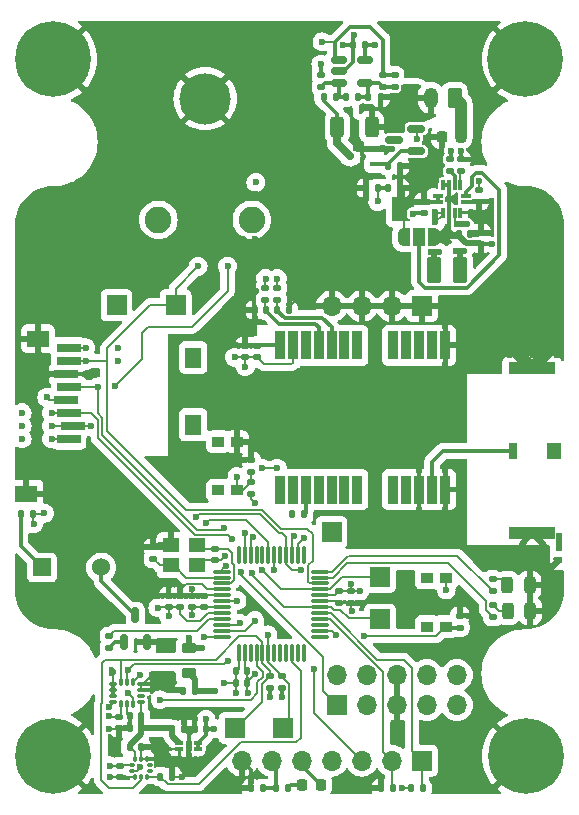
<source format=gtl>
G04 #@! TF.GenerationSoftware,KiCad,Pcbnew,7.0.6*
G04 #@! TF.CreationDate,2024-05-29T18:09:33+12:00*
G04 #@! TF.ProjectId,flight_computer,666c6967-6874-45f6-936f-6d7075746572,rev?*
G04 #@! TF.SameCoordinates,Original*
G04 #@! TF.FileFunction,Copper,L1,Top*
G04 #@! TF.FilePolarity,Positive*
%FSLAX46Y46*%
G04 Gerber Fmt 4.6, Leading zero omitted, Abs format (unit mm)*
G04 Created by KiCad (PCBNEW 7.0.6) date 2024-05-29 18:09:33*
%MOMM*%
%LPD*%
G01*
G04 APERTURE LIST*
G04 Aperture macros list*
%AMRoundRect*
0 Rectangle with rounded corners*
0 $1 Rounding radius*
0 $2 $3 $4 $5 $6 $7 $8 $9 X,Y pos of 4 corners*
0 Add a 4 corners polygon primitive as box body*
4,1,4,$2,$3,$4,$5,$6,$7,$8,$9,$2,$3,0*
0 Add four circle primitives for the rounded corners*
1,1,$1+$1,$2,$3*
1,1,$1+$1,$4,$5*
1,1,$1+$1,$6,$7*
1,1,$1+$1,$8,$9*
0 Add four rect primitives between the rounded corners*
20,1,$1+$1,$2,$3,$4,$5,0*
20,1,$1+$1,$4,$5,$6,$7,0*
20,1,$1+$1,$6,$7,$8,$9,0*
20,1,$1+$1,$8,$9,$2,$3,0*%
%AMFreePoly0*
4,1,19,0.550000,-0.750000,0.000000,-0.750000,0.000000,-0.744911,-0.071157,-0.744911,-0.207708,-0.704816,-0.327430,-0.627875,-0.420627,-0.520320,-0.479746,-0.390866,-0.500000,-0.250000,-0.500000,0.250000,-0.479746,0.390866,-0.420627,0.520320,-0.327430,0.627875,-0.207708,0.704816,-0.071157,0.744911,0.000000,0.744911,0.000000,0.750000,0.550000,0.750000,0.550000,-0.750000,0.550000,-0.750000,
$1*%
%AMFreePoly1*
4,1,19,0.000000,0.744911,0.071157,0.744911,0.207708,0.704816,0.327430,0.627875,0.420627,0.520320,0.479746,0.390866,0.500000,0.250000,0.500000,-0.250000,0.479746,-0.390866,0.420627,-0.520320,0.327430,-0.627875,0.207708,-0.704816,0.071157,-0.744911,0.000000,-0.744911,0.000000,-0.750000,-0.550000,-0.750000,-0.550000,0.750000,0.000000,0.750000,0.000000,0.744911,0.000000,0.744911,
$1*%
G04 Aperture macros list end*
G04 #@! TA.AperFunction,SMDPad,CuDef*
%ADD10RoundRect,0.140000X0.170000X-0.140000X0.170000X0.140000X-0.170000X0.140000X-0.170000X-0.140000X0*%
G04 #@! TD*
G04 #@! TA.AperFunction,SMDPad,CuDef*
%ADD11RoundRect,0.135000X0.185000X-0.135000X0.185000X0.135000X-0.185000X0.135000X-0.185000X-0.135000X0*%
G04 #@! TD*
G04 #@! TA.AperFunction,SMDPad,CuDef*
%ADD12FreePoly0,180.000000*%
G04 #@! TD*
G04 #@! TA.AperFunction,SMDPad,CuDef*
%ADD13R,1.000000X1.500000*%
G04 #@! TD*
G04 #@! TA.AperFunction,SMDPad,CuDef*
%ADD14FreePoly1,180.000000*%
G04 #@! TD*
G04 #@! TA.AperFunction,SMDPad,CuDef*
%ADD15RoundRect,0.140000X-0.170000X0.140000X-0.170000X-0.140000X0.170000X-0.140000X0.170000X0.140000X0*%
G04 #@! TD*
G04 #@! TA.AperFunction,SMDPad,CuDef*
%ADD16RoundRect,0.135000X0.135000X0.185000X-0.135000X0.185000X-0.135000X-0.185000X0.135000X-0.185000X0*%
G04 #@! TD*
G04 #@! TA.AperFunction,ComponentPad*
%ADD17C,0.800000*%
G04 #@! TD*
G04 #@! TA.AperFunction,ComponentPad*
%ADD18C,6.400000*%
G04 #@! TD*
G04 #@! TA.AperFunction,ComponentPad*
%ADD19R,1.700000X1.700000*%
G04 #@! TD*
G04 #@! TA.AperFunction,ComponentPad*
%ADD20O,1.700000X1.700000*%
G04 #@! TD*
G04 #@! TA.AperFunction,ComponentPad*
%ADD21RoundRect,0.250000X0.350000X0.625000X-0.350000X0.625000X-0.350000X-0.625000X0.350000X-0.625000X0*%
G04 #@! TD*
G04 #@! TA.AperFunction,ComponentPad*
%ADD22O,1.200000X1.750000*%
G04 #@! TD*
G04 #@! TA.AperFunction,SMDPad,CuDef*
%ADD23RoundRect,0.075000X-0.662500X-0.075000X0.662500X-0.075000X0.662500X0.075000X-0.662500X0.075000X0*%
G04 #@! TD*
G04 #@! TA.AperFunction,SMDPad,CuDef*
%ADD24RoundRect,0.075000X-0.075000X-0.662500X0.075000X-0.662500X0.075000X0.662500X-0.075000X0.662500X0*%
G04 #@! TD*
G04 #@! TA.AperFunction,SMDPad,CuDef*
%ADD25RoundRect,0.218750X0.218750X0.256250X-0.218750X0.256250X-0.218750X-0.256250X0.218750X-0.256250X0*%
G04 #@! TD*
G04 #@! TA.AperFunction,SMDPad,CuDef*
%ADD26RoundRect,0.087500X-0.225000X-0.087500X0.225000X-0.087500X0.225000X0.087500X-0.225000X0.087500X0*%
G04 #@! TD*
G04 #@! TA.AperFunction,SMDPad,CuDef*
%ADD27RoundRect,0.087500X-0.087500X-0.225000X0.087500X-0.225000X0.087500X0.225000X-0.087500X0.225000X0*%
G04 #@! TD*
G04 #@! TA.AperFunction,SMDPad,CuDef*
%ADD28RoundRect,0.140000X0.140000X0.170000X-0.140000X0.170000X-0.140000X-0.170000X0.140000X-0.170000X0*%
G04 #@! TD*
G04 #@! TA.AperFunction,SMDPad,CuDef*
%ADD29RoundRect,0.218750X-0.381250X0.218750X-0.381250X-0.218750X0.381250X-0.218750X0.381250X0.218750X0*%
G04 #@! TD*
G04 #@! TA.AperFunction,SMDPad,CuDef*
%ADD30R,0.700000X0.450000*%
G04 #@! TD*
G04 #@! TA.AperFunction,SMDPad,CuDef*
%ADD31RoundRect,0.135000X-0.135000X-0.185000X0.135000X-0.185000X0.135000X0.185000X-0.135000X0.185000X0*%
G04 #@! TD*
G04 #@! TA.AperFunction,SMDPad,CuDef*
%ADD32R,1.000000X0.900000*%
G04 #@! TD*
G04 #@! TA.AperFunction,SMDPad,CuDef*
%ADD33RoundRect,0.140000X-0.140000X-0.170000X0.140000X-0.170000X0.140000X0.170000X-0.140000X0.170000X0*%
G04 #@! TD*
G04 #@! TA.AperFunction,SMDPad,CuDef*
%ADD34R,0.700000X1.400000*%
G04 #@! TD*
G04 #@! TA.AperFunction,SMDPad,CuDef*
%ADD35R,4.000000X1.000000*%
G04 #@! TD*
G04 #@! TA.AperFunction,SMDPad,CuDef*
%ADD36R,1.200000X1.400000*%
G04 #@! TD*
G04 #@! TA.AperFunction,SMDPad,CuDef*
%ADD37R,0.500000X1.500000*%
G04 #@! TD*
G04 #@! TA.AperFunction,SMDPad,CuDef*
%ADD38R,0.500000X0.600000*%
G04 #@! TD*
G04 #@! TA.AperFunction,SMDPad,CuDef*
%ADD39R,0.812800X2.489200*%
G04 #@! TD*
G04 #@! TA.AperFunction,SMDPad,CuDef*
%ADD40R,2.000000X0.800000*%
G04 #@! TD*
G04 #@! TA.AperFunction,SMDPad,CuDef*
%ADD41R,1.400000X1.800000*%
G04 #@! TD*
G04 #@! TA.AperFunction,SMDPad,CuDef*
%ADD42R,1.900000X1.400000*%
G04 #@! TD*
G04 #@! TA.AperFunction,SMDPad,CuDef*
%ADD43RoundRect,0.250000X0.312500X0.625000X-0.312500X0.625000X-0.312500X-0.625000X0.312500X-0.625000X0*%
G04 #@! TD*
G04 #@! TA.AperFunction,SMDPad,CuDef*
%ADD44RoundRect,0.135000X-0.185000X0.135000X-0.185000X-0.135000X0.185000X-0.135000X0.185000X0.135000X0*%
G04 #@! TD*
G04 #@! TA.AperFunction,SMDPad,CuDef*
%ADD45RoundRect,0.008100X0.126900X-0.421900X0.126900X0.421900X-0.126900X0.421900X-0.126900X-0.421900X0*%
G04 #@! TD*
G04 #@! TA.AperFunction,SMDPad,CuDef*
%ADD46RoundRect,0.008100X0.421900X0.126900X-0.421900X0.126900X-0.421900X-0.126900X0.421900X-0.126900X0*%
G04 #@! TD*
G04 #@! TA.AperFunction,SMDPad,CuDef*
%ADD47RoundRect,0.150000X0.587500X0.150000X-0.587500X0.150000X-0.587500X-0.150000X0.587500X-0.150000X0*%
G04 #@! TD*
G04 #@! TA.AperFunction,SMDPad,CuDef*
%ADD48RoundRect,0.150000X-0.512500X-0.150000X0.512500X-0.150000X0.512500X0.150000X-0.512500X0.150000X0*%
G04 #@! TD*
G04 #@! TA.AperFunction,ComponentPad*
%ADD49C,2.250000*%
G04 #@! TD*
G04 #@! TA.AperFunction,ComponentPad*
%ADD50C,4.350000*%
G04 #@! TD*
G04 #@! TA.AperFunction,SMDPad,CuDef*
%ADD51RoundRect,0.243750X0.243750X0.456250X-0.243750X0.456250X-0.243750X-0.456250X0.243750X-0.456250X0*%
G04 #@! TD*
G04 #@! TA.AperFunction,SMDPad,CuDef*
%ADD52RoundRect,0.250000X0.375000X0.850000X-0.375000X0.850000X-0.375000X-0.850000X0.375000X-0.850000X0*%
G04 #@! TD*
G04 #@! TA.AperFunction,SMDPad,CuDef*
%ADD53RoundRect,0.150000X0.150000X-0.512500X0.150000X0.512500X-0.150000X0.512500X-0.150000X-0.512500X0*%
G04 #@! TD*
G04 #@! TA.AperFunction,ComponentPad*
%ADD54R,1.524000X1.524000*%
G04 #@! TD*
G04 #@! TA.AperFunction,ComponentPad*
%ADD55C,1.524000*%
G04 #@! TD*
G04 #@! TA.AperFunction,SMDPad,CuDef*
%ADD56RoundRect,0.087500X-0.125000X-0.087500X0.125000X-0.087500X0.125000X0.087500X-0.125000X0.087500X0*%
G04 #@! TD*
G04 #@! TA.AperFunction,SMDPad,CuDef*
%ADD57RoundRect,0.087500X-0.087500X-0.125000X0.087500X-0.125000X0.087500X0.125000X-0.087500X0.125000X0*%
G04 #@! TD*
G04 #@! TA.AperFunction,SMDPad,CuDef*
%ADD58R,1.400000X1.200000*%
G04 #@! TD*
G04 #@! TA.AperFunction,SMDPad,CuDef*
%ADD59R,0.700000X0.300000*%
G04 #@! TD*
G04 #@! TA.AperFunction,SMDPad,CuDef*
%ADD60R,0.550000X0.910000*%
G04 #@! TD*
G04 #@! TA.AperFunction,ViaPad*
%ADD61C,0.600000*%
G04 #@! TD*
G04 #@! TA.AperFunction,Conductor*
%ADD62C,0.300000*%
G04 #@! TD*
G04 #@! TA.AperFunction,Conductor*
%ADD63C,0.500000*%
G04 #@! TD*
G04 #@! TA.AperFunction,Conductor*
%ADD64C,0.700000*%
G04 #@! TD*
G04 #@! TA.AperFunction,Conductor*
%ADD65C,1.000000*%
G04 #@! TD*
G04 #@! TA.AperFunction,Conductor*
%ADD66C,0.342100*%
G04 #@! TD*
G04 #@! TA.AperFunction,Conductor*
%ADD67C,0.200000*%
G04 #@! TD*
G04 APERTURE END LIST*
D10*
X162210000Y-83515000D03*
X162210000Y-82555000D03*
D11*
X142900000Y-108310000D03*
X142900000Y-107290000D03*
D10*
X135900000Y-117880000D03*
X135900000Y-116920000D03*
X138900000Y-117880000D03*
X138900000Y-116920000D03*
D12*
X158410000Y-86535000D03*
D13*
X157110000Y-86535000D03*
D14*
X155810000Y-86535000D03*
D15*
X155040000Y-72820000D03*
X155040000Y-73780000D03*
X139800000Y-112920000D03*
X139800000Y-113880000D03*
D16*
X124410000Y-110000000D03*
X123390000Y-110000000D03*
D15*
X150300000Y-116520000D03*
X150300000Y-117480000D03*
D17*
X123752944Y-71462500D03*
X124455888Y-69765444D03*
X124455888Y-73159556D03*
X126152944Y-69062500D03*
D18*
X126152944Y-71462500D03*
D17*
X126152944Y-73862500D03*
X127850000Y-69765444D03*
X127850000Y-73159556D03*
X128552944Y-71462500D03*
D19*
X150160000Y-126140000D03*
D20*
X150160000Y-123600000D03*
X152700000Y-126140000D03*
X152700000Y-123600000D03*
X155240000Y-126140000D03*
X155240000Y-123600000D03*
X157780000Y-126140000D03*
X157780000Y-123600000D03*
X160320000Y-126140000D03*
X160320000Y-123600000D03*
D21*
X160120000Y-74750000D03*
D22*
X158120000Y-74750000D03*
D23*
X140437500Y-114850000D03*
X140437500Y-115350000D03*
X140437500Y-115850000D03*
X140437500Y-116350000D03*
X140437500Y-116850000D03*
X140437500Y-117350000D03*
X140437500Y-117850000D03*
X140437500Y-118350000D03*
X140437500Y-118850000D03*
X140437500Y-119350000D03*
X140437500Y-119850000D03*
X140437500Y-120350000D03*
D24*
X141850000Y-121762500D03*
X142350000Y-121762500D03*
X142850000Y-121762500D03*
X143350000Y-121762500D03*
X143850000Y-121762500D03*
X144350000Y-121762500D03*
X144850000Y-121762500D03*
X145350000Y-121762500D03*
X145850000Y-121762500D03*
X146350000Y-121762500D03*
X146850000Y-121762500D03*
X147350000Y-121762500D03*
D23*
X148762500Y-120350000D03*
X148762500Y-119850000D03*
X148762500Y-119350000D03*
X148762500Y-118850000D03*
X148762500Y-118350000D03*
X148762500Y-117850000D03*
X148762500Y-117350000D03*
X148762500Y-116850000D03*
X148762500Y-116350000D03*
X148762500Y-115850000D03*
X148762500Y-115350000D03*
X148762500Y-114850000D03*
D24*
X147350000Y-113437500D03*
X146850000Y-113437500D03*
X146350000Y-113437500D03*
X145850000Y-113437500D03*
X145350000Y-113437500D03*
X144850000Y-113437500D03*
X144350000Y-113437500D03*
X143850000Y-113437500D03*
X143350000Y-113437500D03*
X142850000Y-113437500D03*
X142350000Y-113437500D03*
X141850000Y-113437500D03*
D15*
X151310000Y-116520000D03*
X151310000Y-117480000D03*
D25*
X148787500Y-132900000D03*
X147212500Y-132900000D03*
D10*
X142900000Y-106380000D03*
X142900000Y-105420000D03*
X137900000Y-117880000D03*
X137900000Y-116920000D03*
X136900000Y-117880000D03*
X136900000Y-116920000D03*
D26*
X131225000Y-124357500D03*
X131225000Y-124857500D03*
X131225000Y-125357500D03*
X131225000Y-125857500D03*
D27*
X131887500Y-126020000D03*
X132387500Y-126020000D03*
X132887500Y-126020000D03*
D26*
X133550000Y-125857500D03*
X133550000Y-125357500D03*
X133550000Y-124857500D03*
X133550000Y-124357500D03*
D27*
X132887500Y-124195000D03*
X132387500Y-124195000D03*
X131887500Y-124195000D03*
D28*
X152520000Y-70300000D03*
X151560000Y-70300000D03*
D11*
X154040000Y-73810000D03*
X154040000Y-72790000D03*
D10*
X160685000Y-80915000D03*
X160685000Y-79955000D03*
D29*
X137600000Y-121337500D03*
X137600000Y-123462500D03*
D30*
X153302500Y-80350000D03*
X153302500Y-79050000D03*
X151302500Y-79700000D03*
D17*
X123752944Y-130462500D03*
X124455888Y-128765444D03*
X124455888Y-132159556D03*
X126152944Y-128062500D03*
D18*
X126152944Y-130462500D03*
D17*
X126152944Y-132862500D03*
X127850000Y-128765444D03*
X127850000Y-132159556D03*
X128552944Y-130462500D03*
D31*
X149030000Y-74700000D03*
X150050000Y-74700000D03*
D32*
X159400000Y-119500000D03*
X159400000Y-115400000D03*
X157800000Y-115400000D03*
X157800000Y-119500000D03*
D33*
X145120000Y-92710000D03*
X146080000Y-92710000D03*
D19*
X136500000Y-92300000D03*
D28*
X133572500Y-128112500D03*
X132612500Y-128112500D03*
D19*
X131500000Y-92300000D03*
D11*
X144500000Y-124695000D03*
X144500000Y-123675000D03*
D15*
X157510000Y-83535000D03*
X157510000Y-84495000D03*
D33*
X141620000Y-123300000D03*
X142580000Y-123300000D03*
D34*
X165025000Y-104600000D03*
D35*
X166675000Y-97600000D03*
D36*
X168575000Y-104600000D03*
D35*
X166675000Y-111600000D03*
D37*
X168925000Y-112350000D03*
D38*
X168925000Y-113900000D03*
D39*
X145299999Y-107900000D03*
X146400000Y-107900000D03*
X147500000Y-107900000D03*
X148600000Y-107900000D03*
X149700001Y-107900000D03*
X150800001Y-107900000D03*
X151899999Y-107900000D03*
X154899999Y-107900000D03*
X156000000Y-107900000D03*
X157100000Y-107900000D03*
X158200000Y-107900000D03*
X159300001Y-107900000D03*
X159300001Y-95700000D03*
X158200000Y-95700000D03*
X157100000Y-95700000D03*
X156000000Y-95700000D03*
X154899999Y-95700000D03*
X151899999Y-95700000D03*
X150800001Y-95700000D03*
X149700001Y-95700000D03*
X148600000Y-95700000D03*
X147500000Y-95700000D03*
X146400000Y-95700000D03*
X145299999Y-95700000D03*
D40*
X127450000Y-103615000D03*
X127850000Y-102515000D03*
X127450000Y-101415000D03*
X127250000Y-100315000D03*
X127450000Y-99215000D03*
X127250000Y-98115000D03*
X127450000Y-97015000D03*
X127450000Y-95915000D03*
D41*
X138000000Y-96725000D03*
X138000000Y-102425000D03*
D42*
X124850000Y-95125000D03*
X123850000Y-108275000D03*
D43*
X153102500Y-77200000D03*
X150177500Y-77200000D03*
D44*
X159710000Y-79925000D03*
X159710000Y-80945000D03*
D16*
X153610000Y-82400000D03*
X152590000Y-82400000D03*
D15*
X131822500Y-131305000D03*
X131822500Y-132265000D03*
D10*
X143400000Y-96680000D03*
X143400000Y-95720000D03*
D45*
X159120000Y-84470000D03*
X159620000Y-84470000D03*
X160120000Y-84470000D03*
X160620000Y-84470000D03*
D46*
X161055000Y-83535000D03*
X161055000Y-83035000D03*
D45*
X160620000Y-82100000D03*
X160120000Y-82100000D03*
X159620000Y-82100000D03*
X159120000Y-82100000D03*
D46*
X158685000Y-83035000D03*
X158685000Y-83535000D03*
D15*
X131692500Y-127132500D03*
X131692500Y-128092500D03*
D44*
X130900000Y-120290000D03*
X130900000Y-121310000D03*
D16*
X152830000Y-74700000D03*
X153850000Y-74700000D03*
D47*
X156877500Y-79250000D03*
X156877500Y-77350000D03*
X155002500Y-78300000D03*
D15*
X162385000Y-86155000D03*
X162385000Y-87115000D03*
D25*
X160650000Y-78062500D03*
X159075000Y-78062500D03*
D31*
X153890000Y-133200000D03*
X154910000Y-133200000D03*
D33*
X136222500Y-128190000D03*
X137182500Y-128190000D03*
D48*
X150302500Y-71550000D03*
X150302500Y-72500000D03*
X150302500Y-73450000D03*
X152577500Y-73450000D03*
X152577500Y-71550000D03*
D49*
X142950000Y-85062500D03*
X135050000Y-85062500D03*
D50*
X139000000Y-74812500D03*
D11*
X144100000Y-91820000D03*
X144100000Y-90800000D03*
D51*
X166512500Y-118180000D03*
X164637500Y-118180000D03*
D52*
X160560000Y-89335000D03*
X158410000Y-89335000D03*
D28*
X144160000Y-92710000D03*
X143200000Y-92710000D03*
D51*
X166475000Y-116000000D03*
X164600000Y-116000000D03*
D28*
X161465000Y-86235000D03*
X160505000Y-86235000D03*
D16*
X146010000Y-133200000D03*
X144990000Y-133200000D03*
D31*
X156390000Y-133200000D03*
X157410000Y-133200000D03*
D19*
X153800000Y-118900000D03*
D10*
X148840000Y-72820000D03*
X148840000Y-73780000D03*
D33*
X141620000Y-124300000D03*
X142580000Y-124300000D03*
D28*
X139082500Y-128190000D03*
X138122500Y-128190000D03*
X143860000Y-133200000D03*
X142900000Y-133200000D03*
D11*
X160563000Y-119585000D03*
X160563000Y-118565000D03*
D19*
X145600000Y-128100000D03*
D10*
X142400000Y-96680000D03*
X142400000Y-95720000D03*
D28*
X150960000Y-74700000D03*
X151920000Y-74700000D03*
D53*
X132150000Y-120837500D03*
X134050000Y-120837500D03*
X133100000Y-118562500D03*
D54*
X125200000Y-114500000D03*
D55*
X130200000Y-114500000D03*
D16*
X155510000Y-80500000D03*
X154490000Y-80500000D03*
D11*
X145500000Y-124705000D03*
X145500000Y-123685000D03*
D28*
X138115000Y-124952500D03*
X137155000Y-124952500D03*
D11*
X145100000Y-91820000D03*
X145100000Y-90800000D03*
D56*
X132775000Y-131200000D03*
X132775000Y-131700000D03*
D57*
X133037500Y-132212500D03*
X133537500Y-132212500D03*
X134037500Y-132212500D03*
D56*
X134300000Y-131700000D03*
X134300000Y-131200000D03*
D57*
X134037500Y-130687500D03*
X133537500Y-130687500D03*
X133037500Y-130687500D03*
D11*
X163337500Y-116500000D03*
X163337500Y-115480000D03*
D19*
X149700000Y-111500000D03*
D31*
X135212500Y-132205000D03*
X136232500Y-132205000D03*
D33*
X132642500Y-129705000D03*
X133602500Y-129705000D03*
D58*
X136100000Y-114330000D03*
X138300000Y-114330000D03*
X138300000Y-112630000D03*
X136100000Y-112630000D03*
D11*
X163375000Y-118700000D03*
X163375000Y-117680000D03*
D16*
X155510000Y-82400000D03*
X154490000Y-82400000D03*
D15*
X134600000Y-112800000D03*
X134600000Y-113760000D03*
D59*
X136817500Y-129350000D03*
X136817500Y-129850000D03*
X138417500Y-129850000D03*
X138417500Y-129350000D03*
D60*
X137617500Y-129600000D03*
D17*
X163722944Y-71462500D03*
X164425888Y-69765444D03*
X164425888Y-73159556D03*
X166122944Y-69062500D03*
D18*
X166122944Y-71462500D03*
D17*
X166122944Y-73862500D03*
X167820000Y-69765444D03*
X167820000Y-73159556D03*
X168522944Y-71462500D03*
D19*
X141500000Y-128100000D03*
X153800000Y-115300000D03*
D17*
X163752944Y-130462500D03*
X164455888Y-128765444D03*
X164455888Y-132159556D03*
X166152944Y-128062500D03*
D18*
X166152944Y-130462500D03*
D17*
X166152944Y-132862500D03*
X167850000Y-128765444D03*
X167850000Y-132159556D03*
X168552944Y-130462500D03*
D31*
X146380000Y-110000000D03*
X147400000Y-110000000D03*
D28*
X133572500Y-127112500D03*
X132612500Y-127112500D03*
D32*
X141700000Y-107950000D03*
X141700000Y-103850000D03*
X140100000Y-103850000D03*
X140100000Y-107950000D03*
D19*
X157350000Y-130850000D03*
D20*
X154810000Y-130850000D03*
X152270000Y-130850000D03*
X149730000Y-130850000D03*
X147190000Y-130850000D03*
X144650000Y-130850000D03*
X142110000Y-130850000D03*
X149730000Y-92350000D03*
X152270000Y-92350000D03*
X154810000Y-92350000D03*
D19*
X157350000Y-92350000D03*
D61*
X130892500Y-127112500D03*
X163100000Y-85200000D03*
X137900000Y-118500000D03*
X159800000Y-79200000D03*
X152100000Y-116500000D03*
X144500000Y-125495000D03*
X130922500Y-131305000D03*
X151314647Y-115914647D03*
X124500000Y-110800000D03*
X138700000Y-121300000D03*
X159400000Y-116400000D03*
X162200000Y-85200000D03*
X142400000Y-97500000D03*
X135000000Y-117900000D03*
X145500000Y-125495000D03*
X163100000Y-84400000D03*
X123500000Y-101400000D03*
X125600000Y-100100000D03*
X135900000Y-118600000D03*
X131600000Y-97000000D03*
X133500000Y-123600000D03*
X137600000Y-120474500D03*
X143201000Y-109000000D03*
X143300000Y-81900000D03*
X123500000Y-103600000D03*
X125400000Y-109900000D03*
X162200000Y-84400000D03*
X141500000Y-96700000D03*
X123500000Y-102500000D03*
X131600000Y-95900000D03*
X132800000Y-87900000D03*
X132800000Y-84900000D03*
X143300000Y-82900000D03*
X146200000Y-82700000D03*
X162400000Y-88000000D03*
X145200000Y-83700000D03*
X166800000Y-96500000D03*
X135800000Y-81900000D03*
X144200000Y-86700000D03*
X136222500Y-131300000D03*
X167500000Y-118200000D03*
X131800000Y-83900000D03*
X142060000Y-80630000D03*
X132800000Y-85900000D03*
X137022500Y-132200000D03*
X151800631Y-78997969D03*
X160600000Y-99200000D03*
X146667400Y-91873500D03*
X132800000Y-82900000D03*
X132800000Y-86900000D03*
X143216926Y-123544566D03*
X142900000Y-104390000D03*
X141700000Y-104890000D03*
X142700000Y-117300000D03*
X156610000Y-84535000D03*
X154800000Y-79099500D03*
X124900000Y-96400000D03*
X134800000Y-87900000D03*
X160600000Y-107900000D03*
X160700000Y-79200000D03*
X146200000Y-83700000D03*
X138100000Y-85400000D03*
X160600000Y-101400000D03*
X135222500Y-130600000D03*
X146200000Y-86700000D03*
X131800000Y-86900000D03*
X130962500Y-132265000D03*
X161800000Y-113100000D03*
X145200000Y-85700000D03*
X167700000Y-113100000D03*
X145200000Y-81700000D03*
X135800000Y-86900000D03*
X145200000Y-84700000D03*
X135777500Y-129850000D03*
X132800000Y-83900000D03*
X137900000Y-116300000D03*
X137100000Y-85400000D03*
X131800000Y-87900000D03*
X139100000Y-85400000D03*
X160600000Y-110000000D03*
X155679500Y-133200000D03*
X157200000Y-105800000D03*
X162210000Y-81735000D03*
X160600000Y-103600000D03*
X143297929Y-91085117D03*
X142200000Y-87700000D03*
X161700000Y-97600000D03*
X146200000Y-84700000D03*
X141100000Y-85400000D03*
X142200000Y-86700000D03*
X141600000Y-95700000D03*
X136300000Y-124900000D03*
X145200000Y-82700000D03*
X151600000Y-82400000D03*
X131800000Y-84900000D03*
X154092206Y-79013609D03*
X140100000Y-84400000D03*
X146200000Y-81700000D03*
X132800000Y-81900000D03*
X157800000Y-104500000D03*
X153100000Y-133200000D03*
X159400000Y-105800000D03*
X133800000Y-86900000D03*
X167500000Y-116000000D03*
X134800000Y-120800000D03*
X142400000Y-95000000D03*
X135800000Y-87900000D03*
X165800000Y-113100000D03*
X136760000Y-80630000D03*
X134487500Y-123600000D03*
X131687500Y-128853750D03*
X152000000Y-117500000D03*
X139100000Y-84400000D03*
X143200000Y-86700000D03*
X145200000Y-86700000D03*
X133800000Y-87900000D03*
X138170000Y-127342500D03*
X131800000Y-81900000D03*
X133800000Y-81900000D03*
X168800000Y-96500000D03*
X161300000Y-118600000D03*
X133300000Y-120800000D03*
X131800000Y-85900000D03*
X137170000Y-127342500D03*
X145200000Y-87700000D03*
X146200000Y-87700000D03*
X146200000Y-85700000D03*
X142600000Y-125100000D03*
X131175000Y-123320000D03*
X138100000Y-84400000D03*
X144200000Y-87700000D03*
X160600000Y-112100000D03*
X143200000Y-87700000D03*
X159000000Y-103600000D03*
X152450000Y-79050000D03*
X133600000Y-112800000D03*
X163250500Y-87100000D03*
X131800000Y-82900000D03*
X163700000Y-113100000D03*
X151640000Y-69400000D03*
X150640000Y-70300000D03*
X151423911Y-118176089D03*
X160600000Y-105600000D03*
X152600000Y-83300000D03*
X141100000Y-84400000D03*
X134600000Y-111900000D03*
X134800000Y-86900000D03*
X163700000Y-97600000D03*
X133800000Y-82900000D03*
X123800000Y-106900000D03*
X134322500Y-129705000D03*
X125700000Y-98200000D03*
X164800000Y-96500000D03*
X130867219Y-128153750D03*
X135800000Y-82900000D03*
X135000000Y-116900000D03*
X135900000Y-116100000D03*
X140100000Y-85400000D03*
X140676089Y-113523911D03*
X156900000Y-78200000D03*
X137100000Y-84400000D03*
X140600000Y-124300000D03*
X141600000Y-125100000D03*
X139070000Y-127342500D03*
X139800000Y-124937500D03*
X139770000Y-128142500D03*
X139100000Y-124937500D03*
X153390500Y-70300000D03*
X141700000Y-117300000D03*
X141700000Y-106800000D03*
X142074500Y-114900000D03*
X140727387Y-114332853D03*
X148800000Y-71900000D03*
X148900000Y-70000000D03*
X146507243Y-111799500D03*
X144824049Y-114674909D03*
X126000000Y-103600000D03*
X138246747Y-110199500D03*
X126000000Y-102500000D03*
X129300000Y-102500000D03*
X147125500Y-114700000D03*
X143800000Y-114700000D03*
X141300000Y-112100000D03*
X126000000Y-101400000D03*
X140900000Y-89000000D03*
X142976089Y-114923911D03*
X129900000Y-99200000D03*
X131400000Y-99100000D03*
X140600000Y-111130500D03*
X128900000Y-97000000D03*
X138400000Y-89000000D03*
X128900000Y-95900000D03*
X148200000Y-123100000D03*
X143200000Y-119000000D03*
X141926089Y-119226089D03*
X160309382Y-85427923D03*
X161210000Y-85435000D03*
X160909503Y-87735000D03*
X160210000Y-87735000D03*
X158100497Y-87800000D03*
X158485000Y-84435000D03*
X158497850Y-85289366D03*
X158800000Y-87800000D03*
X152419927Y-120280073D03*
X150089262Y-120210738D03*
X132487000Y-123200000D03*
X144300000Y-120200000D03*
X140900000Y-122400000D03*
X133522500Y-131400000D03*
X153600000Y-83500000D03*
X147400000Y-112000000D03*
X143080594Y-111924708D03*
X144117400Y-90036000D03*
X145117400Y-90036000D03*
X142350000Y-111600000D03*
X143800500Y-106100000D03*
X145117400Y-106100000D03*
X139100000Y-110700000D03*
X132475000Y-125107500D03*
X135200000Y-125700000D03*
X138900000Y-120400000D03*
X130902289Y-126313057D03*
D62*
X159620000Y-85920000D02*
X159935000Y-86235000D01*
X159935000Y-86235000D02*
X160505000Y-86235000D01*
X159620000Y-84470000D02*
X159620000Y-85920000D01*
D63*
X137600000Y-121337500D02*
X137600000Y-120474500D01*
D62*
X149030000Y-74968736D02*
X149030000Y-74700000D01*
X150177500Y-76116236D02*
X149030000Y-74968736D01*
X150177500Y-77200000D02*
X150177500Y-76116236D01*
D64*
X150177500Y-77200000D02*
X150177500Y-78576920D01*
X150177500Y-78576920D02*
X151301540Y-79700960D01*
D63*
X154092206Y-79013609D02*
X154055815Y-79050000D01*
D62*
X153302500Y-80350000D02*
X154340000Y-80350000D01*
X154340000Y-80350000D02*
X154490000Y-80500000D01*
D63*
X154055815Y-79050000D02*
X153302500Y-79050000D01*
X152450000Y-79050000D02*
X153302500Y-79050000D01*
X154800000Y-79099500D02*
X154750500Y-79050000D01*
X154750500Y-79050000D02*
X154128597Y-79050000D01*
X154128597Y-79050000D02*
X154092206Y-79013609D01*
X151852662Y-79050000D02*
X151800631Y-78997969D01*
X152450000Y-79050000D02*
X151852662Y-79050000D01*
X162270000Y-87000000D02*
X162385000Y-87115000D01*
X161085614Y-87000000D02*
X162270000Y-87000000D01*
X160505000Y-86419386D02*
X161085614Y-87000000D01*
X160505000Y-86235000D02*
X160505000Y-86419386D01*
D65*
X160650000Y-75280000D02*
X160120000Y-74750000D01*
X160650000Y-78062500D02*
X160650000Y-75280000D01*
D66*
X159175000Y-104600000D02*
X165025000Y-104600000D01*
X158200000Y-107900000D02*
X158200000Y-105575000D01*
X158200000Y-105575000D02*
X159175000Y-104600000D01*
D62*
X123390000Y-110000000D02*
X123390000Y-112690000D01*
X123390000Y-112690000D02*
X125200000Y-114500000D01*
X133100000Y-118562500D02*
X130200000Y-115662500D01*
X130200000Y-115662500D02*
X130200000Y-114500000D01*
D67*
X146400000Y-97144600D02*
X146400000Y-95700000D01*
X151310000Y-116520000D02*
X151310000Y-115919294D01*
X149970000Y-116850000D02*
X150300000Y-116520000D01*
X142400000Y-96680000D02*
X141520000Y-96680000D01*
X132775000Y-131200000D02*
X131927500Y-131200000D01*
D62*
X144990000Y-133200000D02*
X143860000Y-133200000D01*
X144990000Y-131190000D02*
X144650000Y-130850000D01*
D67*
X135900000Y-117880000D02*
X135020000Y-117880000D01*
D62*
X144990000Y-133200000D02*
X144990000Y-131190000D01*
D67*
X125300000Y-110000000D02*
X125400000Y-109900000D01*
X137500000Y-119000000D02*
X136900000Y-118400000D01*
X142900000Y-108699000D02*
X142900000Y-108310000D01*
X151310000Y-115919294D02*
X151314647Y-115914647D01*
X138930000Y-117850000D02*
X138900000Y-117880000D01*
X124410000Y-110000000D02*
X125300000Y-110000000D01*
X137900000Y-117880000D02*
X137900000Y-118500000D01*
X125815000Y-100315000D02*
X125600000Y-100100000D01*
X140437500Y-117850000D02*
X138930000Y-117850000D01*
X142400000Y-96680000D02*
X142400000Y-97500000D01*
X150300000Y-116520000D02*
X151310000Y-116520000D01*
X136900000Y-118400000D02*
X136900000Y-117880000D01*
X131887500Y-126020000D02*
X131887500Y-126937500D01*
X124410000Y-110710000D02*
X124500000Y-110800000D01*
D62*
X145500000Y-124705000D02*
X145500000Y-125495000D01*
D67*
X136900000Y-117880000D02*
X135900000Y-117880000D01*
X127250000Y-100315000D02*
X125815000Y-100315000D01*
X131822500Y-131305000D02*
X130922500Y-131305000D01*
X140437500Y-118350000D02*
X139250000Y-118350000D01*
X124410000Y-110000000D02*
X124410000Y-110710000D01*
X132887500Y-124159492D02*
X132887500Y-124195000D01*
X148762500Y-116850000D02*
X149970000Y-116850000D01*
D62*
X144500000Y-124695000D02*
X144500000Y-125495000D01*
D67*
X143400000Y-96680000D02*
X143964600Y-97244600D01*
X133446992Y-123600000D02*
X132887500Y-124159492D01*
X138900000Y-117880000D02*
X137900000Y-117880000D01*
D62*
X159800000Y-79200000D02*
X159800000Y-79835000D01*
D67*
X143201000Y-109000000D02*
X142900000Y-108699000D01*
X135020000Y-117880000D02*
X135000000Y-117900000D01*
X162190000Y-83535000D02*
X162210000Y-83515000D01*
X131887500Y-126937500D02*
X131692500Y-127132500D01*
X143400000Y-96680000D02*
X142400000Y-96680000D01*
X151310000Y-116520000D02*
X152080000Y-116520000D01*
X152080000Y-116520000D02*
X152100000Y-116500000D01*
X133500000Y-123600000D02*
X133446992Y-123600000D01*
D62*
X159800000Y-79835000D02*
X159710000Y-79925000D01*
D67*
X131692500Y-127132500D02*
X130912500Y-127132500D01*
X143964600Y-97244600D02*
X146300000Y-97244600D01*
X131927500Y-131200000D02*
X131822500Y-131305000D01*
D63*
X138662500Y-121337500D02*
X137600000Y-121337500D01*
D67*
X135900000Y-117880000D02*
X135900000Y-118600000D01*
X161055000Y-83535000D02*
X162190000Y-83535000D01*
X146300000Y-97244600D02*
X146400000Y-97144600D01*
D63*
X138700000Y-121300000D02*
X138662500Y-121337500D01*
D67*
X138600000Y-119000000D02*
X137500000Y-119000000D01*
X159400000Y-115400000D02*
X159400000Y-116400000D01*
X139250000Y-118350000D02*
X138600000Y-119000000D01*
X141520000Y-96680000D02*
X141500000Y-96700000D01*
X152590000Y-83290000D02*
X152600000Y-83300000D01*
D62*
X163250500Y-87100000D02*
X163235500Y-87115000D01*
D67*
X131631250Y-128153750D02*
X131692500Y-128092500D01*
X161265000Y-118565000D02*
X161300000Y-118600000D01*
D62*
X142900000Y-131640000D02*
X142110000Y-130850000D01*
D67*
X142900000Y-105420000D02*
X142900000Y-104390000D01*
D62*
X134050000Y-120837500D02*
X133337500Y-120837500D01*
D67*
X132985000Y-132265000D02*
X133037500Y-132212500D01*
X140320000Y-113880000D02*
X139800000Y-113880000D01*
X132612500Y-128112500D02*
X132612500Y-127112500D01*
X143400000Y-95720000D02*
X142400000Y-95720000D01*
X142580000Y-123300000D02*
X142580000Y-124300000D01*
X136900000Y-116400000D02*
X136900000Y-116920000D01*
D62*
X145299999Y-95700000D02*
X143420000Y-95700000D01*
D67*
X137400000Y-115900000D02*
X136900000Y-116400000D01*
X151980000Y-117480000D02*
X152000000Y-117500000D01*
X153890000Y-133200000D02*
X153100000Y-133200000D01*
X133537500Y-130687500D02*
X133537500Y-129770000D01*
D62*
X134762500Y-120837500D02*
X134800000Y-120800000D01*
D67*
X142400000Y-95720000D02*
X141620000Y-95720000D01*
D62*
X160205000Y-86535000D02*
X160505000Y-86235000D01*
D67*
X156900000Y-77372500D02*
X156877500Y-77350000D01*
D62*
X138122500Y-128190000D02*
X138122500Y-127390000D01*
D67*
X142350000Y-121762500D02*
X142350000Y-123070000D01*
X136817500Y-129850000D02*
X135777500Y-129850000D01*
X138700000Y-115900000D02*
X137400000Y-115900000D01*
X140437500Y-116850000D02*
X138970000Y-116850000D01*
D62*
X137182500Y-127355000D02*
X137170000Y-127342500D01*
D67*
X134037500Y-130687500D02*
X135135000Y-130687500D01*
D62*
X158410000Y-86535000D02*
X160205000Y-86535000D01*
X160700000Y-79200000D02*
X160700000Y-79940000D01*
D67*
X132592500Y-128092500D02*
X132612500Y-128112500D01*
X151310000Y-117480000D02*
X151980000Y-117480000D01*
X134600000Y-112800000D02*
X135930000Y-112800000D01*
X131692500Y-128092500D02*
X132592500Y-128092500D01*
D62*
X143420000Y-95700000D02*
X143400000Y-95720000D01*
X137617500Y-128625000D02*
X137182500Y-128190000D01*
D67*
X143200000Y-92710000D02*
X143200000Y-91183046D01*
X137017500Y-132205000D02*
X137022500Y-132200000D01*
X135900000Y-116920000D02*
X135020000Y-116920000D01*
X131225000Y-123370000D02*
X131225000Y-124357500D01*
D62*
X159620000Y-82100000D02*
X159120000Y-82100000D01*
D63*
X137102500Y-124900000D02*
X137155000Y-124952500D01*
D67*
X134487500Y-123600000D02*
X133730000Y-124357500D01*
X131692500Y-128848750D02*
X131687500Y-128853750D01*
X156390000Y-133200000D02*
X155679500Y-133200000D01*
D62*
X159620000Y-82100000D02*
X159620000Y-84470000D01*
D67*
X141700000Y-103850000D02*
X141700000Y-104890000D01*
X135930000Y-112800000D02*
X136100000Y-112630000D01*
X142400000Y-95720000D02*
X142400000Y-95000000D01*
X127250000Y-98115000D02*
X125785000Y-98115000D01*
X142580000Y-124300000D02*
X142580000Y-125080000D01*
D63*
X165800000Y-113100000D02*
X165800000Y-112475000D01*
D67*
X131692500Y-128092500D02*
X131692500Y-128848750D01*
X143200000Y-91183046D02*
X143297929Y-91085117D01*
D62*
X160700000Y-79940000D02*
X160685000Y-79955000D01*
X151560000Y-70300000D02*
X151560000Y-69480000D01*
D67*
X142350000Y-123070000D02*
X142580000Y-123300000D01*
D62*
X163235500Y-87115000D02*
X162385000Y-87115000D01*
D67*
X141620000Y-95720000D02*
X141600000Y-95700000D01*
D62*
X123850000Y-106950000D02*
X123800000Y-106900000D01*
D67*
X136232500Y-132205000D02*
X137017500Y-132205000D01*
X130867219Y-128153750D02*
X131631250Y-128153750D01*
D63*
X167700000Y-112625000D02*
X166675000Y-111600000D01*
D67*
X138900000Y-116920000D02*
X137900000Y-116920000D01*
X166475000Y-116000000D02*
X167500000Y-116000000D01*
X146080000Y-92460900D02*
X146667400Y-91873500D01*
D62*
X133337500Y-120837500D02*
X133300000Y-120800000D01*
D63*
X165800000Y-112475000D02*
X166675000Y-111600000D01*
D67*
X136232500Y-131310000D02*
X136222500Y-131300000D01*
X151310000Y-118062178D02*
X151423911Y-118176089D01*
D63*
X136300000Y-124900000D02*
X137102500Y-124900000D01*
D67*
X148762500Y-117350000D02*
X150170000Y-117350000D01*
D62*
X142900000Y-133200000D02*
X142900000Y-131640000D01*
X162385000Y-87985000D02*
X162400000Y-88000000D01*
D67*
X131822500Y-132265000D02*
X132985000Y-132265000D01*
X139800000Y-113880000D02*
X138750000Y-113880000D01*
D62*
X138122500Y-127390000D02*
X138170000Y-127342500D01*
D67*
X142580000Y-125080000D02*
X142600000Y-125100000D01*
D62*
X137617500Y-129600000D02*
X137617500Y-128625000D01*
D67*
X137900000Y-116920000D02*
X137900000Y-116300000D01*
X166512500Y-118180000D02*
X167480000Y-118180000D01*
X140437500Y-116350000D02*
X139150000Y-116350000D01*
X135135000Y-130687500D02*
X135222500Y-130600000D01*
D62*
X151560000Y-70300000D02*
X150640000Y-70300000D01*
X137182500Y-128190000D02*
X137182500Y-127355000D01*
D67*
X146080000Y-92710000D02*
X146080000Y-92460900D01*
D62*
X124850000Y-95125000D02*
X124850000Y-96350000D01*
X157510000Y-84495000D02*
X156650000Y-84495000D01*
D67*
X138750000Y-113880000D02*
X138300000Y-114330000D01*
X136900000Y-116920000D02*
X135900000Y-116920000D01*
X150300000Y-117480000D02*
X151310000Y-117480000D01*
D62*
X134050000Y-120837500D02*
X134762500Y-120837500D01*
X124850000Y-96350000D02*
X124900000Y-96400000D01*
X162385000Y-87115000D02*
X162385000Y-87985000D01*
D67*
X132387500Y-126887500D02*
X132612500Y-127112500D01*
X133550000Y-124857500D02*
X133550000Y-124357500D01*
X139150000Y-116350000D02*
X138700000Y-115900000D01*
X134600000Y-111900000D02*
X134600000Y-112800000D01*
X133730000Y-124357500D02*
X133550000Y-124357500D01*
X150170000Y-117350000D02*
X150300000Y-117480000D01*
X133537500Y-129770000D02*
X133602500Y-129705000D01*
D62*
X151560000Y-71662107D02*
X150722107Y-72500000D01*
D67*
X125785000Y-98115000D02*
X125700000Y-98200000D01*
D62*
X151560000Y-69480000D02*
X151640000Y-69400000D01*
X150722107Y-72500000D02*
X150302500Y-72500000D01*
X137617500Y-129600000D02*
X137617500Y-128695000D01*
D67*
X131175000Y-123320000D02*
X131225000Y-123370000D01*
X167480000Y-118180000D02*
X167500000Y-118200000D01*
X136232500Y-132205000D02*
X136232500Y-131310000D01*
X156900000Y-78200000D02*
X156900000Y-77372500D01*
X138970000Y-116850000D02*
X138900000Y-116920000D01*
X142580000Y-124300000D02*
X142580000Y-124181492D01*
X131822500Y-132265000D02*
X130962500Y-132265000D01*
X131225000Y-124357500D02*
X131225000Y-125357500D01*
X135020000Y-116920000D02*
X135000000Y-116900000D01*
X133602500Y-129705000D02*
X134322500Y-129705000D01*
X152590000Y-82400000D02*
X151600000Y-82400000D01*
X160563000Y-118565000D02*
X161265000Y-118565000D01*
X140676089Y-113523911D02*
X140320000Y-113880000D01*
X142580000Y-124181492D02*
X143216926Y-123544566D01*
X134037500Y-130687500D02*
X133537500Y-130687500D01*
D62*
X137617500Y-128695000D02*
X138122500Y-128190000D01*
X123850000Y-108275000D02*
X123850000Y-106950000D01*
D67*
X143462600Y-95782600D02*
X143400000Y-95720000D01*
X162210000Y-82555000D02*
X162210000Y-81735000D01*
D62*
X156650000Y-84495000D02*
X156610000Y-84535000D01*
X151560000Y-70300000D02*
X151560000Y-71662107D01*
D67*
X134600000Y-112800000D02*
X133600000Y-112800000D01*
X151310000Y-117480000D02*
X151310000Y-118062178D01*
D63*
X167700000Y-113100000D02*
X167700000Y-112625000D01*
D67*
X135900000Y-116920000D02*
X135900000Y-116100000D01*
X152590000Y-82400000D02*
X152590000Y-83290000D01*
X132387500Y-126020000D02*
X132387500Y-126887500D01*
D62*
X152520000Y-71492500D02*
X152577500Y-71550000D01*
D63*
X139085000Y-124952500D02*
X139100000Y-124937500D01*
X138115000Y-123977500D02*
X138115000Y-124952500D01*
D62*
X139082500Y-128685000D02*
X138417500Y-129350000D01*
X139082500Y-127355000D02*
X139070000Y-127342500D01*
D63*
X137600000Y-123462500D02*
X138115000Y-123977500D01*
D67*
X141620000Y-124300000D02*
X140600000Y-124300000D01*
X141850000Y-121762500D02*
X141850000Y-123070000D01*
D62*
X153390500Y-70300000D02*
X152520000Y-70300000D01*
D67*
X141620000Y-124300000D02*
X141620000Y-125080000D01*
X141620000Y-125080000D02*
X141600000Y-125100000D01*
D63*
X139100000Y-124937500D02*
X139800000Y-124937500D01*
D62*
X138417500Y-129850000D02*
X138417500Y-129350000D01*
D67*
X141850000Y-123070000D02*
X141620000Y-123300000D01*
X141620000Y-123300000D02*
X141620000Y-124300000D01*
D62*
X139082500Y-128190000D02*
X139722500Y-128190000D01*
X152520000Y-70300000D02*
X152520000Y-71492500D01*
D63*
X138115000Y-124952500D02*
X139085000Y-124952500D01*
D62*
X139722500Y-128190000D02*
X139770000Y-128142500D01*
X139082500Y-128190000D02*
X139082500Y-128685000D01*
X139082500Y-128190000D02*
X139082500Y-127355000D01*
D67*
X140437500Y-115350000D02*
X137420000Y-115350000D01*
X135170000Y-114330000D02*
X134600000Y-113760000D01*
X136400000Y-114330000D02*
X136100000Y-114330000D01*
X136100000Y-114330000D02*
X135170000Y-114330000D01*
X137420000Y-115350000D02*
X136400000Y-114330000D01*
X140437500Y-115850000D02*
X141205330Y-115850000D01*
X141300000Y-114155329D02*
X141300000Y-113300000D01*
X141475000Y-114330329D02*
X141300000Y-114155329D01*
X140900000Y-112900000D02*
X138570000Y-112900000D01*
X141205330Y-115850000D02*
X141475000Y-115580330D01*
X141300000Y-113300000D02*
X140900000Y-112900000D01*
X141475000Y-115580330D02*
X141475000Y-114330329D01*
X138570000Y-112900000D02*
X138300000Y-112630000D01*
X140437500Y-117350000D02*
X141650000Y-117350000D01*
X141650000Y-117350000D02*
X141700000Y-117300000D01*
X142240000Y-107950000D02*
X142900000Y-107290000D01*
X149010000Y-124990000D02*
X150160000Y-126140000D01*
X149010000Y-122110000D02*
X149010000Y-124990000D01*
X141700000Y-107950000D02*
X142240000Y-107950000D01*
X140437500Y-114622740D02*
X140727387Y-114332853D01*
X142074500Y-114900000D02*
X142074500Y-115174500D01*
X140437500Y-114850000D02*
X140437500Y-114622740D01*
X142074500Y-115174500D02*
X149010000Y-122110000D01*
X142900000Y-107290000D02*
X142900000Y-106380000D01*
X141700000Y-106800000D02*
X141700000Y-107950000D01*
D62*
X154070000Y-73780000D02*
X154040000Y-73810000D01*
X155040000Y-73780000D02*
X154070000Y-73780000D01*
X152830000Y-73702500D02*
X152577500Y-73450000D01*
X151920000Y-74700000D02*
X152830000Y-74700000D01*
X153680000Y-73450000D02*
X152577500Y-73450000D01*
X154040000Y-73810000D02*
X153680000Y-73450000D01*
X152830000Y-74700000D02*
X152830000Y-73702500D01*
X150960000Y-74700000D02*
X150050000Y-74700000D01*
X150340000Y-73487500D02*
X150340000Y-74700000D01*
X150302500Y-73450000D02*
X150340000Y-73487500D01*
X149170000Y-73450000D02*
X148840000Y-73780000D01*
X150302500Y-73450000D02*
X149170000Y-73450000D01*
X148840000Y-72820000D02*
X148840000Y-71940000D01*
X148840000Y-71940000D02*
X148800000Y-71900000D01*
X154040000Y-72790000D02*
X154040000Y-69800000D01*
X149990000Y-70030761D02*
X149990000Y-71237500D01*
X152990000Y-68750000D02*
X151270761Y-68750000D01*
X151270761Y-68750000D02*
X149990000Y-70030761D01*
D67*
X149959239Y-70000000D02*
X149990000Y-70030761D01*
X146350000Y-111956743D02*
X146350000Y-113437500D01*
X146507243Y-111799500D02*
X146350000Y-111956743D01*
D62*
X154070000Y-72820000D02*
X154040000Y-72790000D01*
X154040000Y-69800000D02*
X152990000Y-68750000D01*
D67*
X148900000Y-70000000D02*
X149959239Y-70000000D01*
D62*
X149990000Y-71237500D02*
X150302500Y-71550000D01*
X155040000Y-72820000D02*
X154070000Y-72820000D01*
X158685000Y-83535000D02*
X157510000Y-83535000D01*
D67*
X155810000Y-82700000D02*
X155510000Y-82400000D01*
D62*
X158685000Y-83035000D02*
X158685000Y-83535000D01*
D67*
X155810000Y-86535000D02*
X155810000Y-82700000D01*
X160620000Y-80980000D02*
X160685000Y-80915000D01*
X160620000Y-82100000D02*
X160620000Y-80980000D01*
D63*
X133572500Y-128590614D02*
X132642500Y-129520614D01*
X136222500Y-128190000D02*
X136222500Y-128755000D01*
X136145000Y-128112500D02*
X136222500Y-128190000D01*
X133572500Y-128112500D02*
X133572500Y-128590614D01*
D67*
X133550000Y-127090000D02*
X133572500Y-127112500D01*
X133037500Y-130687500D02*
X133037500Y-130100000D01*
X133037500Y-130100000D02*
X132642500Y-129705000D01*
D63*
X136222500Y-128755000D02*
X136717500Y-129250000D01*
D67*
X133550000Y-125857500D02*
X133550000Y-127090000D01*
D63*
X133572500Y-128112500D02*
X136145000Y-128112500D01*
X136717500Y-129250000D02*
X136817500Y-129250000D01*
X133572500Y-128112500D02*
X133572500Y-127112500D01*
X132642500Y-129520614D02*
X132642500Y-129705000D01*
D67*
X145117401Y-92712599D02*
X145120000Y-92710000D01*
D62*
X148914601Y-93370000D02*
X145737035Y-93370000D01*
D67*
X145100000Y-91820000D02*
X145100000Y-92690000D01*
D62*
X149700001Y-94155400D02*
X148914601Y-93370000D01*
X145737035Y-93370000D02*
X145120000Y-92752965D01*
X145120000Y-92752965D02*
X145120000Y-92710000D01*
D67*
X145100000Y-92690000D02*
X145120000Y-92710000D01*
D62*
X149700001Y-95700000D02*
X149700001Y-94155400D01*
X145277035Y-93870000D02*
X144160000Y-92752965D01*
D67*
X144100000Y-91820000D02*
X144100000Y-92650000D01*
D62*
X148314600Y-93870000D02*
X145277035Y-93870000D01*
D67*
X144100000Y-92650000D02*
X144160000Y-92710000D01*
D62*
X144160000Y-92752965D02*
X144160000Y-92710000D01*
X148600000Y-94155400D02*
X148314600Y-93870000D01*
X148600000Y-95700000D02*
X148600000Y-94155400D01*
D67*
X164637500Y-118180000D02*
X163875000Y-118180000D01*
X163875000Y-118180000D02*
X163375000Y-117680000D01*
X164080000Y-115480000D02*
X164600000Y-116000000D01*
X163337500Y-115480000D02*
X164080000Y-115480000D01*
D62*
X154490000Y-80328739D02*
X155568739Y-79250000D01*
X155568739Y-79250000D02*
X156877500Y-79250000D01*
X154490000Y-80500000D02*
X154490000Y-80328739D01*
X147190000Y-130850000D02*
X147190000Y-131302500D01*
X147190000Y-131302500D02*
X148787500Y-132900000D01*
X147212500Y-132900000D02*
X146310000Y-132900000D01*
X146310000Y-132900000D02*
X146010000Y-133200000D01*
D67*
X144824049Y-113463451D02*
X144850000Y-113437500D01*
X144824049Y-114674909D02*
X144824049Y-113463451D01*
X127450000Y-103615000D02*
X126015000Y-103615000D01*
X126015000Y-103615000D02*
X126000000Y-103600000D01*
X145850000Y-114205330D02*
X146344670Y-114700000D01*
X145526089Y-111600000D02*
X145850000Y-111923911D01*
X129300000Y-102500000D02*
X127865000Y-102500000D01*
X146344670Y-114700000D02*
X147125500Y-114700000D01*
X145850000Y-111923911D02*
X145850000Y-113437500D01*
X127850000Y-102515000D02*
X126015000Y-102515000D01*
X145850000Y-113437500D02*
X145850000Y-114205330D01*
X145234314Y-111600000D02*
X145526089Y-111600000D01*
X138246747Y-110199500D02*
X138446247Y-110000000D01*
X126015000Y-102515000D02*
X126000000Y-102500000D01*
X127865000Y-102500000D02*
X127850000Y-102515000D01*
X143634314Y-110000000D02*
X145234314Y-111600000D01*
X138446247Y-110000000D02*
X143634314Y-110000000D01*
X145450000Y-116350000D02*
X148762500Y-116350000D01*
X141300000Y-112100000D02*
X140930000Y-111730000D01*
X140930000Y-111730000D02*
X138130000Y-111730000D01*
X129900000Y-102000000D02*
X129315000Y-101415000D01*
X148762500Y-116350000D02*
X149537746Y-116350000D01*
X143800000Y-114700000D02*
X145450000Y-116350000D01*
X127450000Y-101415000D02*
X126015000Y-101415000D01*
X129315000Y-101415000D02*
X127450000Y-101415000D01*
X129900000Y-103500000D02*
X129900000Y-102000000D01*
X149537746Y-116350000D02*
X150587746Y-115300000D01*
X138130000Y-111730000D02*
X129900000Y-103500000D01*
X126015000Y-101415000D02*
X126000000Y-101400000D01*
X150587746Y-115300000D02*
X153800000Y-115300000D01*
X134197698Y-94100000D02*
X137900000Y-94100000D01*
X133674650Y-94623048D02*
X134197698Y-94100000D01*
X140430500Y-111300000D02*
X138300000Y-111300000D01*
X138300000Y-111300000D02*
X130300000Y-103300000D01*
X129900000Y-99200000D02*
X129885000Y-99215000D01*
X149900000Y-118060000D02*
X150460000Y-118060000D01*
X137900000Y-94100000D02*
X140900000Y-91100000D01*
X142976089Y-114923911D02*
X142976089Y-115176089D01*
X151176089Y-118776089D02*
X153676089Y-118776089D01*
X150460000Y-118060000D02*
X151176089Y-118776089D01*
X148762500Y-117850000D02*
X149690000Y-117850000D01*
X130300000Y-101834314D02*
X129900000Y-101434314D01*
X129900000Y-101434314D02*
X129900000Y-99200000D01*
X142976089Y-115176089D02*
X145650000Y-117850000D01*
X145650000Y-117850000D02*
X148762500Y-117850000D01*
X149690000Y-117850000D02*
X149900000Y-118060000D01*
X140600000Y-111130500D02*
X140430500Y-111300000D01*
X131400000Y-99100000D02*
X133674650Y-96825350D01*
X130300000Y-103300000D02*
X130300000Y-101834314D01*
X133674650Y-96825350D02*
X133674650Y-94623048D01*
X140900000Y-91100000D02*
X140900000Y-89000000D01*
X129885000Y-99215000D02*
X127450000Y-99215000D01*
X153676089Y-118776089D02*
X153800000Y-118900000D01*
X147872335Y-115850000D02*
X147725000Y-115702665D01*
X143800000Y-109600000D02*
X137365686Y-109600000D01*
X134351471Y-92300000D02*
X136500000Y-92300000D01*
X136500000Y-90900000D02*
X138400000Y-89000000D01*
X127465000Y-97000000D02*
X127450000Y-97015000D01*
X148100000Y-111700000D02*
X147600000Y-111200000D01*
X130700000Y-97000000D02*
X130700000Y-95951471D01*
X148100000Y-113955329D02*
X148100000Y-111700000D01*
X148762500Y-115850000D02*
X147872335Y-115850000D01*
X130700000Y-102934314D02*
X130700000Y-97000000D01*
X130700000Y-95951471D02*
X134351471Y-92300000D01*
X147725000Y-115702665D02*
X147725000Y-114330329D01*
X137365686Y-109600000D02*
X130700000Y-102934314D01*
X147725000Y-114330329D02*
X148100000Y-113955329D01*
X130700000Y-97000000D02*
X128900000Y-97000000D01*
X145400000Y-111200000D02*
X143800000Y-109600000D01*
X128900000Y-97000000D02*
X127465000Y-97000000D01*
X147600000Y-111200000D02*
X145400000Y-111200000D01*
X136500000Y-92300000D02*
X136500000Y-90900000D01*
X127450000Y-95915000D02*
X128885000Y-95915000D01*
X128885000Y-95915000D02*
X128900000Y-95900000D01*
X156500000Y-130000000D02*
X157350000Y-130850000D01*
X155800000Y-122300000D02*
X156500000Y-123000000D01*
X148762500Y-118350000D02*
X149624314Y-118350000D01*
X153592032Y-122300000D02*
X155800000Y-122300000D01*
X149724314Y-118450000D02*
X149742032Y-118450000D01*
X149742032Y-118450000D02*
X153592032Y-122300000D01*
X157350000Y-130850000D02*
X157350000Y-133140000D01*
X149624314Y-118350000D02*
X149724314Y-118450000D01*
X156500000Y-123000000D02*
X156500000Y-130000000D01*
X157350000Y-133140000D02*
X157410000Y-133200000D01*
X148762500Y-118850000D02*
X149576346Y-118850000D01*
X154090000Y-130130000D02*
X154810000Y-130850000D01*
X154810000Y-130850000D02*
X154810000Y-133100000D01*
X154090000Y-123363654D02*
X154090000Y-130130000D01*
X154810000Y-133100000D02*
X154910000Y-133200000D01*
X149576346Y-118850000D02*
X154090000Y-123363654D01*
X143200000Y-119000000D02*
X142350000Y-119850000D01*
X148200000Y-126780000D02*
X152270000Y-130850000D01*
X148200000Y-123100000D02*
X148200000Y-126780000D01*
X142350000Y-119850000D02*
X140437500Y-119850000D01*
X140437500Y-119350000D02*
X141802178Y-119350000D01*
X141802178Y-119350000D02*
X141926089Y-119226089D01*
D62*
X157110000Y-90290000D02*
X157110000Y-86535000D01*
X163900000Y-82505761D02*
X163900000Y-88068528D01*
X161168528Y-90800000D02*
X157600000Y-90800000D01*
X163900000Y-88068528D02*
X161168528Y-90800000D01*
X162479239Y-81085000D02*
X163900000Y-82505761D01*
X161560000Y-81465761D02*
X161940761Y-81085000D01*
X157100000Y-90300000D02*
X157110000Y-90290000D01*
X161940761Y-81085000D02*
X162479239Y-81085000D01*
X161055000Y-83035000D02*
X161055000Y-82720230D01*
X157600000Y-90800000D02*
X157100000Y-90300000D01*
X161055000Y-82720230D02*
X161560000Y-82215230D01*
X161560000Y-82215230D02*
X161560000Y-81465761D01*
D63*
X160700000Y-87735000D02*
X160560000Y-87875000D01*
D67*
X160120000Y-85238541D02*
X160120000Y-84470000D01*
D63*
X160210000Y-87735000D02*
X160700000Y-87735000D01*
D67*
X160309382Y-85427923D02*
X160120000Y-85238541D01*
D63*
X160210000Y-87735000D02*
X160909503Y-87735000D01*
X160309382Y-85427923D02*
X160316459Y-85435000D01*
X160560000Y-87875000D02*
X160560000Y-89335000D01*
X160316459Y-85435000D02*
X161210000Y-85435000D01*
D67*
X158497850Y-85289366D02*
X159085000Y-84702216D01*
D63*
X158410000Y-89335000D02*
X158410000Y-87800000D01*
X158485000Y-85276516D02*
X158485000Y-84435000D01*
X158497850Y-85289366D02*
X158485000Y-85276516D01*
D67*
X159085000Y-84702216D02*
X159085000Y-84505000D01*
X159085000Y-84505000D02*
X159120000Y-84470000D01*
X158520000Y-84470000D02*
X158485000Y-84435000D01*
D63*
X158410000Y-87800000D02*
X158800000Y-87800000D01*
X158410000Y-87800000D02*
X158100497Y-87800000D01*
D67*
X159120000Y-84470000D02*
X158520000Y-84470000D01*
D62*
X132150000Y-120837500D02*
X131372500Y-120837500D01*
X131372500Y-120837500D02*
X130900000Y-121310000D01*
D67*
X159550000Y-114150000D02*
X162755000Y-117355000D01*
X148762500Y-115350000D02*
X149815686Y-115350000D01*
X162755000Y-117355000D02*
X162755000Y-118080000D01*
X151015686Y-114150000D02*
X159550000Y-114150000D01*
X149815686Y-115350000D02*
X151015686Y-114150000D01*
X162755000Y-118080000D02*
X163375000Y-118700000D01*
X149750000Y-114850000D02*
X151100000Y-113500000D01*
X148762500Y-114850000D02*
X149750000Y-114850000D01*
X151173911Y-113526089D02*
X160363589Y-113526089D01*
X160363589Y-113526089D02*
X163337500Y-116500000D01*
X149728524Y-119850000D02*
X150089262Y-120210738D01*
X158569927Y-120280073D02*
X159350000Y-119500000D01*
D62*
X159485000Y-119585000D02*
X159400000Y-119500000D01*
X160563000Y-119585000D02*
X159485000Y-119585000D01*
D67*
X159350000Y-119500000D02*
X159400000Y-119500000D01*
X148762500Y-119850000D02*
X149728524Y-119850000D01*
X152419927Y-120280073D02*
X158569927Y-120280073D01*
X130280219Y-122566252D02*
X130280219Y-125972392D01*
X144500000Y-123250686D02*
X144500000Y-123675000D01*
X132860508Y-133200000D02*
X133537500Y-132523008D01*
X143300000Y-120300000D02*
X141900000Y-120300000D01*
X143850000Y-121762500D02*
X143850000Y-120850000D01*
X141900000Y-120300000D02*
X139900000Y-122300000D01*
X130180219Y-132480219D02*
X130900000Y-133200000D01*
X130546471Y-122300000D02*
X130280219Y-122566252D01*
X133537500Y-132523008D02*
X133537500Y-132212500D01*
X143800000Y-124375000D02*
X143800000Y-125900000D01*
X131900000Y-122300000D02*
X130546471Y-122300000D01*
X131887500Y-124195000D02*
X131887500Y-122312500D01*
X143850000Y-122600686D02*
X144500000Y-123250686D01*
X143800000Y-125900000D02*
X141600000Y-128100000D01*
X143850000Y-120850000D02*
X143300000Y-120300000D01*
X130180219Y-126072392D02*
X130180219Y-132480219D01*
X130280219Y-125972392D02*
X130180219Y-126072392D01*
X130900000Y-133200000D02*
X132860508Y-133200000D01*
X143850000Y-121762500D02*
X143850000Y-122600686D01*
X141600000Y-128100000D02*
X141500000Y-128100000D01*
X131887500Y-122312500D02*
X131900000Y-122300000D01*
X144500000Y-123675000D02*
X143800000Y-124375000D01*
X139900000Y-122300000D02*
X131900000Y-122300000D01*
X144350000Y-121762500D02*
X144350000Y-122535000D01*
X146120000Y-124389817D02*
X146120000Y-127580000D01*
X132487000Y-123200000D02*
X132987000Y-122700000D01*
X132387500Y-123299500D02*
X132387500Y-124195000D01*
X133222500Y-131700000D02*
X133522500Y-131400000D01*
X146120000Y-127580000D02*
X145600000Y-128100000D01*
X144350000Y-122535000D02*
X145500000Y-123685000D01*
X144300000Y-120200000D02*
X144300000Y-121712500D01*
X132775000Y-131700000D02*
X133222500Y-131700000D01*
X132487000Y-123200000D02*
X132387500Y-123299500D01*
X145500000Y-123685000D02*
X145500000Y-123769817D01*
X140600000Y-122700000D02*
X140900000Y-122400000D01*
X132987000Y-122700000D02*
X140600000Y-122700000D01*
X145500000Y-123769817D02*
X146120000Y-124389817D01*
X144300000Y-121712500D02*
X144350000Y-121762500D01*
X131315000Y-119875000D02*
X130900000Y-120290000D01*
X138290686Y-119875000D02*
X131315000Y-119875000D01*
X139315686Y-118850000D02*
X138290686Y-119875000D01*
X140437500Y-118850000D02*
X139315686Y-118850000D01*
X153600000Y-83500000D02*
X153600000Y-82410000D01*
X147400000Y-112000000D02*
X146850000Y-112550000D01*
X146850000Y-112550000D02*
X146850000Y-113437500D01*
D62*
X154490000Y-82400000D02*
X153610000Y-82400000D01*
D67*
X153600000Y-82410000D02*
X153610000Y-82400000D01*
D62*
X160120000Y-81355000D02*
X159710000Y-80945000D01*
X160120000Y-82100000D02*
X160120000Y-81355000D01*
D67*
X134045000Y-132205000D02*
X134037500Y-132212500D01*
X146350000Y-122530330D02*
X146350000Y-121762500D01*
X138475000Y-132825000D02*
X142000000Y-129300000D01*
X135832500Y-132825000D02*
X138475000Y-132825000D01*
X147100000Y-123280330D02*
X146350000Y-122530330D01*
X147100000Y-128900000D02*
X147100000Y-123280330D01*
X135212500Y-132205000D02*
X135832500Y-132825000D01*
X146700000Y-129300000D02*
X147100000Y-128900000D01*
X142000000Y-129300000D02*
X146700000Y-129300000D01*
X135212500Y-132205000D02*
X134045000Y-132205000D01*
D62*
X147500000Y-109900000D02*
X147400000Y-110000000D01*
X147500000Y-107900000D02*
X147500000Y-109900000D01*
D67*
X142850000Y-112155302D02*
X142850000Y-113437500D01*
X144100000Y-90800000D02*
X144100000Y-90053400D01*
X143080594Y-111924708D02*
X142850000Y-112155302D01*
X144100000Y-90053400D02*
X144117400Y-90036000D01*
X145100000Y-90053400D02*
X145117400Y-90036000D01*
X142350000Y-111600000D02*
X142350000Y-113437500D01*
X143800500Y-106100000D02*
X145117400Y-106100000D01*
X145100000Y-90800000D02*
X145100000Y-90053400D01*
X144350000Y-113437500D02*
X144350000Y-112345585D01*
X139351971Y-110448029D02*
X139100000Y-110700000D01*
X142452444Y-110448029D02*
X139351971Y-110448029D01*
X144350000Y-112345585D02*
X142452444Y-110448029D01*
X143400000Y-125148529D02*
X142848529Y-125700000D01*
X143880000Y-123729314D02*
X143400000Y-124209315D01*
X132887500Y-126020000D02*
X132887500Y-125520000D01*
X143350000Y-122829817D02*
X143880000Y-123359817D01*
X132887500Y-125520000D02*
X132475000Y-125107500D01*
X143350000Y-121762500D02*
X143350000Y-122829817D01*
X142848529Y-125700000D02*
X135200000Y-125700000D01*
X143400000Y-124209315D02*
X143400000Y-125148529D01*
X143880000Y-123359817D02*
X143880000Y-123729314D01*
X131225000Y-125990346D02*
X131225000Y-125857500D01*
X130902289Y-126313057D02*
X131225000Y-125990346D01*
X138900000Y-120400000D02*
X140387500Y-120400000D01*
X140387500Y-120400000D02*
X140437500Y-120350000D01*
G04 #@! TA.AperFunction,Conductor*
G36*
X158168895Y-77319685D02*
G01*
X158214650Y-77372489D01*
X158224594Y-77441647D01*
X158207394Y-77489098D01*
X158200409Y-77500421D01*
X158200406Y-77500427D01*
X158147557Y-77659916D01*
X158137500Y-77758349D01*
X158137500Y-77812500D01*
X159201000Y-77812500D01*
X159268039Y-77832185D01*
X159313794Y-77884989D01*
X159325000Y-77936500D01*
X159325000Y-78883559D01*
X159315562Y-78931011D01*
X159263669Y-79056293D01*
X159244750Y-79199999D01*
X159244750Y-79200000D01*
X159263670Y-79343708D01*
X159263671Y-79343712D01*
X159279541Y-79382026D01*
X159287010Y-79451495D01*
X159255734Y-79513974D01*
X159252662Y-79517158D01*
X159206924Y-79562896D01*
X159206921Y-79562900D01*
X159150419Y-79678478D01*
X159150418Y-79678480D01*
X159150418Y-79678482D01*
X159139500Y-79753418D01*
X159139500Y-80096582D01*
X159150418Y-80171518D01*
X159150418Y-80171519D01*
X159150419Y-80171521D01*
X159206921Y-80287099D01*
X159206923Y-80287102D01*
X159267140Y-80347319D01*
X159300625Y-80408642D01*
X159295641Y-80478334D01*
X159267140Y-80522681D01*
X159206923Y-80582897D01*
X159206921Y-80582900D01*
X159150419Y-80698478D01*
X159150418Y-80698480D01*
X159150418Y-80698482D01*
X159139500Y-80773418D01*
X159139500Y-81116582D01*
X159148328Y-81177175D01*
X159150418Y-81191519D01*
X159199071Y-81291040D01*
X159210829Y-81359913D01*
X159183486Y-81424210D01*
X159125722Y-81463517D01*
X159087671Y-81469500D01*
X158972556Y-81469500D01*
X158911707Y-81481603D01*
X158842707Y-81527707D01*
X158796602Y-81596708D01*
X158796601Y-81596709D01*
X158784500Y-81657548D01*
X158784500Y-81846509D01*
X158770985Y-81902803D01*
X158734353Y-81974696D01*
X158734352Y-81974699D01*
X158714508Y-82099997D01*
X158714508Y-82100002D01*
X158734352Y-82225300D01*
X158734353Y-82225301D01*
X158734353Y-82225302D01*
X158734354Y-82225304D01*
X158751920Y-82259779D01*
X158764815Y-82328448D01*
X158738538Y-82393188D01*
X158681431Y-82433444D01*
X158611625Y-82436436D01*
X158553753Y-82403753D01*
X158550000Y-82400000D01*
X158214483Y-82400000D01*
X158153983Y-82406506D01*
X158153982Y-82406506D01*
X158017092Y-82457563D01*
X158017090Y-82457564D01*
X157900123Y-82545124D01*
X157812567Y-82662085D01*
X157796968Y-82703906D01*
X157764959Y-82751625D01*
X157760000Y-82756209D01*
X157760000Y-83285000D01*
X158000000Y-83285000D01*
X158000000Y-83785000D01*
X156705496Y-83785000D01*
X156716182Y-83821783D01*
X156715982Y-83891652D01*
X156678039Y-83950322D01*
X156614401Y-83979165D01*
X156613291Y-83979316D01*
X156488920Y-83995690D01*
X156466291Y-83998670D01*
X156466290Y-83998670D01*
X156466287Y-83998671D01*
X156332377Y-84054137D01*
X156217379Y-84142379D01*
X156129137Y-84257377D01*
X156073671Y-84391287D01*
X156073670Y-84391291D01*
X156054750Y-84534999D01*
X156054750Y-84535000D01*
X156073670Y-84678708D01*
X156073671Y-84678712D01*
X156129137Y-84812622D01*
X156129138Y-84812624D01*
X156129139Y-84812625D01*
X156217379Y-84927621D01*
X156282546Y-84977626D01*
X156323747Y-85034052D01*
X156327902Y-85103799D01*
X156293689Y-85164719D01*
X156231972Y-85197471D01*
X156207058Y-85200000D01*
X154924000Y-85200000D01*
X154856961Y-85180315D01*
X154811206Y-85127511D01*
X154800000Y-85076000D01*
X154800000Y-83285000D01*
X156705496Y-83285000D01*
X157260000Y-83285000D01*
X157260000Y-82756209D01*
X157259999Y-82756209D01*
X157239087Y-82757854D01*
X157239081Y-82757855D01*
X157083809Y-82802966D01*
X157083804Y-82802968D01*
X156944625Y-82885278D01*
X156944616Y-82885285D01*
X156830285Y-82999616D01*
X156830278Y-82999625D01*
X156747968Y-83138804D01*
X156705496Y-83285000D01*
X154800000Y-83285000D01*
X154800000Y-83200076D01*
X154819685Y-83133037D01*
X154872489Y-83087282D01*
X154941647Y-83077338D01*
X154987121Y-83093344D01*
X155120805Y-83172404D01*
X155260000Y-83212844D01*
X155260000Y-82650000D01*
X155760000Y-82650000D01*
X155760000Y-83212843D01*
X155899194Y-83172404D01*
X156037285Y-83090738D01*
X156037294Y-83090731D01*
X156150731Y-82977294D01*
X156150738Y-82977285D01*
X156232406Y-82839191D01*
X156232407Y-82839188D01*
X156277166Y-82685128D01*
X156277167Y-82685122D01*
X156279931Y-82650000D01*
X155760000Y-82650000D01*
X155260000Y-82650000D01*
X155260000Y-82150000D01*
X155760000Y-82150000D01*
X156279931Y-82150000D01*
X156277167Y-82114877D01*
X156277166Y-82114871D01*
X156232407Y-81960811D01*
X156232406Y-81960808D01*
X156150738Y-81822714D01*
X156150731Y-81822705D01*
X156037294Y-81709268D01*
X156037285Y-81709261D01*
X155899191Y-81627593D01*
X155899188Y-81627591D01*
X155760001Y-81587153D01*
X155760000Y-81587154D01*
X155760000Y-82150000D01*
X155260000Y-82150000D01*
X155260000Y-81587154D01*
X155259998Y-81587153D01*
X155120811Y-81627591D01*
X155120808Y-81627593D01*
X154987121Y-81706655D01*
X154919397Y-81723838D01*
X154853134Y-81701678D01*
X154809371Y-81647212D01*
X154800000Y-81599923D01*
X154800000Y-81300076D01*
X154819685Y-81233037D01*
X154872489Y-81187282D01*
X154941647Y-81177338D01*
X154987121Y-81193344D01*
X155120805Y-81272404D01*
X155260000Y-81312844D01*
X155260000Y-80750000D01*
X155760000Y-80750000D01*
X155760000Y-81312843D01*
X155899194Y-81272404D01*
X156037285Y-81190738D01*
X156037294Y-81190731D01*
X156150731Y-81077294D01*
X156150738Y-81077285D01*
X156232406Y-80939191D01*
X156232407Y-80939188D01*
X156277166Y-80785128D01*
X156277167Y-80785122D01*
X156279931Y-80750000D01*
X155760000Y-80750000D01*
X155260000Y-80750000D01*
X155260000Y-80374000D01*
X155279685Y-80306961D01*
X155332489Y-80261206D01*
X155384000Y-80250000D01*
X156279931Y-80250000D01*
X156277167Y-80214877D01*
X156277166Y-80214871D01*
X156232407Y-80060811D01*
X156232406Y-80060808D01*
X156189123Y-79987620D01*
X156171940Y-79919896D01*
X156194100Y-79853634D01*
X156248566Y-79809870D01*
X156295850Y-79800499D01*
X157496518Y-79800499D01*
X157590304Y-79785646D01*
X157703342Y-79728050D01*
X157793050Y-79638342D01*
X157850646Y-79525304D01*
X157850646Y-79525302D01*
X157850647Y-79525301D01*
X157865499Y-79431524D01*
X157865500Y-79431519D01*
X157865499Y-79068482D01*
X157850646Y-78974696D01*
X157793050Y-78861658D01*
X157793046Y-78861654D01*
X157793045Y-78861652D01*
X157703347Y-78771954D01*
X157703344Y-78771952D01*
X157703342Y-78771950D01*
X157604276Y-78721473D01*
X157590301Y-78714352D01*
X157496524Y-78699500D01*
X157496519Y-78699500D01*
X157462057Y-78699500D01*
X157395018Y-78679815D01*
X157349263Y-78627011D01*
X157339319Y-78557853D01*
X157363682Y-78500013D01*
X157380860Y-78477626D01*
X157380859Y-78477626D01*
X157380861Y-78477625D01*
X157436330Y-78343709D01*
X157440439Y-78312500D01*
X158137501Y-78312500D01*
X158137501Y-78366652D01*
X158147556Y-78465083D01*
X158200406Y-78624572D01*
X158200408Y-78624577D01*
X158288614Y-78767580D01*
X158407419Y-78886385D01*
X158550422Y-78974591D01*
X158550427Y-78974593D01*
X158709916Y-79027442D01*
X158808356Y-79037499D01*
X158825000Y-79037498D01*
X158825000Y-78312500D01*
X158137501Y-78312500D01*
X157440439Y-78312500D01*
X157455250Y-78200000D01*
X157436330Y-78056291D01*
X157436326Y-78056282D01*
X157434379Y-78049012D01*
X157436040Y-77979163D01*
X157475201Y-77921299D01*
X157534754Y-77894443D01*
X157590304Y-77885646D01*
X157703342Y-77828050D01*
X157793050Y-77738342D01*
X157850646Y-77625304D01*
X157850646Y-77625302D01*
X157850647Y-77625301D01*
X157865500Y-77531524D01*
X157865500Y-77424000D01*
X157885185Y-77356961D01*
X157937989Y-77311206D01*
X157989500Y-77300000D01*
X158101856Y-77300000D01*
X158168895Y-77319685D01*
G37*
G04 #@! TD.AperFunction*
G04 #@! TA.AperFunction,Conductor*
G36*
X157214705Y-73619685D02*
G01*
X157260460Y-73672489D01*
X157270404Y-73741647D01*
X157251981Y-73791039D01*
X157137835Y-73968653D01*
X157059755Y-74163685D01*
X157020000Y-74369962D01*
X157020000Y-74500000D01*
X157840440Y-74500000D01*
X157801722Y-74542059D01*
X157751449Y-74656670D01*
X157741114Y-74781395D01*
X157771837Y-74902719D01*
X157835394Y-75000000D01*
X157020000Y-75000000D01*
X157020000Y-75077398D01*
X157034965Y-75234122D01*
X157034966Y-75234126D01*
X157094149Y-75435686D01*
X157190413Y-75622414D01*
X157320268Y-75787537D01*
X157320271Y-75787540D01*
X157479030Y-75925105D01*
X157479041Y-75925114D01*
X157660960Y-76030144D01*
X157660967Y-76030147D01*
X157859487Y-76098856D01*
X157870000Y-76100367D01*
X157870000Y-75030617D01*
X157939052Y-75084363D01*
X158057424Y-75125000D01*
X158151073Y-75125000D01*
X158243446Y-75109586D01*
X158353514Y-75050019D01*
X158370000Y-75032110D01*
X158370000Y-76096258D01*
X158379222Y-76094021D01*
X158449012Y-76097345D01*
X158505927Y-76137872D01*
X158531895Y-76202737D01*
X158518673Y-76271344D01*
X158470458Y-76321912D01*
X158464936Y-76324916D01*
X157563131Y-76786304D01*
X157501391Y-76798644D01*
X157501391Y-76799500D01*
X157497113Y-76799500D01*
X157496948Y-76799533D01*
X157496527Y-76799500D01*
X156258482Y-76799500D01*
X156177519Y-76812323D01*
X156164696Y-76814354D01*
X156051658Y-76871950D01*
X156051657Y-76871950D01*
X156051657Y-76871951D01*
X156051652Y-76871954D01*
X155961954Y-76961652D01*
X155961951Y-76961657D01*
X155904352Y-77074698D01*
X155889500Y-77168475D01*
X155889500Y-77531519D01*
X155891704Y-77545431D01*
X155882747Y-77614724D01*
X155837750Y-77668175D01*
X155825709Y-77675217D01*
X155702544Y-77738232D01*
X155633897Y-77751243D01*
X155626673Y-77750315D01*
X155621525Y-77749500D01*
X154383480Y-77749500D01*
X154308394Y-77761392D01*
X154239101Y-77752435D01*
X154185650Y-77707438D01*
X154165012Y-77640686D01*
X154164999Y-77638917D01*
X154165000Y-77450000D01*
X152976500Y-77450000D01*
X152909461Y-77430315D01*
X152863706Y-77377511D01*
X152852500Y-77326000D01*
X152852500Y-75825000D01*
X153352500Y-75825000D01*
X153352500Y-76950000D01*
X154164999Y-76950000D01*
X154164999Y-76525028D01*
X154164998Y-76525013D01*
X154154505Y-76422302D01*
X154099358Y-76255880D01*
X154099356Y-76255875D01*
X154007315Y-76106654D01*
X153883345Y-75982684D01*
X153734124Y-75890643D01*
X153734119Y-75890641D01*
X153567697Y-75835494D01*
X153567690Y-75835493D01*
X153464986Y-75825000D01*
X153352500Y-75825000D01*
X152852500Y-75825000D01*
X152740027Y-75825000D01*
X152740012Y-75825001D01*
X152637302Y-75835494D01*
X152470880Y-75890641D01*
X152470875Y-75890643D01*
X152321657Y-75982682D01*
X152211681Y-76092658D01*
X152150358Y-76126142D01*
X152080666Y-76121158D01*
X152024733Y-76079286D01*
X152000316Y-76013822D01*
X152000000Y-76004976D01*
X152000000Y-75380776D01*
X152019685Y-75313737D01*
X152072489Y-75267982D01*
X152104599Y-75258303D01*
X152182175Y-75246017D01*
X152292391Y-75189859D01*
X152292395Y-75189854D01*
X152300290Y-75184120D01*
X152302587Y-75187282D01*
X152347012Y-75162946D01*
X152416710Y-75167835D01*
X152461220Y-75196398D01*
X152467900Y-75203078D01*
X152561695Y-75248931D01*
X152583482Y-75259582D01*
X152658418Y-75270500D01*
X152658423Y-75270500D01*
X153001577Y-75270500D01*
X153001582Y-75270500D01*
X153076518Y-75259582D01*
X153076521Y-75259580D01*
X153076524Y-75259580D01*
X153085721Y-75256739D01*
X153086307Y-75258637D01*
X153143095Y-75248931D01*
X153207397Y-75276262D01*
X153216386Y-75284412D01*
X153322705Y-75390731D01*
X153322714Y-75390738D01*
X153460805Y-75472404D01*
X153600000Y-75512844D01*
X153600000Y-74950000D01*
X154100000Y-74950000D01*
X154100000Y-75512843D01*
X154239194Y-75472404D01*
X154377285Y-75390738D01*
X154377294Y-75390731D01*
X154490731Y-75277294D01*
X154490738Y-75277285D01*
X154572406Y-75139191D01*
X154572407Y-75139188D01*
X154617166Y-74985128D01*
X154617167Y-74985122D01*
X154619931Y-74950000D01*
X154100000Y-74950000D01*
X153600000Y-74950000D01*
X153600000Y-74574000D01*
X153619685Y-74506961D01*
X153672489Y-74461206D01*
X153724000Y-74450000D01*
X154619931Y-74450000D01*
X154618386Y-74430368D01*
X154632751Y-74361991D01*
X154681803Y-74312234D01*
X154749968Y-74296896D01*
X154761390Y-74298165D01*
X154839265Y-74310500D01*
X155240734Y-74310499D01*
X155240739Y-74310499D01*
X155240739Y-74310498D01*
X155286454Y-74303258D01*
X155332170Y-74296018D01*
X155332171Y-74296018D01*
X155332172Y-74296017D01*
X155332175Y-74296017D01*
X155442391Y-74239859D01*
X155529859Y-74152391D01*
X155586017Y-74042175D01*
X155586017Y-74042173D01*
X155586018Y-74042172D01*
X155586018Y-74042171D01*
X155592618Y-74000499D01*
X155600500Y-73950735D01*
X155600499Y-73723999D01*
X155620183Y-73656961D01*
X155672987Y-73611206D01*
X155724499Y-73600000D01*
X157147666Y-73600000D01*
X157214705Y-73619685D01*
G37*
G04 #@! TD.AperFunction*
G04 #@! TA.AperFunction,Conductor*
G36*
X163442539Y-83254685D02*
G01*
X163488294Y-83307489D01*
X163499500Y-83359000D01*
X163499500Y-86436137D01*
X163479815Y-86503176D01*
X163427011Y-86548931D01*
X163359313Y-86559075D01*
X163335778Y-86555977D01*
X163295826Y-86550717D01*
X163231930Y-86522450D01*
X163193460Y-86464125D01*
X163192809Y-86409400D01*
X163189505Y-86405000D01*
X162285000Y-86405000D01*
X162266709Y-86423290D01*
X162265315Y-86428039D01*
X162212511Y-86473794D01*
X162161000Y-86485000D01*
X161339000Y-86485000D01*
X161271961Y-86465315D01*
X161226206Y-86412511D01*
X161215000Y-86361000D01*
X161215000Y-86109000D01*
X161234685Y-86041961D01*
X161287489Y-85996206D01*
X161339000Y-85985000D01*
X161535000Y-85985000D01*
X161553290Y-85966709D01*
X161554685Y-85961961D01*
X161607489Y-85916206D01*
X161659000Y-85905000D01*
X162135000Y-85905000D01*
X162135000Y-85376210D01*
X162134999Y-85376209D01*
X162635000Y-85376209D01*
X162635000Y-85905000D01*
X163189504Y-85905000D01*
X163147031Y-85758804D01*
X163064721Y-85619625D01*
X163064714Y-85619616D01*
X162950383Y-85505285D01*
X162950374Y-85505278D01*
X162811195Y-85422968D01*
X162811190Y-85422966D01*
X162655918Y-85377855D01*
X162655912Y-85377854D01*
X162635000Y-85376209D01*
X162134999Y-85376209D01*
X162114087Y-85377854D01*
X162114081Y-85377855D01*
X161958809Y-85422966D01*
X161958803Y-85422968D01*
X161939318Y-85434492D01*
X161871594Y-85451672D01*
X161805332Y-85429511D01*
X161761570Y-85375044D01*
X161753262Y-85343947D01*
X161746330Y-85291291D01*
X161690861Y-85157375D01*
X161602621Y-85042379D01*
X161487625Y-84954139D01*
X161487624Y-84954138D01*
X161487622Y-84954137D01*
X161353706Y-84898668D01*
X161346901Y-84896845D01*
X161287242Y-84860478D01*
X161256716Y-84797629D01*
X161255000Y-84777072D01*
X161255000Y-84605000D01*
X160609000Y-84605000D01*
X160541961Y-84585315D01*
X160496206Y-84532511D01*
X160485000Y-84481000D01*
X160485000Y-84459000D01*
X160504685Y-84391961D01*
X160557489Y-84346206D01*
X160609000Y-84335000D01*
X161255000Y-84335000D01*
X161255000Y-84294000D01*
X161274685Y-84226961D01*
X161327489Y-84181206D01*
X161379000Y-84170000D01*
X161525500Y-84170000D01*
X161525513Y-84169999D01*
X161592914Y-84162752D01*
X161661674Y-84175156D01*
X161669292Y-84179309D01*
X161783804Y-84247031D01*
X161939089Y-84292145D01*
X161960000Y-84293789D01*
X161960000Y-83765000D01*
X162460000Y-83765000D01*
X162460000Y-84293789D01*
X162480910Y-84292145D01*
X162636195Y-84247031D01*
X162775374Y-84164721D01*
X162775383Y-84164714D01*
X162889714Y-84050383D01*
X162889721Y-84050374D01*
X162972031Y-83911195D01*
X163014504Y-83765000D01*
X162460000Y-83765000D01*
X161960000Y-83765000D01*
X161484000Y-83765000D01*
X161416961Y-83745315D01*
X161371206Y-83692511D01*
X161368062Y-83678062D01*
X161360000Y-83670000D01*
X161181516Y-83670000D01*
X161114477Y-83650315D01*
X161068722Y-83597511D01*
X161058778Y-83528353D01*
X161087803Y-83464797D01*
X161146581Y-83427023D01*
X161162118Y-83423527D01*
X161180301Y-83420647D01*
X161180302Y-83420646D01*
X161180304Y-83420646D01*
X161194299Y-83413514D01*
X161250593Y-83400000D01*
X161365668Y-83400000D01*
X161414505Y-83373333D01*
X161440863Y-83370499D01*
X161497444Y-83370499D01*
X161497446Y-83370499D01*
X161558292Y-83358397D01*
X161627292Y-83312292D01*
X161627292Y-83312291D01*
X161635928Y-83303657D01*
X161638581Y-83306310D01*
X161675674Y-83275307D01*
X161725171Y-83265000D01*
X163026019Y-83265000D01*
X163055825Y-83242755D01*
X163098989Y-83235000D01*
X163375500Y-83235000D01*
X163442539Y-83254685D01*
G37*
G04 #@! TD.AperFunction*
G04 #@! TA.AperFunction,Conductor*
G36*
X128941846Y-132897849D02*
G01*
X129150419Y-132640285D01*
X129150420Y-132640283D01*
X129351724Y-132330303D01*
X129404745Y-132284800D01*
X129473950Y-132275186D01*
X129537367Y-132304513D01*
X129574861Y-132363470D01*
X129579719Y-132397838D01*
X129579719Y-132436790D01*
X129579188Y-132444892D01*
X129574537Y-132480218D01*
X129574537Y-132480220D01*
X129578308Y-132508865D01*
X129580170Y-132523008D01*
X129593296Y-132622712D01*
X129595175Y-132636980D01*
X129595175Y-132636981D01*
X129651766Y-132773605D01*
X129655683Y-132783060D01*
X129751937Y-132908501D01*
X129780214Y-132930199D01*
X129786304Y-132935539D01*
X130069669Y-133218904D01*
X130351084Y-133500319D01*
X130384569Y-133561642D01*
X130379585Y-133631334D01*
X130337713Y-133687267D01*
X130272249Y-133711684D01*
X130263403Y-133712000D01*
X128361261Y-133712000D01*
X128294222Y-133692315D01*
X128248467Y-133639511D01*
X128238523Y-133570353D01*
X128267548Y-133506797D01*
X128293726Y-133484005D01*
X128330727Y-133459975D01*
X128330729Y-133459975D01*
X128588293Y-133251402D01*
X127690636Y-132353745D01*
X127752455Y-132395051D01*
X127825376Y-132409556D01*
X127874624Y-132409556D01*
X127947545Y-132395051D01*
X128030240Y-132339796D01*
X128085495Y-132257101D01*
X128104898Y-132159556D01*
X128085495Y-132062011D01*
X128044187Y-132000190D01*
X128941846Y-132897849D01*
G37*
G04 #@! TD.AperFunction*
G04 #@! TA.AperFunction,Conductor*
G36*
X142360000Y-132180633D02*
G01*
X142573483Y-132123433D01*
X142573492Y-132123429D01*
X142787578Y-132023600D01*
X142981082Y-131888105D01*
X143148105Y-131721082D01*
X143278119Y-131535405D01*
X143332696Y-131491781D01*
X143402195Y-131484588D01*
X143464549Y-131516110D01*
X143481269Y-131535405D01*
X143611505Y-131721401D01*
X143778599Y-131888495D01*
X143857057Y-131943432D01*
X143972165Y-132024032D01*
X143972167Y-132024033D01*
X143972170Y-132024035D01*
X144186337Y-132123903D01*
X144186342Y-132123904D01*
X144186346Y-132123906D01*
X144247592Y-132140316D01*
X144307253Y-132176680D01*
X144337783Y-132239527D01*
X144339500Y-132260091D01*
X144339500Y-132296497D01*
X144319815Y-132363536D01*
X144267011Y-132409291D01*
X144197853Y-132419235D01*
X144180905Y-132415573D01*
X144100997Y-132392357D01*
X144100991Y-132392356D01*
X144064692Y-132389500D01*
X144064690Y-132389500D01*
X143655310Y-132389500D01*
X143655308Y-132389500D01*
X143619008Y-132392356D01*
X143619002Y-132392357D01*
X143463609Y-132437504D01*
X143463604Y-132437506D01*
X143442628Y-132449911D01*
X143374903Y-132467092D01*
X143316389Y-132449911D01*
X143296191Y-132437966D01*
X143296190Y-132437965D01*
X143150001Y-132395493D01*
X143150000Y-132395494D01*
X143150000Y-132701645D01*
X143132734Y-132764763D01*
X143127507Y-132773600D01*
X143127504Y-132773608D01*
X143082357Y-132929002D01*
X143082356Y-132929008D01*
X143079500Y-132965308D01*
X143079500Y-133326000D01*
X143059815Y-133393039D01*
X143007011Y-133438794D01*
X142955500Y-133450000D01*
X142121210Y-133450000D01*
X142122855Y-133470913D01*
X142146821Y-133553405D01*
X142146622Y-133623274D01*
X142108680Y-133681944D01*
X142045041Y-133710788D01*
X142027745Y-133712000D01*
X133497104Y-133712000D01*
X133430065Y-133692315D01*
X133384310Y-133639511D01*
X133374366Y-133570353D01*
X133403391Y-133506797D01*
X133409423Y-133500319D01*
X133662885Y-133246857D01*
X133931414Y-132978327D01*
X133937499Y-132972991D01*
X133965782Y-132951290D01*
X134040069Y-132854476D01*
X134096498Y-132813273D01*
X134122258Y-132807023D01*
X134127999Y-132806267D01*
X134129798Y-132806031D01*
X134137898Y-132805500D01*
X134542905Y-132805500D01*
X134609944Y-132825185D01*
X134630581Y-132841814D01*
X134684902Y-132896135D01*
X134823107Y-132977869D01*
X134863768Y-132989682D01*
X134977291Y-133022664D01*
X134977294Y-133022664D01*
X134977296Y-133022665D01*
X134986301Y-133023373D01*
X135013316Y-133025500D01*
X135013317Y-133025500D01*
X135013318Y-133025499D01*
X135013319Y-133025500D01*
X135132402Y-133025499D01*
X135199441Y-133045183D01*
X135220083Y-133061818D01*
X135377169Y-133218904D01*
X135382520Y-133225005D01*
X135404218Y-133253282D01*
X135488482Y-133317940D01*
X135529659Y-133349536D01*
X135675738Y-133410044D01*
X135754118Y-133420363D01*
X135832499Y-133430682D01*
X135832500Y-133430682D01*
X135867829Y-133426030D01*
X135875928Y-133425500D01*
X138431572Y-133425500D01*
X138439670Y-133426030D01*
X138475000Y-133430682D01*
X138475001Y-133430682D01*
X138527254Y-133423802D01*
X138631762Y-133410044D01*
X138777841Y-133349536D01*
X138819018Y-133317940D01*
X138903282Y-133253282D01*
X138924983Y-133224999D01*
X138930311Y-133218922D01*
X139199234Y-132949999D01*
X142121209Y-132949999D01*
X142121210Y-132950000D01*
X142650000Y-132950000D01*
X142650000Y-132395494D01*
X142649998Y-132395493D01*
X142503809Y-132437965D01*
X142503806Y-132437967D01*
X142364625Y-132520278D01*
X142364616Y-132520285D01*
X142250285Y-132634616D01*
X142250278Y-132634625D01*
X142167968Y-132773804D01*
X142167966Y-132773809D01*
X142122855Y-132929081D01*
X142122854Y-132929087D01*
X142121209Y-132949999D01*
X139199234Y-132949999D01*
X140711087Y-131438147D01*
X140772407Y-131404664D01*
X140842099Y-131409648D01*
X140898032Y-131451520D01*
X140911147Y-131473424D01*
X140936401Y-131527580D01*
X141071894Y-131721082D01*
X141238917Y-131888105D01*
X141432421Y-132023600D01*
X141646507Y-132123429D01*
X141646516Y-132123433D01*
X141860000Y-132180634D01*
X141860000Y-131285501D01*
X141967685Y-131334680D01*
X142074237Y-131350000D01*
X142145763Y-131350000D01*
X142252315Y-131334680D01*
X142360000Y-131285501D01*
X142360000Y-132180633D01*
G37*
G04 #@! TD.AperFunction*
G04 #@! TA.AperFunction,Conductor*
G36*
X153624855Y-131516546D02*
G01*
X153641575Y-131535842D01*
X153771281Y-131721082D01*
X153771505Y-131721401D01*
X153938599Y-131888495D01*
X154017057Y-131943432D01*
X154132165Y-132024032D01*
X154132167Y-132024033D01*
X154132170Y-132024035D01*
X154137898Y-132026706D01*
X154190339Y-132072872D01*
X154209500Y-132139090D01*
X154209500Y-132273012D01*
X154189815Y-132340051D01*
X154159953Y-132372172D01*
X154140000Y-132387153D01*
X154140000Y-132942025D01*
X154139809Y-132946889D01*
X154139564Y-132950000D01*
X154139500Y-132950819D01*
X154139500Y-133184329D01*
X154139501Y-133326000D01*
X154119817Y-133393039D01*
X154067013Y-133438794D01*
X154015501Y-133450000D01*
X153120069Y-133450000D01*
X153122832Y-133485122D01*
X153122833Y-133485128D01*
X153142670Y-133553405D01*
X153142471Y-133623275D01*
X153104529Y-133681945D01*
X153040890Y-133710788D01*
X153023594Y-133712000D01*
X149730699Y-133712000D01*
X149663660Y-133692315D01*
X149617905Y-133639511D01*
X149607961Y-133570353D01*
X149625161Y-133522903D01*
X149662544Y-133462295D01*
X149662543Y-133462295D01*
X149662549Y-133462287D01*
X149715436Y-133302685D01*
X149725500Y-133204174D01*
X149725500Y-132950000D01*
X153120069Y-132950000D01*
X153640000Y-132950000D01*
X153640000Y-132387154D01*
X153639998Y-132387153D01*
X153500811Y-132427591D01*
X153500808Y-132427593D01*
X153362714Y-132509261D01*
X153362705Y-132509268D01*
X153249268Y-132622705D01*
X153249261Y-132622714D01*
X153167593Y-132760808D01*
X153167592Y-132760811D01*
X153122833Y-132914871D01*
X153122832Y-132914877D01*
X153120069Y-132950000D01*
X149725500Y-132950000D01*
X149725500Y-132595826D01*
X149715436Y-132497315D01*
X149671251Y-132363976D01*
X149668850Y-132294150D01*
X149704582Y-132234108D01*
X149767102Y-132202915D01*
X149778145Y-132201446D01*
X149965408Y-132185063D01*
X150193663Y-132123903D01*
X150407830Y-132024035D01*
X150601401Y-131888495D01*
X150768495Y-131721401D01*
X150898426Y-131535841D01*
X150953002Y-131492217D01*
X151022500Y-131485023D01*
X151084855Y-131516546D01*
X151101575Y-131535842D01*
X151231281Y-131721082D01*
X151231505Y-131721401D01*
X151398599Y-131888495D01*
X151477057Y-131943432D01*
X151592165Y-132024032D01*
X151592167Y-132024033D01*
X151592170Y-132024035D01*
X151806337Y-132123903D01*
X152034592Y-132185063D01*
X152211034Y-132200500D01*
X152269999Y-132205659D01*
X152270000Y-132205659D01*
X152270001Y-132205659D01*
X152309234Y-132202226D01*
X152505408Y-132185063D01*
X152733663Y-132123903D01*
X152947830Y-132024035D01*
X153141401Y-131888495D01*
X153308495Y-131721401D01*
X153438426Y-131535841D01*
X153493002Y-131492217D01*
X153562500Y-131485023D01*
X153624855Y-131516546D01*
G37*
G04 #@! TD.AperFunction*
G04 #@! TA.AperFunction,Conductor*
G36*
X150655491Y-68232685D02*
G01*
X150701246Y-68285489D01*
X150711190Y-68354647D01*
X150682165Y-68418203D01*
X150676133Y-68424681D01*
X149737634Y-69363181D01*
X149676311Y-69396666D01*
X149649953Y-69399500D01*
X149482412Y-69399500D01*
X149415373Y-69379815D01*
X149405097Y-69372445D01*
X149402263Y-69370185D01*
X149402263Y-69370184D01*
X149402262Y-69370184D01*
X149345495Y-69334515D01*
X149249523Y-69274211D01*
X149079254Y-69214631D01*
X149079249Y-69214630D01*
X148900004Y-69194435D01*
X148899996Y-69194435D01*
X148720750Y-69214630D01*
X148720745Y-69214631D01*
X148550476Y-69274211D01*
X148397737Y-69370184D01*
X148270184Y-69497737D01*
X148174211Y-69650476D01*
X148114631Y-69820745D01*
X148114630Y-69820750D01*
X148094435Y-69999996D01*
X148094435Y-70000003D01*
X148114630Y-70179249D01*
X148114631Y-70179254D01*
X148174211Y-70349523D01*
X148270183Y-70502262D01*
X148270184Y-70502262D01*
X148397738Y-70629816D01*
X148550478Y-70725789D01*
X148720739Y-70785366D01*
X148720745Y-70785368D01*
X148720750Y-70785369D01*
X148899996Y-70805565D01*
X148900000Y-70805565D01*
X148900004Y-70805565D01*
X149079249Y-70785369D01*
X149079251Y-70785368D01*
X149079255Y-70785368D01*
X149079258Y-70785366D01*
X149079262Y-70785366D01*
X149174545Y-70752025D01*
X149244324Y-70748463D01*
X149304951Y-70783191D01*
X149337179Y-70845184D01*
X149339500Y-70869066D01*
X149339500Y-70879190D01*
X149319815Y-70946229D01*
X149303184Y-70966869D01*
X149271920Y-70998134D01*
X149271917Y-70998137D01*
X149216399Y-71092014D01*
X149165329Y-71139697D01*
X149096588Y-71152200D01*
X149068713Y-71145934D01*
X148979257Y-71114632D01*
X148979249Y-71114630D01*
X148800004Y-71094435D01*
X148799996Y-71094435D01*
X148620750Y-71114630D01*
X148620745Y-71114631D01*
X148450476Y-71174211D01*
X148297737Y-71270184D01*
X148170184Y-71397737D01*
X148074211Y-71550476D01*
X148014631Y-71720745D01*
X148014630Y-71720750D01*
X147994435Y-71899996D01*
X147994435Y-71900003D01*
X148014630Y-72079249D01*
X148014633Y-72079262D01*
X148074209Y-72249518D01*
X148074210Y-72249520D01*
X148074211Y-72249522D01*
X148088719Y-72272611D01*
X148107719Y-72339848D01*
X148090459Y-72401701D01*
X148077504Y-72423606D01*
X148032357Y-72579002D01*
X148032356Y-72579008D01*
X148029500Y-72615308D01*
X148029500Y-73024692D01*
X148032356Y-73060991D01*
X148032357Y-73060997D01*
X148077504Y-73216391D01*
X148077506Y-73216397D01*
X148089620Y-73236880D01*
X148106801Y-73304604D01*
X148089620Y-73363120D01*
X148077506Y-73383602D01*
X148077504Y-73383608D01*
X148032357Y-73539002D01*
X148032356Y-73539008D01*
X148029500Y-73575308D01*
X148029500Y-73984692D01*
X148032356Y-74020991D01*
X148032357Y-74020997D01*
X148077504Y-74176390D01*
X148077505Y-74176393D01*
X148077506Y-74176395D01*
X148159883Y-74315687D01*
X148223182Y-74378986D01*
X148256666Y-74440307D01*
X148259500Y-74466666D01*
X148259501Y-74949181D01*
X148262335Y-74985205D01*
X148307129Y-75139388D01*
X148307131Y-75139393D01*
X148388863Y-75277595D01*
X148388869Y-75277603D01*
X148502396Y-75391130D01*
X148502400Y-75391133D01*
X148502402Y-75391135D01*
X148539458Y-75413050D01*
X148555999Y-75422832D01*
X148571918Y-75434020D01*
X148589465Y-75448536D01*
X148593776Y-75452458D01*
X148897505Y-75756187D01*
X149193564Y-76052246D01*
X149227049Y-76113569D01*
X149222065Y-76183261D01*
X149211422Y-76205023D01*
X149180190Y-76255659D01*
X149180185Y-76255668D01*
X149159794Y-76317204D01*
X149125001Y-76422203D01*
X149125001Y-76422204D01*
X149125000Y-76422204D01*
X149114500Y-76524983D01*
X149114500Y-77875001D01*
X149114501Y-77875018D01*
X149125000Y-77977796D01*
X149125001Y-77977799D01*
X149159723Y-78082581D01*
X149180186Y-78144334D01*
X149266827Y-78284803D01*
X149272289Y-78293657D01*
X149290681Y-78312049D01*
X149324166Y-78373372D01*
X149327000Y-78399731D01*
X149326999Y-78539831D01*
X149326794Y-78544864D01*
X149322298Y-78600082D01*
X149333229Y-78680312D01*
X149341986Y-78760833D01*
X149342210Y-78761850D01*
X149347025Y-78782393D01*
X149347273Y-78783390D01*
X149375200Y-78859406D01*
X149401057Y-78936143D01*
X149401501Y-78937105D01*
X149410646Y-78956186D01*
X149411064Y-78957029D01*
X149411067Y-78957034D01*
X149411068Y-78957036D01*
X149454683Y-79025272D01*
X149454684Y-79025273D01*
X149496430Y-79094656D01*
X149497038Y-79095456D01*
X149510078Y-79112136D01*
X149510701Y-79112911D01*
X149567958Y-79170168D01*
X149623649Y-79228960D01*
X149624450Y-79229640D01*
X149641618Y-79243827D01*
X150052289Y-79654498D01*
X150456069Y-80058277D01*
X150484570Y-80102625D01*
X150508702Y-80167328D01*
X150508706Y-80167335D01*
X150594952Y-80282544D01*
X150594955Y-80282547D01*
X150710166Y-80368794D01*
X150710169Y-80368796D01*
X150812325Y-80406897D01*
X150835773Y-80418597D01*
X150840784Y-80421800D01*
X150840787Y-80421802D01*
X151006519Y-80503997D01*
X151186046Y-80548644D01*
X151370973Y-80553653D01*
X151552654Y-80518791D01*
X151722591Y-80445689D01*
X151745756Y-80429048D01*
X151774764Y-80413578D01*
X151894826Y-80368798D01*
X151894826Y-80368797D01*
X151894831Y-80368796D01*
X152010046Y-80282546D01*
X152096296Y-80167331D01*
X152146591Y-80032483D01*
X152153000Y-79972873D01*
X152152999Y-79726263D01*
X152153204Y-79721228D01*
X152156741Y-79677795D01*
X152153567Y-79654498D01*
X152152999Y-79646119D01*
X152152999Y-79427129D01*
X152152998Y-79427123D01*
X152146591Y-79367516D01*
X152096297Y-79232671D01*
X152096293Y-79232664D01*
X152010047Y-79117455D01*
X152010044Y-79117452D01*
X151894834Y-79031205D01*
X151894831Y-79031203D01*
X151824001Y-79004785D01*
X151779654Y-78976285D01*
X151157501Y-78354132D01*
X151124016Y-78292809D01*
X151129000Y-78223117D01*
X151139644Y-78201354D01*
X151174809Y-78144342D01*
X151174808Y-78144342D01*
X151174814Y-78144334D01*
X151229999Y-77977797D01*
X151240500Y-77875009D01*
X151240499Y-76524992D01*
X151229999Y-76422203D01*
X151174814Y-76255666D01*
X151082712Y-76106344D01*
X150958656Y-75982288D01*
X150819994Y-75896761D01*
X150778361Y-75854345D01*
X150768437Y-75837565D01*
X150759878Y-75820092D01*
X150752068Y-75800365D01*
X150752065Y-75800361D01*
X150723514Y-75761063D01*
X150720311Y-75756187D01*
X150695577Y-75714365D01*
X150692578Y-75710499D01*
X150667044Y-75645463D01*
X150680724Y-75576946D01*
X150729276Y-75526701D01*
X150790558Y-75510500D01*
X151164692Y-75510500D01*
X151182841Y-75509071D01*
X151200993Y-75507643D01*
X151335904Y-75468447D01*
X151405774Y-75468646D01*
X151464444Y-75506588D01*
X151493288Y-75570226D01*
X151494500Y-75587523D01*
X151494500Y-76014000D01*
X151495138Y-76031866D01*
X151496103Y-76049878D01*
X151496105Y-76049894D01*
X151525118Y-76183261D01*
X151526688Y-76190477D01*
X151535925Y-76215242D01*
X151551105Y-76255942D01*
X151551107Y-76255946D01*
X151607280Y-76358818D01*
X151620056Y-76382216D01*
X151721793Y-76483956D01*
X151721796Y-76483958D01*
X151777721Y-76525825D01*
X151777724Y-76525827D01*
X151777726Y-76525828D01*
X151777734Y-76525834D01*
X151904015Y-76594787D01*
X151941859Y-76603019D01*
X152003179Y-76636501D01*
X152036666Y-76697823D01*
X152039500Y-76724184D01*
X152039500Y-77875001D01*
X152039501Y-77875018D01*
X152050000Y-77977796D01*
X152050001Y-77977799D01*
X152084723Y-78082581D01*
X152105186Y-78144334D01*
X152197288Y-78293656D01*
X152321344Y-78417712D01*
X152437442Y-78489321D01*
X152484166Y-78541269D01*
X152495389Y-78610232D01*
X152488527Y-78638192D01*
X152458903Y-78717617D01*
X152458901Y-78717627D01*
X152452500Y-78777155D01*
X152452500Y-78825000D01*
X153403500Y-78825000D01*
X153470539Y-78844685D01*
X153516294Y-78897489D01*
X153527500Y-78949000D01*
X153527500Y-79151000D01*
X153507815Y-79218039D01*
X153455011Y-79263794D01*
X153403500Y-79275000D01*
X152452500Y-79275000D01*
X152452500Y-79322844D01*
X152458901Y-79382372D01*
X152458903Y-79382379D01*
X152509145Y-79517086D01*
X152509146Y-79517088D01*
X152590133Y-79625272D01*
X152614550Y-79690736D01*
X152599699Y-79759009D01*
X152590133Y-79773894D01*
X152508704Y-79882669D01*
X152508702Y-79882671D01*
X152458410Y-80017513D01*
X152458409Y-80017517D01*
X152452000Y-80077127D01*
X152452000Y-80077134D01*
X152452000Y-80077135D01*
X152452000Y-80622870D01*
X152452001Y-80622876D01*
X152458408Y-80682483D01*
X152508702Y-80817328D01*
X152508706Y-80817335D01*
X152594952Y-80932544D01*
X152594955Y-80932547D01*
X152710164Y-81018793D01*
X152710171Y-81018797D01*
X152845017Y-81069091D01*
X152845016Y-81069091D01*
X152851944Y-81069835D01*
X152904627Y-81075500D01*
X153700372Y-81075499D01*
X153759983Y-81069091D01*
X153759982Y-81069091D01*
X153767696Y-81068262D01*
X153767902Y-81070179D01*
X153827458Y-81073369D01*
X153873893Y-81102627D01*
X153962396Y-81191130D01*
X153962400Y-81191133D01*
X153962402Y-81191135D01*
X154100607Y-81272869D01*
X154205097Y-81303226D01*
X154263980Y-81340830D01*
X154293187Y-81404303D01*
X154294500Y-81422301D01*
X154294500Y-81477698D01*
X154274815Y-81544737D01*
X154222011Y-81590492D01*
X154205095Y-81596774D01*
X154100604Y-81627131D01*
X154099242Y-81627721D01*
X154098082Y-81627864D01*
X154093116Y-81629307D01*
X154092883Y-81628505D01*
X154029898Y-81636278D01*
X154000758Y-81627721D01*
X153999395Y-81627131D01*
X153845208Y-81582335D01*
X153845202Y-81582334D01*
X153809183Y-81579500D01*
X153809181Y-81579500D01*
X153544021Y-81579500D01*
X153410819Y-81579501D01*
X153374794Y-81582335D01*
X153220611Y-81627129D01*
X153220607Y-81627130D01*
X153162628Y-81661419D01*
X153094903Y-81678600D01*
X153036388Y-81661419D01*
X152979189Y-81627592D01*
X152979188Y-81627591D01*
X152840001Y-81587153D01*
X152839999Y-81587154D01*
X152840000Y-82142025D01*
X152839809Y-82146889D01*
X152839500Y-82150816D01*
X152839500Y-82150817D01*
X152839501Y-82649182D01*
X152839809Y-82653091D01*
X152840000Y-82657958D01*
X152840000Y-83227177D01*
X152833042Y-83268131D01*
X152814631Y-83320747D01*
X152794435Y-83499996D01*
X152794435Y-83500003D01*
X152814630Y-83679249D01*
X152814631Y-83679254D01*
X152874211Y-83849523D01*
X152970184Y-84002261D01*
X152970184Y-84002262D01*
X153097738Y-84129816D01*
X153250478Y-84225789D01*
X153420744Y-84285368D01*
X153420745Y-84285368D01*
X153420750Y-84285369D01*
X153599996Y-84305565D01*
X153600000Y-84305565D01*
X153600004Y-84305565D01*
X153779249Y-84285369D01*
X153779252Y-84285368D01*
X153779255Y-84285368D01*
X153949522Y-84225789D01*
X154102262Y-84129816D01*
X154102264Y-84129813D01*
X154104527Y-84128392D01*
X154171764Y-84109391D01*
X154238599Y-84129758D01*
X154283814Y-84183026D01*
X154294500Y-84233384D01*
X154294500Y-85076000D01*
X154294501Y-85076009D01*
X154306052Y-85183450D01*
X154306054Y-85183462D01*
X154317260Y-85234972D01*
X154351383Y-85337497D01*
X154351386Y-85337503D01*
X154429171Y-85458537D01*
X154429179Y-85458548D01*
X154474923Y-85511340D01*
X154474926Y-85511343D01*
X154474930Y-85511347D01*
X154583664Y-85605567D01*
X154583667Y-85605568D01*
X154583668Y-85605569D01*
X154656622Y-85638887D01*
X154714541Y-85665338D01*
X154759357Y-85678497D01*
X154781575Y-85685022D01*
X154781580Y-85685023D01*
X154781584Y-85685024D01*
X154781582Y-85685024D01*
X154793187Y-85686692D01*
X154802354Y-85688010D01*
X154865910Y-85717033D01*
X154903686Y-85775810D01*
X154903688Y-85845680D01*
X154897505Y-85862258D01*
X154865182Y-85933035D01*
X154864743Y-85934758D01*
X154824821Y-86070717D01*
X154824818Y-86070727D01*
X154804358Y-86213038D01*
X154804357Y-86213040D01*
X154804357Y-86269399D01*
X154804353Y-86269412D01*
X154804353Y-86800562D01*
X154804357Y-86800600D01*
X154804357Y-86856959D01*
X154804358Y-86856960D01*
X154804358Y-86856962D01*
X154820286Y-86967740D01*
X154823558Y-86990499D01*
X154823558Y-86990502D01*
X154824819Y-86999276D01*
X154865367Y-87137368D01*
X154865372Y-87137381D01*
X154925089Y-87268143D01*
X154925102Y-87268166D01*
X155002896Y-87389216D01*
X155002911Y-87389237D01*
X155077541Y-87475364D01*
X155097057Y-87497887D01*
X155097060Y-87497890D01*
X155205830Y-87592139D01*
X155266307Y-87631004D01*
X155326778Y-87669868D01*
X155326780Y-87669868D01*
X155326784Y-87669871D01*
X155457700Y-87729658D01*
X155595655Y-87770165D01*
X155738111Y-87790647D01*
X155738114Y-87790647D01*
X156335500Y-87790647D01*
X156402539Y-87810332D01*
X156448294Y-87863136D01*
X156459500Y-87914647D01*
X156459500Y-90169756D01*
X156456514Y-90196804D01*
X156447239Y-90238297D01*
X156447239Y-90238298D01*
X156447521Y-90247258D01*
X156446056Y-90270539D01*
X156444653Y-90279398D01*
X156444653Y-90279406D01*
X156450279Y-90338935D01*
X156450524Y-90342820D01*
X156452402Y-90402570D01*
X156454905Y-90411185D01*
X156459275Y-90434091D01*
X156460120Y-90443025D01*
X156460120Y-90443028D01*
X156469969Y-90470383D01*
X156480373Y-90499282D01*
X156481571Y-90502968D01*
X156498254Y-90560393D01*
X156498257Y-90560401D01*
X156502819Y-90568114D01*
X156512756Y-90589230D01*
X156515793Y-90597667D01*
X156515794Y-90597669D01*
X156549389Y-90647102D01*
X156551476Y-90650390D01*
X156581919Y-90701865D01*
X156588260Y-90708206D01*
X156603136Y-90726188D01*
X156608172Y-90733598D01*
X156608172Y-90733599D01*
X156608174Y-90733601D01*
X156608175Y-90733602D01*
X156653033Y-90773150D01*
X156655838Y-90775784D01*
X156667984Y-90787930D01*
X156668373Y-90788319D01*
X156701858Y-90849642D01*
X156696874Y-90919334D01*
X156655002Y-90975267D01*
X156589538Y-90999684D01*
X156580692Y-91000000D01*
X156452155Y-91000000D01*
X156392627Y-91006401D01*
X156392620Y-91006403D01*
X156257913Y-91056645D01*
X156257906Y-91056649D01*
X156142812Y-91142809D01*
X156142809Y-91142812D01*
X156056649Y-91257906D01*
X156056646Y-91257911D01*
X156007385Y-91389987D01*
X155965513Y-91445920D01*
X155900049Y-91470337D01*
X155831776Y-91455485D01*
X155803522Y-91434334D01*
X155681082Y-91311894D01*
X155487578Y-91176399D01*
X155273492Y-91076570D01*
X155273486Y-91076567D01*
X155060000Y-91019364D01*
X155060000Y-91914498D01*
X154952315Y-91865320D01*
X154845763Y-91850000D01*
X154774237Y-91850000D01*
X154667685Y-91865320D01*
X154560000Y-91914498D01*
X154560000Y-91019364D01*
X154559999Y-91019364D01*
X154346513Y-91076567D01*
X154346507Y-91076570D01*
X154132422Y-91176399D01*
X154132420Y-91176400D01*
X153938926Y-91311886D01*
X153938920Y-91311891D01*
X153771891Y-91478920D01*
X153771890Y-91478922D01*
X153641575Y-91665031D01*
X153586998Y-91708655D01*
X153517499Y-91715848D01*
X153455145Y-91684326D01*
X153438425Y-91665031D01*
X153308109Y-91478922D01*
X153308108Y-91478920D01*
X153141082Y-91311894D01*
X152947578Y-91176399D01*
X152733492Y-91076570D01*
X152733486Y-91076567D01*
X152520000Y-91019364D01*
X152520000Y-91914498D01*
X152412315Y-91865320D01*
X152305763Y-91850000D01*
X152234237Y-91850000D01*
X152127685Y-91865320D01*
X152020000Y-91914498D01*
X152020000Y-91019364D01*
X152019999Y-91019364D01*
X151806513Y-91076567D01*
X151806507Y-91076570D01*
X151592422Y-91176399D01*
X151592420Y-91176400D01*
X151398926Y-91311886D01*
X151398920Y-91311891D01*
X151231891Y-91478920D01*
X151231890Y-91478922D01*
X151101575Y-91665031D01*
X151046998Y-91708655D01*
X150977499Y-91715848D01*
X150915145Y-91684326D01*
X150898425Y-91665031D01*
X150768109Y-91478922D01*
X150768108Y-91478920D01*
X150601082Y-91311894D01*
X150407578Y-91176399D01*
X150193492Y-91076570D01*
X150193486Y-91076567D01*
X149980000Y-91019364D01*
X149980000Y-91914498D01*
X149872315Y-91865320D01*
X149765763Y-91850000D01*
X149694237Y-91850000D01*
X149587685Y-91865320D01*
X149480000Y-91914498D01*
X149480000Y-91019364D01*
X149479999Y-91019364D01*
X149266513Y-91076567D01*
X149266507Y-91076570D01*
X149052422Y-91176399D01*
X149052420Y-91176400D01*
X148858926Y-91311886D01*
X148858920Y-91311891D01*
X148691891Y-91478920D01*
X148691886Y-91478926D01*
X148556400Y-91672420D01*
X148556399Y-91672422D01*
X148456570Y-91886507D01*
X148456567Y-91886513D01*
X148399364Y-92099999D01*
X148399364Y-92100000D01*
X149296314Y-92100000D01*
X149270507Y-92140156D01*
X149230000Y-92278111D01*
X149230000Y-92421889D01*
X149270507Y-92559844D01*
X149296314Y-92600000D01*
X148399364Y-92600000D01*
X148388346Y-92614358D01*
X148387897Y-92633254D01*
X148348735Y-92691118D01*
X148284507Y-92718623D01*
X148269784Y-92719500D01*
X146983999Y-92719500D01*
X146916960Y-92699815D01*
X146871205Y-92647011D01*
X146859999Y-92595500D01*
X146859999Y-92475363D01*
X146857145Y-92439089D01*
X146812030Y-92283803D01*
X146729721Y-92144625D01*
X146729714Y-92144616D01*
X146615383Y-92030285D01*
X146615374Y-92030278D01*
X146476193Y-91947967D01*
X146476190Y-91947965D01*
X146330001Y-91905493D01*
X146330000Y-91905494D01*
X146330000Y-92595500D01*
X146310315Y-92662539D01*
X146257511Y-92708294D01*
X146206000Y-92719500D01*
X146057843Y-92719500D01*
X145990804Y-92699815D01*
X145970162Y-92683181D01*
X145936819Y-92649838D01*
X145903334Y-92588515D01*
X145900500Y-92562157D01*
X145900500Y-92475308D01*
X145897643Y-92439008D01*
X145897642Y-92439002D01*
X145859719Y-92308471D01*
X145859918Y-92238602D01*
X145872065Y-92210752D01*
X145872869Y-92209393D01*
X145917665Y-92055204D01*
X145919627Y-92030278D01*
X145920500Y-92019183D01*
X145920499Y-91620819D01*
X145917665Y-91584799D01*
X145917665Y-91584796D01*
X145872869Y-91430607D01*
X145838869Y-91373117D01*
X145821688Y-91305398D01*
X145838869Y-91246882D01*
X145872869Y-91189393D01*
X145898841Y-91099999D01*
X145917664Y-91035208D01*
X145917664Y-91035206D01*
X145917665Y-91035204D01*
X145919947Y-91006204D01*
X145920500Y-90999183D01*
X145920499Y-90600819D01*
X145919587Y-90589230D01*
X145917665Y-90564796D01*
X145872869Y-90410607D01*
X145872863Y-90410597D01*
X145870848Y-90405939D01*
X145862288Y-90336595D01*
X145867608Y-90315735D01*
X145880320Y-90279406D01*
X145902768Y-90215255D01*
X145906352Y-90183446D01*
X145922965Y-90036003D01*
X145922965Y-90035996D01*
X145902769Y-89856750D01*
X145902768Y-89856745D01*
X145882919Y-89800019D01*
X145843189Y-89686478D01*
X145747216Y-89533738D01*
X145619662Y-89406184D01*
X145529487Y-89349523D01*
X145466923Y-89310211D01*
X145296654Y-89250631D01*
X145296649Y-89250630D01*
X145117404Y-89230435D01*
X145117396Y-89230435D01*
X144938150Y-89250630D01*
X144938137Y-89250633D01*
X144767879Y-89310209D01*
X144683371Y-89363309D01*
X144616134Y-89382309D01*
X144551429Y-89363309D01*
X144466920Y-89310209D01*
X144296662Y-89250633D01*
X144296649Y-89250630D01*
X144117404Y-89230435D01*
X144117396Y-89230435D01*
X143938150Y-89250630D01*
X143938145Y-89250631D01*
X143767876Y-89310211D01*
X143615137Y-89406184D01*
X143487584Y-89533737D01*
X143391611Y-89686476D01*
X143332031Y-89856745D01*
X143332030Y-89856750D01*
X143311835Y-90035996D01*
X143311835Y-90036003D01*
X143332030Y-90215249D01*
X143332032Y-90215257D01*
X143354108Y-90278347D01*
X143357669Y-90348126D01*
X143343800Y-90382419D01*
X143327132Y-90410603D01*
X143327129Y-90410611D01*
X143282335Y-90564791D01*
X143282334Y-90564797D01*
X143279500Y-90600817D01*
X143279501Y-90999181D01*
X143282335Y-91035205D01*
X143327129Y-91189388D01*
X143327130Y-91189391D01*
X143327131Y-91189393D01*
X143344013Y-91217940D01*
X143361128Y-91246879D01*
X143378310Y-91314603D01*
X143361128Y-91373118D01*
X143327132Y-91430603D01*
X143327129Y-91430611D01*
X143282335Y-91584791D01*
X143282334Y-91584797D01*
X143279500Y-91620817D01*
X143279501Y-92019181D01*
X143282335Y-92055205D01*
X143327129Y-92209388D01*
X143327130Y-92209391D01*
X143381583Y-92301467D01*
X143398765Y-92369191D01*
X143393927Y-92399180D01*
X143382357Y-92439005D01*
X143382356Y-92439008D01*
X143379500Y-92475308D01*
X143379500Y-92944692D01*
X143382356Y-92980991D01*
X143382357Y-92980997D01*
X143427503Y-93136389D01*
X143427505Y-93136393D01*
X143427506Y-93136395D01*
X143432732Y-93145233D01*
X143450000Y-93208352D01*
X143450000Y-93514503D01*
X143596194Y-93472032D01*
X143616384Y-93460091D01*
X143684108Y-93442906D01*
X143742629Y-93460089D01*
X143763605Y-93472494D01*
X143788804Y-93479815D01*
X143919002Y-93517642D01*
X143919005Y-93517642D01*
X143919007Y-93517643D01*
X143931107Y-93518595D01*
X143955308Y-93520500D01*
X143955310Y-93520500D01*
X143956227Y-93520500D01*
X144023266Y-93540185D01*
X144043908Y-93556819D01*
X144275408Y-93788319D01*
X144308893Y-93849642D01*
X144303909Y-93919334D01*
X144262037Y-93975267D01*
X144196573Y-93999684D01*
X144187727Y-94000000D01*
X143400000Y-94000000D01*
X143400000Y-94816000D01*
X143380315Y-94883039D01*
X143327511Y-94928794D01*
X143276001Y-94940000D01*
X143165364Y-94940001D01*
X143165363Y-94940001D01*
X143129089Y-94942854D01*
X142973803Y-94987969D01*
X142963118Y-94994288D01*
X142895393Y-95011468D01*
X142836882Y-94994288D01*
X142826196Y-94987968D01*
X142826190Y-94987966D01*
X142670918Y-94942855D01*
X142670912Y-94942854D01*
X142650000Y-94941209D01*
X142650000Y-95470000D01*
X143276000Y-95470000D01*
X143343039Y-95489685D01*
X143388794Y-95542489D01*
X143400000Y-95594000D01*
X143400000Y-95775500D01*
X143380315Y-95842539D01*
X143327511Y-95888294D01*
X143276000Y-95899500D01*
X143165308Y-95899500D01*
X143129008Y-95902356D01*
X143129002Y-95902357D01*
X142973608Y-95947504D01*
X142973600Y-95947507D01*
X142964767Y-95952732D01*
X142901646Y-95970000D01*
X142898354Y-95970000D01*
X142835233Y-95952732D01*
X142826399Y-95947507D01*
X142826391Y-95947504D01*
X142670997Y-95902357D01*
X142670991Y-95902356D01*
X142634692Y-95899500D01*
X142634690Y-95899500D01*
X142165310Y-95899500D01*
X142165308Y-95899500D01*
X142129008Y-95902356D01*
X142129002Y-95902357D01*
X141973608Y-95947504D01*
X141973600Y-95947507D01*
X141964767Y-95952732D01*
X141901646Y-95970000D01*
X141858558Y-95970000D01*
X141817603Y-95963042D01*
X141679254Y-95914631D01*
X141679249Y-95914630D01*
X141500004Y-95894435D01*
X141499996Y-95894435D01*
X141320750Y-95914630D01*
X141320745Y-95914631D01*
X141150476Y-95974211D01*
X140997737Y-96070184D01*
X140870184Y-96197737D01*
X140774211Y-96350476D01*
X140714631Y-96520745D01*
X140714630Y-96520750D01*
X140694435Y-96699996D01*
X140694435Y-96700003D01*
X140714630Y-96879249D01*
X140714631Y-96879254D01*
X140774211Y-97049523D01*
X140847709Y-97166493D01*
X140870184Y-97202262D01*
X140997738Y-97329816D01*
X141150478Y-97425789D01*
X141256455Y-97462872D01*
X141320745Y-97485368D01*
X141320750Y-97485369D01*
X141498018Y-97505342D01*
X141562432Y-97532408D01*
X141601987Y-97590003D01*
X141607355Y-97614678D01*
X141614630Y-97679250D01*
X141614631Y-97679254D01*
X141674211Y-97849523D01*
X141741155Y-97956063D01*
X141770184Y-98002262D01*
X141897738Y-98129816D01*
X142050478Y-98225789D01*
X142200134Y-98278156D01*
X142220745Y-98285368D01*
X142220750Y-98285369D01*
X142399996Y-98305565D01*
X142400000Y-98305565D01*
X142400004Y-98305565D01*
X142579249Y-98285369D01*
X142579252Y-98285368D01*
X142579255Y-98285368D01*
X142749522Y-98225789D01*
X142902262Y-98129816D01*
X143029816Y-98002262D01*
X143125789Y-97849522D01*
X143185368Y-97679255D01*
X143186297Y-97671004D01*
X143213359Y-97606590D01*
X143270951Y-97567030D01*
X143340787Y-97564887D01*
X143397199Y-97597199D01*
X143400000Y-97600000D01*
X143419244Y-97600000D01*
X143486283Y-97619685D01*
X143517616Y-97648509D01*
X143536318Y-97672882D01*
X143605268Y-97725789D01*
X143661759Y-97769136D01*
X143807838Y-97829644D01*
X143876010Y-97838619D01*
X143964599Y-97850282D01*
X143964600Y-97850282D01*
X143999929Y-97845630D01*
X144008028Y-97845100D01*
X146256572Y-97845100D01*
X146264670Y-97845630D01*
X146300000Y-97850282D01*
X146300001Y-97850282D01*
X146352254Y-97843402D01*
X146456762Y-97829644D01*
X146602841Y-97769136D01*
X146659332Y-97725789D01*
X146728282Y-97672882D01*
X146746979Y-97648514D01*
X146803404Y-97607312D01*
X146845355Y-97600000D01*
X147000000Y-97600000D01*
X147000000Y-97569099D01*
X147019685Y-97502060D01*
X147072489Y-97456305D01*
X147123995Y-97445099D01*
X147954272Y-97445099D01*
X148013883Y-97438691D01*
X148013885Y-97438690D01*
X148013887Y-97438690D01*
X148021431Y-97436908D01*
X148022269Y-97440456D01*
X148075124Y-97436136D01*
X148078520Y-97437113D01*
X148078569Y-97436907D01*
X148086111Y-97438689D01*
X148086117Y-97438691D01*
X148145727Y-97445100D01*
X149054272Y-97445099D01*
X149113883Y-97438691D01*
X149113885Y-97438690D01*
X149113887Y-97438690D01*
X149121431Y-97436908D01*
X149122269Y-97440456D01*
X149175124Y-97436136D01*
X149178515Y-97437120D01*
X149178566Y-97436907D01*
X149186117Y-97438691D01*
X149193045Y-97439435D01*
X149245728Y-97445100D01*
X150154273Y-97445099D01*
X150213884Y-97438691D01*
X150213886Y-97438690D01*
X150213888Y-97438690D01*
X150221432Y-97436908D01*
X150222270Y-97440456D01*
X150275125Y-97436136D01*
X150278521Y-97437113D01*
X150278570Y-97436907D01*
X150286112Y-97438689D01*
X150286118Y-97438691D01*
X150345728Y-97445100D01*
X151254273Y-97445099D01*
X151313884Y-97438691D01*
X151313890Y-97438688D01*
X151321426Y-97436908D01*
X151322276Y-97440505D01*
X151374791Y-97436068D01*
X151378509Y-97437146D01*
X151378566Y-97436907D01*
X151386114Y-97438690D01*
X151386116Y-97438691D01*
X151445726Y-97445100D01*
X152354271Y-97445099D01*
X152413882Y-97438691D01*
X152548730Y-97388396D01*
X152663945Y-97302146D01*
X152750195Y-97186931D01*
X152800490Y-97052083D01*
X152806899Y-96992473D01*
X152806899Y-96992470D01*
X153993099Y-96992470D01*
X153993100Y-96992476D01*
X153999507Y-97052083D01*
X154049801Y-97186928D01*
X154049805Y-97186935D01*
X154136051Y-97302144D01*
X154136054Y-97302147D01*
X154251263Y-97388393D01*
X154251270Y-97388397D01*
X154386116Y-97438691D01*
X154386115Y-97438691D01*
X154393043Y-97439435D01*
X154445726Y-97445100D01*
X155354271Y-97445099D01*
X155413882Y-97438691D01*
X155413884Y-97438690D01*
X155413886Y-97438690D01*
X155421430Y-97436908D01*
X155422268Y-97440456D01*
X155475123Y-97436136D01*
X155478514Y-97437120D01*
X155478565Y-97436907D01*
X155486116Y-97438691D01*
X155493044Y-97439435D01*
X155545727Y-97445100D01*
X156454272Y-97445099D01*
X156513883Y-97438691D01*
X156513885Y-97438690D01*
X156513887Y-97438690D01*
X156521431Y-97436908D01*
X156522269Y-97440456D01*
X156575124Y-97436136D01*
X156578520Y-97437113D01*
X156578569Y-97436907D01*
X156586111Y-97438689D01*
X156586117Y-97438691D01*
X156645727Y-97445100D01*
X157554272Y-97445099D01*
X157613883Y-97438691D01*
X157613885Y-97438690D01*
X157613887Y-97438690D01*
X157621431Y-97436908D01*
X157622269Y-97440456D01*
X157675124Y-97436136D01*
X157678520Y-97437113D01*
X157678569Y-97436907D01*
X157686111Y-97438689D01*
X157686117Y-97438691D01*
X157745727Y-97445100D01*
X158654272Y-97445099D01*
X158713883Y-97438691D01*
X158713889Y-97438688D01*
X158721425Y-97436908D01*
X158722165Y-97440040D01*
X158777072Y-97436057D01*
X158779363Y-97436575D01*
X158786234Y-97438199D01*
X158845756Y-97444599D01*
X158845773Y-97444600D01*
X159050001Y-97444600D01*
X159050001Y-97209826D01*
X159057819Y-97166493D01*
X159068643Y-97137471D01*
X159100491Y-97052083D01*
X159106900Y-96992473D01*
X159106900Y-95950000D01*
X159550001Y-95950000D01*
X159550001Y-97444600D01*
X159754229Y-97444600D01*
X159754245Y-97444599D01*
X159813773Y-97438198D01*
X159813780Y-97438196D01*
X159948487Y-97387954D01*
X159948494Y-97387950D01*
X160063588Y-97301790D01*
X160063591Y-97301787D01*
X160149751Y-97186693D01*
X160149755Y-97186686D01*
X160199997Y-97051979D01*
X160199999Y-97051972D01*
X160206400Y-96992444D01*
X160206401Y-96992427D01*
X160206401Y-95950000D01*
X159550001Y-95950000D01*
X159106900Y-95950000D01*
X159106899Y-94407528D01*
X159100491Y-94347917D01*
X159057819Y-94233507D01*
X159050001Y-94190174D01*
X159050001Y-93955400D01*
X159550001Y-93955400D01*
X159550001Y-95450000D01*
X160206401Y-95450000D01*
X160206401Y-94407572D01*
X160206400Y-94407555D01*
X160199999Y-94348027D01*
X160199997Y-94348020D01*
X160149755Y-94213313D01*
X160149751Y-94213306D01*
X160063591Y-94098212D01*
X160063588Y-94098209D01*
X159948494Y-94012049D01*
X159948487Y-94012045D01*
X159813780Y-93961803D01*
X159813773Y-93961801D01*
X159754245Y-93955400D01*
X159550001Y-93955400D01*
X159050001Y-93955400D01*
X158845756Y-93955400D01*
X158786224Y-93961801D01*
X158779345Y-93963427D01*
X158722081Y-93960352D01*
X158721434Y-93963093D01*
X158713882Y-93961308D01*
X158654283Y-93954901D01*
X158654281Y-93954900D01*
X158654273Y-93954900D01*
X158654264Y-93954900D01*
X157745729Y-93954900D01*
X157745723Y-93954901D01*
X157686120Y-93961308D01*
X157678574Y-93963092D01*
X157677868Y-93960107D01*
X157621435Y-93963085D01*
X157621434Y-93963093D01*
X157621407Y-93963086D01*
X157621384Y-93963088D01*
X157621271Y-93963054D01*
X157613882Y-93961308D01*
X157554283Y-93954901D01*
X157554281Y-93954900D01*
X157554273Y-93954900D01*
X157554264Y-93954900D01*
X156645729Y-93954900D01*
X156645723Y-93954901D01*
X156586120Y-93961308D01*
X156578574Y-93963092D01*
X156577868Y-93960107D01*
X156521435Y-93963085D01*
X156521434Y-93963093D01*
X156521407Y-93963086D01*
X156521384Y-93963088D01*
X156521271Y-93963054D01*
X156513882Y-93961308D01*
X156454283Y-93954901D01*
X156454281Y-93954900D01*
X156454273Y-93954900D01*
X156454264Y-93954900D01*
X155545729Y-93954900D01*
X155545725Y-93954901D01*
X155486111Y-93961309D01*
X155478568Y-93963092D01*
X155477839Y-93960008D01*
X155421950Y-93963221D01*
X155421438Y-93963070D01*
X155421433Y-93963093D01*
X155413881Y-93961308D01*
X155354282Y-93954901D01*
X155354280Y-93954900D01*
X155354272Y-93954900D01*
X155354263Y-93954900D01*
X154445728Y-93954900D01*
X154445722Y-93954901D01*
X154386115Y-93961308D01*
X154251270Y-94011602D01*
X154251263Y-94011606D01*
X154136054Y-94097852D01*
X154136051Y-94097855D01*
X154049805Y-94213064D01*
X154049801Y-94213071D01*
X153999507Y-94347917D01*
X153993100Y-94407516D01*
X153993100Y-94407523D01*
X153993099Y-94407535D01*
X153993099Y-96992470D01*
X152806899Y-96992470D01*
X152806898Y-94407528D01*
X152800490Y-94347917D01*
X152750283Y-94213306D01*
X152750196Y-94213071D01*
X152750192Y-94213064D01*
X152663946Y-94097855D01*
X152663943Y-94097852D01*
X152548734Y-94011606D01*
X152548727Y-94011602D01*
X152413881Y-93961308D01*
X152413882Y-93961308D01*
X152354282Y-93954901D01*
X152354280Y-93954900D01*
X152354272Y-93954900D01*
X152354263Y-93954900D01*
X151445728Y-93954900D01*
X151445722Y-93954901D01*
X151386119Y-93961308D01*
X151378573Y-93963092D01*
X151377838Y-93959982D01*
X151322096Y-93963254D01*
X151321444Y-93963058D01*
X151321436Y-93963093D01*
X151313884Y-93961308D01*
X151254284Y-93954901D01*
X151254282Y-93954900D01*
X151254274Y-93954900D01*
X151254266Y-93954900D01*
X150407898Y-93954900D01*
X150340859Y-93935215D01*
X150301168Y-93894025D01*
X150290943Y-93876737D01*
X150282380Y-93859258D01*
X150278573Y-93849642D01*
X150274569Y-93839529D01*
X150246015Y-93800228D01*
X150242811Y-93795349D01*
X150222067Y-93760273D01*
X150204886Y-93692549D01*
X150227046Y-93626286D01*
X150276396Y-93584771D01*
X150407575Y-93523601D01*
X150407577Y-93523600D01*
X150601082Y-93388105D01*
X150768105Y-93221082D01*
X150898425Y-93034968D01*
X150953002Y-92991344D01*
X151022501Y-92984151D01*
X151084855Y-93015673D01*
X151101575Y-93034968D01*
X151231894Y-93221082D01*
X151398917Y-93388105D01*
X151592421Y-93523600D01*
X151806507Y-93623429D01*
X151806516Y-93623433D01*
X152020000Y-93680634D01*
X152020000Y-92785501D01*
X152127685Y-92834680D01*
X152234237Y-92850000D01*
X152305763Y-92850000D01*
X152412315Y-92834680D01*
X152520000Y-92785501D01*
X152520000Y-93680633D01*
X152733483Y-93623433D01*
X152733492Y-93623429D01*
X152947578Y-93523600D01*
X153141082Y-93388105D01*
X153308105Y-93221082D01*
X153438425Y-93034968D01*
X153493002Y-92991344D01*
X153562501Y-92984151D01*
X153624855Y-93015673D01*
X153641575Y-93034968D01*
X153771894Y-93221082D01*
X153938917Y-93388105D01*
X154132421Y-93523600D01*
X154346507Y-93623429D01*
X154346516Y-93623433D01*
X154560000Y-93680634D01*
X154560000Y-92785501D01*
X154667685Y-92834680D01*
X154774237Y-92850000D01*
X154845763Y-92850000D01*
X154952315Y-92834680D01*
X155060000Y-92785501D01*
X155060000Y-93680633D01*
X155273483Y-93623433D01*
X155273492Y-93623429D01*
X155487578Y-93523600D01*
X155681078Y-93388108D01*
X155803521Y-93265665D01*
X155864844Y-93232180D01*
X155934536Y-93237164D01*
X155990470Y-93279035D01*
X156007385Y-93310013D01*
X156056645Y-93442086D01*
X156056649Y-93442093D01*
X156142809Y-93557187D01*
X156142812Y-93557190D01*
X156257906Y-93643350D01*
X156257913Y-93643354D01*
X156392620Y-93693596D01*
X156392627Y-93693598D01*
X156452155Y-93699999D01*
X156452172Y-93700000D01*
X157100000Y-93700000D01*
X157100000Y-92785501D01*
X157207685Y-92834680D01*
X157314237Y-92850000D01*
X157385763Y-92850000D01*
X157492315Y-92834680D01*
X157600000Y-92785501D01*
X157600000Y-93700000D01*
X158247828Y-93700000D01*
X158247844Y-93699999D01*
X158307372Y-93693598D01*
X158307379Y-93693596D01*
X158442086Y-93643354D01*
X158442093Y-93643350D01*
X158557187Y-93557190D01*
X158557190Y-93557187D01*
X158643350Y-93442093D01*
X158643354Y-93442086D01*
X158693596Y-93307379D01*
X158693598Y-93307372D01*
X158699999Y-93247844D01*
X158700000Y-93247827D01*
X158700000Y-92600000D01*
X157783686Y-92600000D01*
X157809493Y-92559844D01*
X157850000Y-92421889D01*
X157850000Y-92278111D01*
X157809493Y-92140156D01*
X157783686Y-92100000D01*
X158700000Y-92100000D01*
X158700000Y-91574500D01*
X158719685Y-91507461D01*
X158772489Y-91461706D01*
X158824000Y-91450500D01*
X161083023Y-91450500D01*
X161099033Y-91452267D01*
X161099056Y-91452026D01*
X161106817Y-91452758D01*
X161106824Y-91452760D01*
X161178731Y-91450500D01*
X161209453Y-91450500D01*
X161216718Y-91449581D01*
X161222544Y-91449122D01*
X161271097Y-91447597D01*
X161291484Y-91441673D01*
X161310524Y-91437731D01*
X161331586Y-91435071D01*
X161376763Y-91417183D01*
X161382263Y-91415300D01*
X161428926Y-91401744D01*
X161447193Y-91390939D01*
X161464664Y-91382380D01*
X161484399Y-91374568D01*
X161523705Y-91346010D01*
X161528571Y-91342813D01*
X161570393Y-91318081D01*
X161585398Y-91303075D01*
X161600196Y-91290436D01*
X161602295Y-91288911D01*
X161617365Y-91277963D01*
X161648337Y-91240522D01*
X161652251Y-91236221D01*
X164299511Y-88588960D01*
X164312086Y-88578887D01*
X164311931Y-88578700D01*
X164317933Y-88573733D01*
X164317940Y-88573730D01*
X164367205Y-88521267D01*
X164388911Y-88499562D01*
X164393403Y-88493769D01*
X164397193Y-88489333D01*
X164430448Y-88453921D01*
X164440670Y-88435324D01*
X164451355Y-88419059D01*
X164464363Y-88402291D01*
X164483651Y-88357715D01*
X164486224Y-88352464D01*
X164497363Y-88332203D01*
X164509627Y-88309896D01*
X164514904Y-88289336D01*
X164521206Y-88270931D01*
X164529636Y-88251454D01*
X164537235Y-88203473D01*
X164538417Y-88197762D01*
X164550500Y-88150705D01*
X164550500Y-88129482D01*
X164552027Y-88110083D01*
X164554993Y-88091355D01*
X164555347Y-88089123D01*
X164550775Y-88040758D01*
X164550500Y-88034920D01*
X164550500Y-82591262D01*
X164552268Y-82575249D01*
X164552026Y-82575227D01*
X164552758Y-82567471D01*
X164552760Y-82567464D01*
X164550500Y-82495556D01*
X164550500Y-82464836D01*
X164549579Y-82457549D01*
X164549122Y-82451740D01*
X164547597Y-82403191D01*
X164541676Y-82382813D01*
X164537731Y-82363764D01*
X164535071Y-82342703D01*
X164517186Y-82297533D01*
X164515297Y-82292013D01*
X164506885Y-82263058D01*
X164501744Y-82245362D01*
X164490939Y-82227093D01*
X164482379Y-82209619D01*
X164481351Y-82207023D01*
X164474568Y-82189890D01*
X164446014Y-82150589D01*
X164442810Y-82145711D01*
X164440630Y-82142025D01*
X164418081Y-82103896D01*
X164403074Y-82088889D01*
X164390435Y-82074091D01*
X164377961Y-82056921D01*
X164351291Y-82034858D01*
X164312184Y-81976958D01*
X164310588Y-81907107D01*
X164347010Y-81847481D01*
X164409886Y-81817012D01*
X164479254Y-81825373D01*
X164490511Y-81830897D01*
X164496180Y-81834044D01*
X164649868Y-81899996D01*
X164845758Y-81984059D01*
X164845761Y-81984060D01*
X164845766Y-81984062D01*
X165208709Y-82097936D01*
X165208712Y-82097936D01*
X165208720Y-82097939D01*
X165581340Y-82174515D01*
X165884104Y-82205302D01*
X165959795Y-82213000D01*
X165959796Y-82213000D01*
X166105830Y-82213000D01*
X166148377Y-82213000D01*
X166151620Y-82213084D01*
X166312040Y-82221492D01*
X166486420Y-82230631D01*
X166492878Y-82231309D01*
X166822396Y-82283500D01*
X166828743Y-82284849D01*
X167151010Y-82371201D01*
X167157179Y-82373204D01*
X167468656Y-82492769D01*
X167474576Y-82495404D01*
X167771869Y-82646883D01*
X167777458Y-82650109D01*
X168057292Y-82831835D01*
X168062529Y-82835641D01*
X168258179Y-82994075D01*
X168321815Y-83045606D01*
X168326641Y-83049952D01*
X168562545Y-83285856D01*
X168566891Y-83290682D01*
X168776855Y-83549967D01*
X168780665Y-83555210D01*
X168962385Y-83835033D01*
X168965619Y-83840634D01*
X169117089Y-84137911D01*
X169119730Y-84143844D01*
X169239293Y-84455313D01*
X169241299Y-84461489D01*
X169327649Y-84783751D01*
X169328999Y-84790103D01*
X169381189Y-85119618D01*
X169381868Y-85126077D01*
X169392949Y-85337497D01*
X169399292Y-85458537D01*
X169399415Y-85460874D01*
X169399500Y-85464120D01*
X169399500Y-96924409D01*
X169379815Y-96991448D01*
X169327011Y-97037203D01*
X169257853Y-97047147D01*
X169194297Y-97018122D01*
X169159318Y-96967742D01*
X169118354Y-96857913D01*
X169118350Y-96857906D01*
X169032190Y-96742812D01*
X169032187Y-96742809D01*
X168917093Y-96656649D01*
X168917086Y-96656645D01*
X168782379Y-96606403D01*
X168782372Y-96606401D01*
X168722844Y-96600000D01*
X168382106Y-96600000D01*
X166918426Y-98063681D01*
X166857103Y-98097166D01*
X166830745Y-98100000D01*
X166519255Y-98100000D01*
X166452216Y-98080315D01*
X166431574Y-98063681D01*
X164967893Y-96600000D01*
X166382106Y-96600000D01*
X166675000Y-96892892D01*
X166967893Y-96600000D01*
X166382106Y-96600000D01*
X164967893Y-96600000D01*
X164627155Y-96600000D01*
X164567627Y-96606401D01*
X164567620Y-96606403D01*
X164432913Y-96656645D01*
X164432906Y-96656649D01*
X164317812Y-96742809D01*
X164317809Y-96742812D01*
X164231649Y-96857906D01*
X164231645Y-96857913D01*
X164181403Y-96992620D01*
X164181401Y-96992627D01*
X164175000Y-97052155D01*
X164175000Y-97976000D01*
X164155315Y-98043039D01*
X164102511Y-98088794D01*
X164051000Y-98100000D01*
X161175000Y-98100000D01*
X161175000Y-103804450D01*
X161155315Y-103871489D01*
X161102511Y-103917244D01*
X161051000Y-103928450D01*
X159197166Y-103928450D01*
X159193421Y-103928337D01*
X159134157Y-103924752D01*
X159134150Y-103924752D01*
X159075760Y-103935452D01*
X159072060Y-103936015D01*
X159013106Y-103943175D01*
X159004448Y-103946458D01*
X158982846Y-103952480D01*
X158973748Y-103954147D01*
X158919603Y-103978515D01*
X158916144Y-103979948D01*
X158860623Y-104001004D01*
X158860622Y-104001004D01*
X158853015Y-104006256D01*
X158833470Y-104017279D01*
X158825029Y-104021078D01*
X158825030Y-104021079D01*
X158778289Y-104057697D01*
X158775274Y-104059915D01*
X158726408Y-104093646D01*
X158687035Y-104138088D01*
X158684468Y-104140815D01*
X157740807Y-105084475D01*
X157738080Y-105087042D01*
X157693648Y-105126407D01*
X157693645Y-105126409D01*
X157659925Y-105175261D01*
X157657706Y-105178276D01*
X157621081Y-105225026D01*
X157621076Y-105225035D01*
X157617278Y-105233473D01*
X157606260Y-105253009D01*
X157601008Y-105260618D01*
X157601002Y-105260629D01*
X157579948Y-105316141D01*
X157578516Y-105319599D01*
X157554148Y-105373745D01*
X157554145Y-105373752D01*
X157552478Y-105382851D01*
X157546456Y-105404454D01*
X157543175Y-105413106D01*
X157536016Y-105472054D01*
X157535453Y-105475755D01*
X157524752Y-105534150D01*
X157524752Y-105534155D01*
X157528337Y-105593426D01*
X157528450Y-105597170D01*
X157528450Y-106031400D01*
X157508765Y-106098439D01*
X157455961Y-106144194D01*
X157404450Y-106155400D01*
X157350000Y-106155400D01*
X157350000Y-106390172D01*
X157342182Y-106433505D01*
X157299508Y-106547917D01*
X157293101Y-106607516D01*
X157293101Y-106607523D01*
X157293100Y-106607535D01*
X157293100Y-109192470D01*
X157293101Y-109192476D01*
X157299508Y-109252083D01*
X157342182Y-109366495D01*
X157350000Y-109409828D01*
X157350000Y-109644600D01*
X157554228Y-109644600D01*
X157554244Y-109644599D01*
X157613768Y-109638199D01*
X157620640Y-109636575D01*
X157677920Y-109639643D01*
X157678567Y-109636907D01*
X157686115Y-109638690D01*
X157686117Y-109638691D01*
X157745727Y-109645100D01*
X158654272Y-109645099D01*
X158713883Y-109638691D01*
X158713889Y-109638688D01*
X158721425Y-109636908D01*
X158722165Y-109640040D01*
X158777072Y-109636057D01*
X158779363Y-109636575D01*
X158786234Y-109638199D01*
X158845756Y-109644599D01*
X158845773Y-109644600D01*
X159050001Y-109644600D01*
X159050001Y-109409826D01*
X159057819Y-109366493D01*
X159068643Y-109337471D01*
X159100491Y-109252083D01*
X159106900Y-109192473D01*
X159106900Y-108150000D01*
X159550001Y-108150000D01*
X159550001Y-109644600D01*
X159754229Y-109644600D01*
X159754245Y-109644599D01*
X159813773Y-109638198D01*
X159813780Y-109638196D01*
X159948487Y-109587954D01*
X159948494Y-109587950D01*
X160063588Y-109501790D01*
X160063591Y-109501787D01*
X160149751Y-109386693D01*
X160149755Y-109386686D01*
X160199997Y-109251979D01*
X160199999Y-109251972D01*
X160206400Y-109192444D01*
X160206401Y-109192427D01*
X160206401Y-108150000D01*
X159550001Y-108150000D01*
X159106900Y-108150000D01*
X159106899Y-106607528D01*
X159100491Y-106547917D01*
X159057819Y-106433507D01*
X159050001Y-106390174D01*
X159050001Y-106155400D01*
X159550001Y-106155400D01*
X159550001Y-107650000D01*
X160206401Y-107650000D01*
X160206401Y-106607572D01*
X160206400Y-106607555D01*
X160199999Y-106548027D01*
X160199997Y-106548020D01*
X160149755Y-106413313D01*
X160149751Y-106413306D01*
X160063591Y-106298212D01*
X160063588Y-106298209D01*
X159948494Y-106212049D01*
X159948487Y-106212045D01*
X159813780Y-106161803D01*
X159813773Y-106161801D01*
X159754245Y-106155400D01*
X159550001Y-106155400D01*
X159050001Y-106155400D01*
X158995550Y-106155400D01*
X158928511Y-106135715D01*
X158882756Y-106082911D01*
X158871550Y-106031400D01*
X158871550Y-105904527D01*
X158891235Y-105837488D01*
X158907869Y-105816846D01*
X159416846Y-105307869D01*
X159478169Y-105274384D01*
X159504527Y-105271550D01*
X161051000Y-105271550D01*
X161118039Y-105291235D01*
X161163794Y-105344039D01*
X161175000Y-105395550D01*
X161175000Y-112600000D01*
X168051000Y-112600000D01*
X168118039Y-112619685D01*
X168163794Y-112672489D01*
X168175000Y-112724000D01*
X168175000Y-114247829D01*
X168179719Y-114291727D01*
X168571447Y-113900000D01*
X168483128Y-113811681D01*
X168449643Y-113750358D01*
X168454627Y-113680666D01*
X168496499Y-113624733D01*
X168561963Y-113600316D01*
X168570809Y-113600000D01*
X168927191Y-113600000D01*
X168994230Y-113619685D01*
X169014872Y-113636319D01*
X169190871Y-113812318D01*
X169224356Y-113873641D01*
X169219372Y-113943333D01*
X169190871Y-113987680D01*
X168507411Y-114671139D01*
X168567623Y-114693598D01*
X168627155Y-114699999D01*
X168627172Y-114700000D01*
X169222828Y-114700000D01*
X169222836Y-114699999D01*
X169262240Y-114695762D01*
X169331000Y-114708165D01*
X169382139Y-114755774D01*
X169399499Y-114819051D01*
X169399499Y-116460897D01*
X169399414Y-116464143D01*
X169381868Y-116798922D01*
X169381189Y-116805381D01*
X169328999Y-117134896D01*
X169327649Y-117141248D01*
X169241299Y-117463510D01*
X169239293Y-117469686D01*
X169119730Y-117781155D01*
X169117089Y-117787088D01*
X168965623Y-118084358D01*
X168962380Y-118089974D01*
X168780673Y-118369779D01*
X168776855Y-118375032D01*
X168566891Y-118634317D01*
X168562545Y-118639143D01*
X168326641Y-118875047D01*
X168321815Y-118879393D01*
X168062531Y-119089357D01*
X168057279Y-119093172D01*
X167777472Y-119274881D01*
X167771856Y-119278124D01*
X167474586Y-119429590D01*
X167468653Y-119432231D01*
X167157186Y-119551792D01*
X167151010Y-119553798D01*
X167091093Y-119569853D01*
X167021243Y-119568190D01*
X166993558Y-119549451D01*
X166987370Y-119567721D01*
X166932736Y-119611274D01*
X166917982Y-119616239D01*
X166828743Y-119640150D01*
X166822391Y-119641500D01*
X166492879Y-119693689D01*
X166486420Y-119694368D01*
X166168785Y-119711015D01*
X166151620Y-119711915D01*
X166148377Y-119712000D01*
X165959795Y-119712000D01*
X165581344Y-119750484D01*
X165208715Y-119827062D01*
X165208709Y-119827063D01*
X164845766Y-119940937D01*
X164496179Y-120090956D01*
X164163575Y-120275566D01*
X164163570Y-120275569D01*
X163851343Y-120492885D01*
X163562709Y-120740670D01*
X163300615Y-121016393D01*
X163067771Y-121317204D01*
X162866553Y-121640027D01*
X162866548Y-121640036D01*
X162699022Y-121981559D01*
X162699016Y-121981574D01*
X162566904Y-122338287D01*
X162471551Y-122706564D01*
X162413946Y-123082581D01*
X162394680Y-123462500D01*
X162413946Y-123842418D01*
X162469233Y-124203302D01*
X162471552Y-124218440D01*
X162543893Y-124497836D01*
X162566904Y-124586712D01*
X162699016Y-124943425D01*
X162699022Y-124943440D01*
X162866548Y-125284963D01*
X162866553Y-125284972D01*
X163067771Y-125607795D01*
X163297503Y-125904586D01*
X163300620Y-125908612D01*
X163456303Y-126072390D01*
X163562709Y-126184329D01*
X163851343Y-126432114D01*
X163851346Y-126432116D01*
X164163571Y-126649431D01*
X164343861Y-126749500D01*
X164496179Y-126834043D01*
X164593988Y-126876016D01*
X164647832Y-126920542D01*
X164669055Y-126987111D01*
X164650920Y-127054586D01*
X164601383Y-127100452D01*
X164300400Y-127253810D01*
X163975150Y-127465031D01*
X163717592Y-127673595D01*
X163717592Y-127673596D01*
X164615250Y-128571254D01*
X164553433Y-128529949D01*
X164480512Y-128515444D01*
X164431264Y-128515444D01*
X164358343Y-128529949D01*
X164275648Y-128585204D01*
X164220393Y-128667899D01*
X164200990Y-128765444D01*
X164220393Y-128862989D01*
X164261697Y-128924805D01*
X163364040Y-128027148D01*
X163364039Y-128027148D01*
X163155475Y-128284706D01*
X162944254Y-128609956D01*
X162768188Y-128955505D01*
X162629206Y-129317563D01*
X162528831Y-129692169D01*
X162528830Y-129692176D01*
X162468163Y-130075212D01*
X162447866Y-130462499D01*
X162447866Y-130462500D01*
X162468163Y-130849787D01*
X162528830Y-131232823D01*
X162528831Y-131232830D01*
X162629206Y-131607436D01*
X162768188Y-131969494D01*
X162944254Y-132315043D01*
X163155475Y-132640293D01*
X163364039Y-132897850D01*
X163364040Y-132897850D01*
X164261700Y-132000189D01*
X164220393Y-132062011D01*
X164200990Y-132159556D01*
X164220393Y-132257101D01*
X164275648Y-132339796D01*
X164358343Y-132395051D01*
X164431264Y-132409556D01*
X164480512Y-132409556D01*
X164553433Y-132395051D01*
X164615246Y-132353748D01*
X163717592Y-133251403D01*
X163717593Y-133251404D01*
X163975146Y-133459965D01*
X164012163Y-133484005D01*
X164057666Y-133537027D01*
X164067279Y-133606232D01*
X164037952Y-133669649D01*
X163978994Y-133707142D01*
X163944627Y-133712000D01*
X158276927Y-133712000D01*
X158209888Y-133692315D01*
X158164133Y-133639511D01*
X158154189Y-133570353D01*
X158157851Y-133553405D01*
X158177664Y-133485208D01*
X158177665Y-133485202D01*
X158180500Y-133449183D01*
X158180499Y-132950819D01*
X158178789Y-132929087D01*
X158177665Y-132914796D01*
X158132869Y-132760607D01*
X158051135Y-132622402D01*
X158036528Y-132607795D01*
X157986818Y-132558083D01*
X157953333Y-132496759D01*
X157950500Y-132470403D01*
X157950500Y-132324499D01*
X157970185Y-132257460D01*
X158022989Y-132211705D01*
X158074500Y-132200499D01*
X158247871Y-132200499D01*
X158247872Y-132200499D01*
X158307483Y-132194091D01*
X158442331Y-132143796D01*
X158557546Y-132057546D01*
X158643796Y-131942331D01*
X158694091Y-131807483D01*
X158700500Y-131747873D01*
X158700499Y-129952128D01*
X158694091Y-129892517D01*
X158693497Y-129890925D01*
X158643797Y-129757671D01*
X158643793Y-129757664D01*
X158557547Y-129642455D01*
X158557544Y-129642452D01*
X158442335Y-129556206D01*
X158442328Y-129556202D01*
X158307482Y-129505908D01*
X158307483Y-129505908D01*
X158247883Y-129499501D01*
X158247881Y-129499500D01*
X158247873Y-129499500D01*
X158247865Y-129499500D01*
X157224500Y-129499500D01*
X157157461Y-129479815D01*
X157111706Y-129427011D01*
X157100500Y-129375500D01*
X157100500Y-127507897D01*
X157120185Y-127440858D01*
X157172989Y-127395103D01*
X157242147Y-127385159D01*
X157276902Y-127395514D01*
X157316337Y-127413903D01*
X157316342Y-127413904D01*
X157316344Y-127413905D01*
X157341797Y-127420725D01*
X157544592Y-127475063D01*
X157724634Y-127490815D01*
X157779999Y-127495659D01*
X157780000Y-127495659D01*
X157780001Y-127495659D01*
X157835366Y-127490815D01*
X158015408Y-127475063D01*
X158243663Y-127413903D01*
X158457830Y-127314035D01*
X158651401Y-127178495D01*
X158818495Y-127011401D01*
X158948424Y-126825842D01*
X159003002Y-126782217D01*
X159072500Y-126775023D01*
X159134855Y-126806546D01*
X159151575Y-126825842D01*
X159281500Y-127011395D01*
X159281505Y-127011401D01*
X159448599Y-127178495D01*
X159525656Y-127232451D01*
X159642165Y-127314032D01*
X159642167Y-127314033D01*
X159642170Y-127314035D01*
X159856337Y-127413903D01*
X159856343Y-127413904D01*
X159856344Y-127413905D01*
X159881797Y-127420725D01*
X160084592Y-127475063D01*
X160264634Y-127490815D01*
X160319999Y-127495659D01*
X160320000Y-127495659D01*
X160320001Y-127495659D01*
X160375366Y-127490815D01*
X160555408Y-127475063D01*
X160783663Y-127413903D01*
X160997830Y-127314035D01*
X161191401Y-127178495D01*
X161358495Y-127011401D01*
X161494035Y-126817830D01*
X161593903Y-126603663D01*
X161655063Y-126375408D01*
X161675659Y-126140000D01*
X161673543Y-126115820D01*
X161667733Y-126049404D01*
X161655063Y-125904592D01*
X161593903Y-125676337D01*
X161494035Y-125462171D01*
X161491057Y-125457917D01*
X161358494Y-125268597D01*
X161191402Y-125101506D01*
X161191396Y-125101501D01*
X161005842Y-124971575D01*
X160962217Y-124916998D01*
X160955023Y-124847500D01*
X160986546Y-124785145D01*
X161005842Y-124768425D01*
X161071879Y-124722185D01*
X161191401Y-124638495D01*
X161358495Y-124471401D01*
X161494035Y-124277830D01*
X161593903Y-124063663D01*
X161655063Y-123835408D01*
X161675659Y-123600000D01*
X161655063Y-123364592D01*
X161593903Y-123136337D01*
X161494035Y-122922171D01*
X161492645Y-122920185D01*
X161358494Y-122728597D01*
X161191402Y-122561506D01*
X161191395Y-122561501D01*
X161188067Y-122559171D01*
X161085067Y-122487049D01*
X160997834Y-122425967D01*
X160997830Y-122425965D01*
X160938629Y-122398359D01*
X160783663Y-122326097D01*
X160783659Y-122326096D01*
X160783655Y-122326094D01*
X160555413Y-122264938D01*
X160555403Y-122264936D01*
X160320001Y-122244341D01*
X160319999Y-122244341D01*
X160084596Y-122264936D01*
X160084586Y-122264938D01*
X159856344Y-122326094D01*
X159856335Y-122326098D01*
X159642171Y-122425964D01*
X159642169Y-122425965D01*
X159448597Y-122561505D01*
X159281505Y-122728597D01*
X159151575Y-122914158D01*
X159096998Y-122957783D01*
X159027500Y-122964977D01*
X158965145Y-122933454D01*
X158948425Y-122914158D01*
X158818494Y-122728597D01*
X158651402Y-122561506D01*
X158651395Y-122561501D01*
X158648067Y-122559171D01*
X158545067Y-122487049D01*
X158457834Y-122425967D01*
X158457830Y-122425965D01*
X158398629Y-122398359D01*
X158243663Y-122326097D01*
X158243659Y-122326096D01*
X158243655Y-122326094D01*
X158015413Y-122264938D01*
X158015403Y-122264936D01*
X157780001Y-122244341D01*
X157779999Y-122244341D01*
X157544596Y-122264936D01*
X157544586Y-122264938D01*
X157316344Y-122326094D01*
X157316335Y-122326097D01*
X157102172Y-122425964D01*
X156995088Y-122500944D01*
X156928882Y-122523271D01*
X156861115Y-122506259D01*
X156836285Y-122487049D01*
X156255328Y-121906093D01*
X156249974Y-121899988D01*
X156228286Y-121871722D01*
X156228283Y-121871720D01*
X156228282Y-121871718D01*
X156102841Y-121775464D01*
X155956762Y-121714956D01*
X155956760Y-121714955D01*
X155839361Y-121699500D01*
X155800000Y-121694318D01*
X155764670Y-121698969D01*
X155756572Y-121699500D01*
X153892129Y-121699500D01*
X153825090Y-121679815D01*
X153804448Y-121663181D01*
X153233521Y-121092254D01*
X153200036Y-121030931D01*
X153205020Y-120961239D01*
X153246892Y-120905306D01*
X153312356Y-120880889D01*
X153321202Y-120880573D01*
X158526499Y-120880573D01*
X158534597Y-120881103D01*
X158569927Y-120885755D01*
X158569928Y-120885755D01*
X158622180Y-120878875D01*
X158726689Y-120865117D01*
X158872768Y-120804609D01*
X158932637Y-120758670D01*
X158998209Y-120708355D01*
X159019910Y-120680072D01*
X159025246Y-120673987D01*
X159212416Y-120486817D01*
X159273739Y-120453333D01*
X159300097Y-120450499D01*
X159947871Y-120450499D01*
X159947872Y-120450499D01*
X160007483Y-120444091D01*
X160142331Y-120393796D01*
X160170273Y-120372878D01*
X160235734Y-120348459D01*
X160271437Y-120352246D01*
X160271569Y-120351527D01*
X160277785Y-120352662D01*
X160277796Y-120352665D01*
X160304813Y-120354791D01*
X160313817Y-120355500D01*
X160313818Y-120355499D01*
X160313819Y-120355500D01*
X160646485Y-120355499D01*
X160812181Y-120355499D01*
X160815014Y-120355275D01*
X160848204Y-120352665D01*
X161002393Y-120307869D01*
X161140598Y-120226135D01*
X161254135Y-120112598D01*
X161335869Y-119974393D01*
X161368851Y-119860865D01*
X161380664Y-119820208D01*
X161380665Y-119820202D01*
X161383500Y-119784183D01*
X161383499Y-119385819D01*
X161382222Y-119369592D01*
X161380665Y-119349796D01*
X161335869Y-119195607D01*
X161301581Y-119137629D01*
X161284398Y-119069905D01*
X161301582Y-119011386D01*
X161335404Y-118954196D01*
X161335405Y-118954194D01*
X161375844Y-118815000D01*
X160820974Y-118815000D01*
X160816107Y-118814809D01*
X160812184Y-118814500D01*
X160812181Y-118814500D01*
X160437000Y-118814500D01*
X160369961Y-118794815D01*
X160324206Y-118742011D01*
X160313000Y-118690500D01*
X160313000Y-117795068D01*
X160813000Y-117795068D01*
X160813000Y-118315000D01*
X161375844Y-118315000D01*
X161335404Y-118175805D01*
X161253738Y-118037714D01*
X161253731Y-118037705D01*
X161140294Y-117924268D01*
X161140285Y-117924261D01*
X161002191Y-117842593D01*
X161002188Y-117842592D01*
X160848130Y-117797834D01*
X160813000Y-117795068D01*
X160313000Y-117795068D01*
X160312999Y-117795068D01*
X160277869Y-117797834D01*
X160277868Y-117797834D01*
X160123811Y-117842592D01*
X160123808Y-117842593D01*
X159985714Y-117924261D01*
X159985705Y-117924268D01*
X159872268Y-118037705D01*
X159872261Y-118037714D01*
X159790593Y-118175808D01*
X159790592Y-118175811D01*
X159745833Y-118329870D01*
X159745832Y-118329876D01*
X159743000Y-118365870D01*
X159743000Y-118425500D01*
X159723315Y-118492539D01*
X159670511Y-118538294D01*
X159619000Y-118549500D01*
X158852129Y-118549500D01*
X158852123Y-118549501D01*
X158792516Y-118555908D01*
X158649359Y-118609303D01*
X158648714Y-118607575D01*
X158591147Y-118620095D01*
X158551011Y-118608310D01*
X158550641Y-118609303D01*
X158407482Y-118555908D01*
X158407483Y-118555908D01*
X158347883Y-118549501D01*
X158347881Y-118549500D01*
X158347873Y-118549500D01*
X158347864Y-118549500D01*
X157252129Y-118549500D01*
X157252123Y-118549501D01*
X157192516Y-118555908D01*
X157057671Y-118606202D01*
X157057664Y-118606206D01*
X156942455Y-118692452D01*
X156942452Y-118692455D01*
X156856206Y-118807664D01*
X156856202Y-118807671D01*
X156808636Y-118935205D01*
X156805909Y-118942517D01*
X156799500Y-119002127D01*
X156799500Y-119338546D01*
X156799501Y-119555573D01*
X156779817Y-119622612D01*
X156727013Y-119668367D01*
X156675501Y-119679573D01*
X155274500Y-119679573D01*
X155207461Y-119659888D01*
X155161706Y-119607084D01*
X155150500Y-119555573D01*
X155150499Y-118002129D01*
X155150498Y-118002123D01*
X155150497Y-118002116D01*
X155144091Y-117942517D01*
X155139422Y-117930000D01*
X155093797Y-117807671D01*
X155093793Y-117807664D01*
X155007547Y-117692455D01*
X155007544Y-117692452D01*
X154892335Y-117606206D01*
X154892328Y-117606202D01*
X154757482Y-117555908D01*
X154757483Y-117555908D01*
X154697883Y-117549501D01*
X154697881Y-117549500D01*
X154697873Y-117549500D01*
X154697864Y-117549500D01*
X152902129Y-117549500D01*
X152902123Y-117549501D01*
X152842516Y-117555908D01*
X152707671Y-117606202D01*
X152707664Y-117606206D01*
X152592455Y-117692452D01*
X152592452Y-117692455D01*
X152506206Y-117807664D01*
X152506202Y-117807671D01*
X152455908Y-117942517D01*
X152449501Y-118002116D01*
X152449501Y-118002123D01*
X152449500Y-118002135D01*
X152449500Y-118051589D01*
X152429815Y-118118628D01*
X152377011Y-118164383D01*
X152325500Y-118175589D01*
X152112366Y-118175589D01*
X152045327Y-118155904D01*
X151999572Y-118103100D01*
X151989628Y-118033942D01*
X152005634Y-117988468D01*
X152072031Y-117876195D01*
X152114504Y-117730000D01*
X151030597Y-117730000D01*
X150963558Y-117710315D01*
X150942916Y-117693681D01*
X150915328Y-117666093D01*
X150909974Y-117659988D01*
X150888286Y-117631722D01*
X150888283Y-117631720D01*
X150888282Y-117631718D01*
X150762841Y-117535464D01*
X150762839Y-117535463D01*
X150672514Y-117498049D01*
X150618111Y-117454208D01*
X150596046Y-117387913D01*
X150613325Y-117320214D01*
X150664463Y-117272604D01*
X150685365Y-117264414D01*
X150726395Y-117252494D01*
X150735232Y-117247267D01*
X150798352Y-117230000D01*
X150811646Y-117230000D01*
X150874767Y-117247268D01*
X150883600Y-117252492D01*
X150883608Y-117252495D01*
X151039002Y-117297642D01*
X151039005Y-117297642D01*
X151039007Y-117297643D01*
X151051107Y-117298595D01*
X151075308Y-117300500D01*
X151075310Y-117300500D01*
X151544692Y-117300500D01*
X151562841Y-117299071D01*
X151580993Y-117297643D01*
X151580995Y-117297642D01*
X151580997Y-117297642D01*
X151743887Y-117250318D01*
X151744590Y-117252739D01*
X151801668Y-117245684D01*
X151822541Y-117251005D01*
X151920745Y-117285368D01*
X151920751Y-117285368D01*
X151920753Y-117285369D01*
X152099996Y-117305565D01*
X152100000Y-117305565D01*
X152100004Y-117305565D01*
X152279249Y-117285369D01*
X152279252Y-117285368D01*
X152279255Y-117285368D01*
X152449522Y-117225789D01*
X152602262Y-117129816D01*
X152729816Y-117002262D01*
X152825789Y-116849522D01*
X152866371Y-116733543D01*
X152907091Y-116676769D01*
X152972044Y-116651021D01*
X152983391Y-116650499D01*
X154697872Y-116650499D01*
X154757483Y-116644091D01*
X154892331Y-116593796D01*
X155007546Y-116507546D01*
X155093796Y-116392331D01*
X155144091Y-116257483D01*
X155150500Y-116197873D01*
X155150499Y-114874499D01*
X155170184Y-114807461D01*
X155222987Y-114761706D01*
X155274499Y-114750500D01*
X156677756Y-114750500D01*
X156744795Y-114770185D01*
X156790550Y-114822989D01*
X156801045Y-114887752D01*
X156799500Y-114902127D01*
X156799500Y-114902133D01*
X156799500Y-114902134D01*
X156799500Y-115897870D01*
X156799501Y-115897876D01*
X156805908Y-115957483D01*
X156856202Y-116092328D01*
X156856206Y-116092335D01*
X156942452Y-116207544D01*
X156942455Y-116207547D01*
X157057664Y-116293793D01*
X157057671Y-116293797D01*
X157192517Y-116344091D01*
X157192516Y-116344091D01*
X157199444Y-116344835D01*
X157252127Y-116350500D01*
X158347872Y-116350499D01*
X158398026Y-116345107D01*
X158407484Y-116344091D01*
X158418036Y-116340155D01*
X158432072Y-116334919D01*
X158501761Y-116329933D01*
X158563085Y-116363416D01*
X158596572Y-116424738D01*
X158598627Y-116437216D01*
X158614630Y-116579250D01*
X158614631Y-116579254D01*
X158674211Y-116749523D01*
X158737044Y-116849520D01*
X158770184Y-116902262D01*
X158897738Y-117029816D01*
X158983217Y-117083526D01*
X159042450Y-117120745D01*
X159050478Y-117125789D01*
X159156941Y-117163042D01*
X159220745Y-117185368D01*
X159220750Y-117185369D01*
X159399996Y-117205565D01*
X159400000Y-117205565D01*
X159400004Y-117205565D01*
X159579249Y-117185369D01*
X159579252Y-117185368D01*
X159579255Y-117185368D01*
X159749522Y-117125789D01*
X159902262Y-117029816D01*
X160029816Y-116902262D01*
X160125789Y-116749522D01*
X160185368Y-116579255D01*
X160185937Y-116574211D01*
X160205565Y-116400002D01*
X160205564Y-116400001D01*
X160205565Y-116400000D01*
X160197563Y-116328985D01*
X160209617Y-116260165D01*
X160246477Y-116215832D01*
X160257545Y-116207547D01*
X160257547Y-116207544D01*
X160343796Y-116092331D01*
X160357674Y-116055121D01*
X160399543Y-115999188D01*
X160465007Y-115974770D01*
X160533281Y-115989621D01*
X160561537Y-116010773D01*
X162118181Y-117567416D01*
X162151666Y-117628739D01*
X162154500Y-117655097D01*
X162154500Y-118036571D01*
X162153969Y-118044669D01*
X162149318Y-118080000D01*
X162154403Y-118118628D01*
X162154500Y-118119360D01*
X162169955Y-118236760D01*
X162169956Y-118236762D01*
X162226726Y-118373818D01*
X162230464Y-118382841D01*
X162326718Y-118508282D01*
X162354995Y-118529980D01*
X162361085Y-118535320D01*
X162442080Y-118616315D01*
X162518181Y-118692416D01*
X162551666Y-118753739D01*
X162554500Y-118780096D01*
X162554501Y-118899181D01*
X162557335Y-118935205D01*
X162602129Y-119089388D01*
X162602131Y-119089393D01*
X162683863Y-119227595D01*
X162683869Y-119227603D01*
X162797396Y-119341130D01*
X162797400Y-119341133D01*
X162797402Y-119341135D01*
X162935607Y-119422869D01*
X162958741Y-119429590D01*
X163089791Y-119467664D01*
X163089794Y-119467664D01*
X163089796Y-119467665D01*
X163101803Y-119468609D01*
X163125817Y-119470500D01*
X163125818Y-119470499D01*
X163125819Y-119470500D01*
X163457706Y-119470499D01*
X163624181Y-119470499D01*
X163627014Y-119470275D01*
X163660204Y-119467665D01*
X163814393Y-119422869D01*
X163952598Y-119341135D01*
X163952605Y-119341127D01*
X163958759Y-119336355D01*
X163960459Y-119338546D01*
X164010144Y-119311399D01*
X164075541Y-119314852D01*
X164077069Y-119315358D01*
X164077075Y-119315362D01*
X164242225Y-119370087D01*
X164344152Y-119380500D01*
X164344157Y-119380500D01*
X164930843Y-119380500D01*
X164930848Y-119380500D01*
X165032775Y-119370087D01*
X165197925Y-119315362D01*
X165346003Y-119224026D01*
X165469026Y-119101003D01*
X165469755Y-119099821D01*
X165470466Y-119099181D01*
X165473507Y-119095336D01*
X165474163Y-119095855D01*
X165521701Y-119053097D01*
X165590664Y-119041873D01*
X165654746Y-119069715D01*
X165676761Y-119095123D01*
X165676888Y-119095023D01*
X165679113Y-119097838D01*
X165680833Y-119099822D01*
X165681365Y-119100685D01*
X165681369Y-119100690D01*
X165804308Y-119223629D01*
X165952285Y-119314903D01*
X165952290Y-119314905D01*
X166117326Y-119369592D01*
X166219184Y-119379999D01*
X166219197Y-119380000D01*
X166262500Y-119380000D01*
X166262500Y-118430000D01*
X166762500Y-118430000D01*
X166762500Y-119380000D01*
X166805803Y-119380000D01*
X166805815Y-119379999D01*
X166873286Y-119373106D01*
X166941979Y-119385875D01*
X166949845Y-119393277D01*
X166994462Y-119344197D01*
X167019998Y-119332372D01*
X167072705Y-119314907D01*
X167072714Y-119314903D01*
X167220691Y-119223629D01*
X167343629Y-119100691D01*
X167434903Y-118952714D01*
X167434905Y-118952709D01*
X167489592Y-118787673D01*
X167499999Y-118685815D01*
X167500000Y-118685802D01*
X167500000Y-118430000D01*
X166762500Y-118430000D01*
X166262500Y-118430000D01*
X166262500Y-117239999D01*
X166261319Y-117238819D01*
X166227834Y-117177496D01*
X166225000Y-117151138D01*
X166225000Y-116250000D01*
X166725000Y-116250000D01*
X166725000Y-116939999D01*
X166726181Y-116941181D01*
X166759666Y-117002504D01*
X166762500Y-117028862D01*
X166762500Y-117930000D01*
X167500000Y-117930000D01*
X167500000Y-117674197D01*
X167499999Y-117674184D01*
X167489592Y-117572326D01*
X167434905Y-117407290D01*
X167434903Y-117407285D01*
X167343629Y-117259308D01*
X167243252Y-117158931D01*
X167209767Y-117097608D01*
X167214751Y-117027916D01*
X167243252Y-116983569D01*
X167306129Y-116920691D01*
X167397403Y-116772714D01*
X167397405Y-116772709D01*
X167452092Y-116607673D01*
X167462499Y-116505815D01*
X167462500Y-116505802D01*
X167462500Y-116250000D01*
X166725000Y-116250000D01*
X166225000Y-116250000D01*
X166225000Y-114800000D01*
X166725000Y-114800000D01*
X166725000Y-115750000D01*
X167462500Y-115750000D01*
X167462500Y-115494197D01*
X167462499Y-115494184D01*
X167452092Y-115392326D01*
X167397405Y-115227290D01*
X167397403Y-115227285D01*
X167306129Y-115079308D01*
X167183191Y-114956370D01*
X167035214Y-114865096D01*
X167035209Y-114865094D01*
X166870173Y-114810407D01*
X166768315Y-114800000D01*
X166725000Y-114800000D01*
X166225000Y-114800000D01*
X166181684Y-114800000D01*
X166079826Y-114810407D01*
X165914790Y-114865094D01*
X165914785Y-114865096D01*
X165766808Y-114956370D01*
X165643869Y-115079309D01*
X165643864Y-115079315D01*
X165643329Y-115080184D01*
X165642806Y-115080654D01*
X165639388Y-115084977D01*
X165638649Y-115084392D01*
X165591379Y-115126906D01*
X165522416Y-115138125D01*
X165458335Y-115110278D01*
X165436086Y-115084601D01*
X165436007Y-115084664D01*
X165434611Y-115082898D01*
X165432258Y-115080183D01*
X165431528Y-115078999D01*
X165308503Y-114955974D01*
X165308499Y-114955971D01*
X165160433Y-114864642D01*
X165160427Y-114864639D01*
X165160425Y-114864638D01*
X165129939Y-114854536D01*
X164995276Y-114809913D01*
X164893355Y-114799500D01*
X164893348Y-114799500D01*
X164306652Y-114799500D01*
X164306644Y-114799500D01*
X164204723Y-114809913D01*
X164038040Y-114865146D01*
X163968211Y-114867548D01*
X163922810Y-114841654D01*
X163921264Y-114843648D01*
X163915095Y-114838863D01*
X163776893Y-114757131D01*
X163776888Y-114757129D01*
X163622708Y-114712335D01*
X163622702Y-114712334D01*
X163586683Y-114709500D01*
X163586681Y-114709500D01*
X163254272Y-114709500D01*
X163088319Y-114709501D01*
X163052294Y-114712335D01*
X162898111Y-114757129D01*
X162898106Y-114757131D01*
X162759904Y-114838863D01*
X162759895Y-114838870D01*
X162730430Y-114868335D01*
X162669106Y-114901820D01*
X162599415Y-114896834D01*
X162555069Y-114868334D01*
X161687726Y-114000991D01*
X160818909Y-113132174D01*
X160813569Y-113126084D01*
X160791871Y-113097807D01*
X160666430Y-113001553D01*
X160645875Y-112993039D01*
X160520351Y-112941045D01*
X160520349Y-112941044D01*
X160402950Y-112925589D01*
X160363589Y-112920407D01*
X160328259Y-112925058D01*
X160320161Y-112925589D01*
X151307097Y-112925589D01*
X151259645Y-112916150D01*
X151256765Y-112914957D01*
X151256760Y-112914955D01*
X151100001Y-112894318D01*
X151099999Y-112894318D01*
X151023280Y-112904418D01*
X150954245Y-112893652D01*
X150901989Y-112847272D01*
X150883104Y-112780003D01*
X150903585Y-112713203D01*
X150907817Y-112707182D01*
X150993796Y-112592331D01*
X151044091Y-112457483D01*
X151050500Y-112397873D01*
X151050499Y-110602128D01*
X151044091Y-110542517D01*
X151039353Y-110529815D01*
X150993797Y-110407671D01*
X150993793Y-110407664D01*
X150907547Y-110292455D01*
X150907544Y-110292452D01*
X150792335Y-110206206D01*
X150792328Y-110206202D01*
X150657482Y-110155908D01*
X150657483Y-110155908D01*
X150597883Y-110149501D01*
X150597881Y-110149500D01*
X150597873Y-110149500D01*
X150597864Y-110149500D01*
X148802129Y-110149500D01*
X148802123Y-110149501D01*
X148742516Y-110155908D01*
X148607671Y-110206202D01*
X148607664Y-110206206D01*
X148492455Y-110292452D01*
X148492452Y-110292455D01*
X148406206Y-110407664D01*
X148406202Y-110407671D01*
X148355908Y-110542517D01*
X148350438Y-110593401D01*
X148349501Y-110602123D01*
X148349500Y-110602135D01*
X148349500Y-110800903D01*
X148329815Y-110867942D01*
X148277011Y-110913697D01*
X148207853Y-110923641D01*
X148144297Y-110894616D01*
X148137819Y-110888584D01*
X148055328Y-110806093D01*
X148049974Y-110799988D01*
X148028282Y-110771717D01*
X148025330Y-110768765D01*
X148023633Y-110765658D01*
X148023334Y-110765268D01*
X148023394Y-110765221D01*
X147991845Y-110707442D01*
X147996829Y-110637750D01*
X148025332Y-110593401D01*
X148041135Y-110577598D01*
X148122869Y-110439393D01*
X148157514Y-110320144D01*
X148167664Y-110285208D01*
X148167665Y-110285202D01*
X148170500Y-110249183D01*
X148170499Y-109769099D01*
X148190183Y-109702060D01*
X148242987Y-109656305D01*
X148294499Y-109645099D01*
X149054271Y-109645099D01*
X149054272Y-109645099D01*
X149113883Y-109638691D01*
X149113885Y-109638690D01*
X149113887Y-109638690D01*
X149121431Y-109636908D01*
X149122269Y-109640456D01*
X149175124Y-109636136D01*
X149178515Y-109637120D01*
X149178566Y-109636907D01*
X149186117Y-109638691D01*
X149193045Y-109639435D01*
X149245728Y-109645100D01*
X150154273Y-109645099D01*
X150213884Y-109638691D01*
X150213886Y-109638690D01*
X150213888Y-109638690D01*
X150221432Y-109636908D01*
X150222270Y-109640456D01*
X150275125Y-109636136D01*
X150278521Y-109637113D01*
X150278570Y-109636907D01*
X150286112Y-109638689D01*
X150286118Y-109638691D01*
X150345728Y-109645100D01*
X151254273Y-109645099D01*
X151313884Y-109638691D01*
X151313890Y-109638688D01*
X151321426Y-109636908D01*
X151322276Y-109640505D01*
X151374791Y-109636068D01*
X151378509Y-109637146D01*
X151378566Y-109636907D01*
X151386114Y-109638690D01*
X151386116Y-109638691D01*
X151445726Y-109645100D01*
X152354271Y-109645099D01*
X152413882Y-109638691D01*
X152548730Y-109588396D01*
X152663945Y-109502146D01*
X152750195Y-109386931D01*
X152800490Y-109252083D01*
X152806899Y-109192473D01*
X152806899Y-109192470D01*
X153993099Y-109192470D01*
X153993100Y-109192476D01*
X153999507Y-109252083D01*
X154049801Y-109386928D01*
X154049805Y-109386935D01*
X154136051Y-109502144D01*
X154136054Y-109502147D01*
X154251263Y-109588393D01*
X154251270Y-109588397D01*
X154386116Y-109638691D01*
X154386115Y-109638691D01*
X154393043Y-109639435D01*
X154445726Y-109645100D01*
X155354271Y-109645099D01*
X155413882Y-109638691D01*
X155413884Y-109638690D01*
X155413886Y-109638690D01*
X155421430Y-109636908D01*
X155422268Y-109640456D01*
X155475123Y-109636136D01*
X155478514Y-109637120D01*
X155478565Y-109636907D01*
X155486116Y-109638691D01*
X155493044Y-109639435D01*
X155545727Y-109645100D01*
X156454272Y-109645099D01*
X156513883Y-109638691D01*
X156513882Y-109638691D01*
X156521428Y-109636908D01*
X156522165Y-109640028D01*
X156577147Y-109636074D01*
X156579357Y-109636575D01*
X156586227Y-109638198D01*
X156645755Y-109644599D01*
X156645772Y-109644600D01*
X156850000Y-109644600D01*
X156850000Y-109409828D01*
X156857818Y-109366495D01*
X156857819Y-109366493D01*
X156900491Y-109252083D01*
X156906900Y-109192473D01*
X156906899Y-106607528D01*
X156900491Y-106547917D01*
X156857817Y-106433504D01*
X156850000Y-106390172D01*
X156850000Y-106155400D01*
X156645755Y-106155400D01*
X156586220Y-106161802D01*
X156579347Y-106163426D01*
X156522082Y-106160353D01*
X156521435Y-106163093D01*
X156513883Y-106161308D01*
X156454283Y-106154901D01*
X156454281Y-106154900D01*
X156454273Y-106154900D01*
X156454264Y-106154900D01*
X155545729Y-106154900D01*
X155545725Y-106154901D01*
X155486111Y-106161309D01*
X155478568Y-106163092D01*
X155477839Y-106160008D01*
X155421950Y-106163221D01*
X155421438Y-106163070D01*
X155421433Y-106163093D01*
X155413881Y-106161308D01*
X155354282Y-106154901D01*
X155354280Y-106154900D01*
X155354272Y-106154900D01*
X155354263Y-106154900D01*
X154445728Y-106154900D01*
X154445722Y-106154901D01*
X154386115Y-106161308D01*
X154251270Y-106211602D01*
X154251263Y-106211606D01*
X154136054Y-106297852D01*
X154136051Y-106297855D01*
X154049805Y-106413064D01*
X154049801Y-106413071D01*
X153999507Y-106547917D01*
X153993100Y-106607516D01*
X153993100Y-106607523D01*
X153993099Y-106607535D01*
X153993099Y-109192470D01*
X152806899Y-109192470D01*
X152806898Y-106607528D01*
X152800490Y-106547917D01*
X152750283Y-106413306D01*
X152750196Y-106413071D01*
X152750192Y-106413064D01*
X152663946Y-106297855D01*
X152663943Y-106297852D01*
X152548734Y-106211606D01*
X152548727Y-106211602D01*
X152413881Y-106161308D01*
X152413882Y-106161308D01*
X152354282Y-106154901D01*
X152354280Y-106154900D01*
X152354272Y-106154900D01*
X152354263Y-106154900D01*
X151445728Y-106154900D01*
X151445722Y-106154901D01*
X151386119Y-106161308D01*
X151378573Y-106163092D01*
X151377838Y-106159982D01*
X151322096Y-106163254D01*
X151321444Y-106163058D01*
X151321436Y-106163093D01*
X151313884Y-106161308D01*
X151254284Y-106154901D01*
X151254282Y-106154900D01*
X151254274Y-106154900D01*
X151254265Y-106154900D01*
X150345730Y-106154900D01*
X150345724Y-106154901D01*
X150286121Y-106161308D01*
X150278575Y-106163092D01*
X150277869Y-106160107D01*
X150221436Y-106163085D01*
X150221435Y-106163093D01*
X150221408Y-106163086D01*
X150221385Y-106163088D01*
X150221272Y-106163054D01*
X150213883Y-106161308D01*
X150154284Y-106154901D01*
X150154282Y-106154900D01*
X150154274Y-106154900D01*
X150154265Y-106154900D01*
X149245730Y-106154900D01*
X149245726Y-106154901D01*
X149186112Y-106161309D01*
X149178569Y-106163092D01*
X149177840Y-106160008D01*
X149121951Y-106163221D01*
X149121439Y-106163070D01*
X149121434Y-106163093D01*
X149113882Y-106161308D01*
X149054283Y-106154901D01*
X149054281Y-106154900D01*
X149054273Y-106154900D01*
X149054264Y-106154900D01*
X148145729Y-106154900D01*
X148145723Y-106154901D01*
X148086120Y-106161308D01*
X148078574Y-106163092D01*
X148077868Y-106160107D01*
X148021435Y-106163085D01*
X148021434Y-106163093D01*
X148021407Y-106163086D01*
X148021384Y-106163088D01*
X148021271Y-106163054D01*
X148013882Y-106161308D01*
X147954283Y-106154901D01*
X147954281Y-106154900D01*
X147954273Y-106154900D01*
X147954264Y-106154900D01*
X147045729Y-106154900D01*
X147045723Y-106154901D01*
X146986120Y-106161308D01*
X146978574Y-106163092D01*
X146977868Y-106160107D01*
X146921435Y-106163085D01*
X146921434Y-106163093D01*
X146921407Y-106163086D01*
X146921384Y-106163088D01*
X146921271Y-106163054D01*
X146913882Y-106161308D01*
X146854283Y-106154901D01*
X146854281Y-106154900D01*
X146854273Y-106154900D01*
X146854265Y-106154900D01*
X146039964Y-106154900D01*
X145972925Y-106135215D01*
X145927170Y-106082411D01*
X145916744Y-106044783D01*
X145902769Y-105920750D01*
X145902768Y-105920745D01*
X145873635Y-105837488D01*
X145843189Y-105750478D01*
X145747216Y-105597738D01*
X145619662Y-105470184D01*
X145528825Y-105413107D01*
X145466923Y-105374211D01*
X145296654Y-105314631D01*
X145296649Y-105314630D01*
X145117404Y-105294435D01*
X145117396Y-105294435D01*
X144938150Y-105314630D01*
X144938145Y-105314631D01*
X144767876Y-105374211D01*
X144615136Y-105470185D01*
X144612303Y-105472445D01*
X144610124Y-105473334D01*
X144609242Y-105473889D01*
X144609144Y-105473734D01*
X144547617Y-105498855D01*
X144534988Y-105499500D01*
X144382912Y-105499500D01*
X144315873Y-105479815D01*
X144305597Y-105472445D01*
X144302763Y-105470185D01*
X144302762Y-105470184D01*
X144211923Y-105413106D01*
X144150023Y-105374211D01*
X143979754Y-105314631D01*
X143979749Y-105314630D01*
X143817173Y-105296313D01*
X143752759Y-105269247D01*
X143713203Y-105211652D01*
X143707437Y-105182811D01*
X143707144Y-105179085D01*
X143662030Y-105023803D01*
X143579721Y-104884625D01*
X143579714Y-104884616D01*
X143465383Y-104770285D01*
X143465374Y-104770278D01*
X143326195Y-104687968D01*
X143326190Y-104687966D01*
X143170918Y-104642855D01*
X143170912Y-104642854D01*
X143150000Y-104641209D01*
X143150000Y-105475500D01*
X143130315Y-105542539D01*
X143077511Y-105588294D01*
X143026000Y-105599500D01*
X142665308Y-105599500D01*
X142629008Y-105602356D01*
X142629002Y-105602357D01*
X142473610Y-105647503D01*
X142473604Y-105647506D01*
X142473605Y-105647506D01*
X142464766Y-105652732D01*
X142401648Y-105670000D01*
X142095496Y-105670000D01*
X142137968Y-105816194D01*
X142149911Y-105836389D01*
X142167092Y-105904113D01*
X142149911Y-105962628D01*
X142133536Y-105990318D01*
X142132326Y-105989602D01*
X142093008Y-106036842D01*
X142026373Y-106057853D01*
X141982957Y-106050918D01*
X141879262Y-106014633D01*
X141879249Y-106014630D01*
X141700004Y-105994435D01*
X141699996Y-105994435D01*
X141520750Y-106014630D01*
X141520745Y-106014631D01*
X141350476Y-106074211D01*
X141197737Y-106170184D01*
X141070184Y-106297737D01*
X140974211Y-106450476D01*
X140914631Y-106620745D01*
X140914630Y-106620750D01*
X140894435Y-106799996D01*
X140894435Y-106800004D01*
X140904249Y-106887112D01*
X140892194Y-106955934D01*
X140844845Y-107007313D01*
X140777234Y-107024937D01*
X140737697Y-107017177D01*
X140707485Y-107005909D01*
X140707483Y-107005908D01*
X140647883Y-106999501D01*
X140647881Y-106999500D01*
X140647873Y-106999500D01*
X140647864Y-106999500D01*
X139552129Y-106999500D01*
X139552123Y-106999501D01*
X139492516Y-107005908D01*
X139357671Y-107056202D01*
X139357664Y-107056206D01*
X139242455Y-107142452D01*
X139242452Y-107142455D01*
X139156206Y-107257664D01*
X139156202Y-107257671D01*
X139105908Y-107392517D01*
X139099501Y-107452116D01*
X139099500Y-107452135D01*
X139099500Y-108447870D01*
X139099501Y-108447876D01*
X139105908Y-108507483D01*
X139156202Y-108642328D01*
X139156206Y-108642335D01*
X139242452Y-108757544D01*
X139242453Y-108757544D01*
X139242454Y-108757546D01*
X139267418Y-108776234D01*
X139309288Y-108832168D01*
X139314272Y-108901860D01*
X139280786Y-108963182D01*
X139219462Y-108996667D01*
X139193106Y-108999500D01*
X137665783Y-108999500D01*
X137598744Y-108979815D01*
X137578102Y-108963181D01*
X133871602Y-105256681D01*
X133838117Y-105195358D01*
X133843101Y-105125666D01*
X133884973Y-105069733D01*
X133950437Y-105045316D01*
X133959283Y-105045000D01*
X135850000Y-105045000D01*
X135850000Y-103372870D01*
X136799500Y-103372870D01*
X136799501Y-103372876D01*
X136805908Y-103432483D01*
X136856202Y-103567328D01*
X136856206Y-103567335D01*
X136942452Y-103682544D01*
X136942455Y-103682547D01*
X137057664Y-103768793D01*
X137057671Y-103768797D01*
X137192517Y-103819091D01*
X137192516Y-103819091D01*
X137199444Y-103819835D01*
X137252127Y-103825500D01*
X138747872Y-103825499D01*
X138807483Y-103819091D01*
X138932166Y-103772587D01*
X139001859Y-103767603D01*
X139063182Y-103801088D01*
X139096666Y-103862411D01*
X139099500Y-103888769D01*
X139099500Y-104347870D01*
X139099501Y-104347876D01*
X139105908Y-104407483D01*
X139156202Y-104542328D01*
X139156206Y-104542335D01*
X139242452Y-104657544D01*
X139242455Y-104657547D01*
X139357664Y-104743793D01*
X139357671Y-104743797D01*
X139492517Y-104794091D01*
X139492516Y-104794091D01*
X139499444Y-104794835D01*
X139552127Y-104800500D01*
X140647872Y-104800499D01*
X140707483Y-104794091D01*
X140842331Y-104743796D01*
X140842333Y-104743794D01*
X140850640Y-104740696D01*
X140851225Y-104742265D01*
X140909367Y-104729616D01*
X140949207Y-104741312D01*
X140949602Y-104740253D01*
X141092623Y-104793597D01*
X141092627Y-104793598D01*
X141152155Y-104799999D01*
X141152172Y-104800000D01*
X141450000Y-104800000D01*
X141450000Y-104100000D01*
X141950000Y-104100000D01*
X141950000Y-104800000D01*
X142052931Y-104800000D01*
X142119970Y-104819685D01*
X142165725Y-104872489D01*
X142175669Y-104941647D01*
X142159663Y-104987121D01*
X142137968Y-105023804D01*
X142095496Y-105170000D01*
X142650000Y-105170000D01*
X142650000Y-104619802D01*
X142642776Y-104607726D01*
X142645020Y-104537892D01*
X142646632Y-104533296D01*
X142693597Y-104407376D01*
X142693598Y-104407372D01*
X142699999Y-104347844D01*
X142700000Y-104347827D01*
X142700000Y-104100000D01*
X141950000Y-104100000D01*
X141450000Y-104100000D01*
X141450000Y-102900000D01*
X141950000Y-102900000D01*
X141950000Y-103600000D01*
X142700000Y-103600000D01*
X142700000Y-103352166D01*
X142699999Y-103352155D01*
X142693598Y-103292627D01*
X142693596Y-103292620D01*
X142643354Y-103157913D01*
X142643350Y-103157906D01*
X142557190Y-103042812D01*
X142557187Y-103042809D01*
X142442093Y-102956649D01*
X142442086Y-102956645D01*
X142307379Y-102906403D01*
X142307372Y-102906401D01*
X142247844Y-102900000D01*
X141950000Y-102900000D01*
X141450000Y-102900000D01*
X141152155Y-102900000D01*
X141092627Y-102906401D01*
X141092620Y-102906403D01*
X140949601Y-102959746D01*
X140948924Y-102957931D01*
X140891674Y-102970383D01*
X140850967Y-102958428D01*
X140850641Y-102959303D01*
X140707482Y-102905908D01*
X140707483Y-102905908D01*
X140647883Y-102899501D01*
X140647881Y-102899500D01*
X140647873Y-102899500D01*
X140647864Y-102899500D01*
X139552129Y-102899500D01*
X139552123Y-102899501D01*
X139492516Y-102905908D01*
X139367832Y-102952413D01*
X139298140Y-102957397D01*
X139236817Y-102923912D01*
X139203333Y-102862588D01*
X139200499Y-102836231D01*
X139200499Y-101477129D01*
X139200498Y-101477123D01*
X139200497Y-101477116D01*
X139194091Y-101417517D01*
X139143796Y-101282669D01*
X139143795Y-101282668D01*
X139143793Y-101282664D01*
X139057547Y-101167455D01*
X139057544Y-101167452D01*
X138942335Y-101081206D01*
X138942328Y-101081202D01*
X138807482Y-101030908D01*
X138807483Y-101030908D01*
X138747883Y-101024501D01*
X138747881Y-101024500D01*
X138747873Y-101024500D01*
X138747864Y-101024500D01*
X137252129Y-101024500D01*
X137252123Y-101024501D01*
X137192516Y-101030908D01*
X137057671Y-101081202D01*
X137057664Y-101081206D01*
X136942455Y-101167452D01*
X136942452Y-101167455D01*
X136856206Y-101282664D01*
X136856202Y-101282671D01*
X136805908Y-101417517D01*
X136799501Y-101477116D01*
X136799501Y-101477123D01*
X136799500Y-101477135D01*
X136799500Y-103372870D01*
X135850000Y-103372870D01*
X135850000Y-97672870D01*
X136799500Y-97672870D01*
X136799501Y-97672876D01*
X136805908Y-97732483D01*
X136856202Y-97867328D01*
X136856206Y-97867335D01*
X136942452Y-97982544D01*
X136942455Y-97982547D01*
X137057664Y-98068793D01*
X137057671Y-98068797D01*
X137192517Y-98119091D01*
X137192516Y-98119091D01*
X137199444Y-98119835D01*
X137252127Y-98125500D01*
X138747872Y-98125499D01*
X138807483Y-98119091D01*
X138942331Y-98068796D01*
X139057546Y-97982546D01*
X139143796Y-97867331D01*
X139194091Y-97732483D01*
X139200500Y-97672873D01*
X139200499Y-95777128D01*
X139194091Y-95717517D01*
X139168399Y-95648634D01*
X139143797Y-95582671D01*
X139143793Y-95582664D01*
X139059452Y-95470000D01*
X141595496Y-95470000D01*
X142150000Y-95470000D01*
X142150000Y-94941209D01*
X142149999Y-94941209D01*
X142129087Y-94942854D01*
X142129081Y-94942855D01*
X141973809Y-94987966D01*
X141973804Y-94987968D01*
X141834625Y-95070278D01*
X141834616Y-95070285D01*
X141720285Y-95184616D01*
X141720278Y-95184625D01*
X141637968Y-95323804D01*
X141595496Y-95470000D01*
X139059452Y-95470000D01*
X139057547Y-95467455D01*
X139057544Y-95467452D01*
X138942335Y-95381206D01*
X138942328Y-95381202D01*
X138807482Y-95330908D01*
X138807483Y-95330908D01*
X138747883Y-95324501D01*
X138747881Y-95324500D01*
X138747873Y-95324500D01*
X138747864Y-95324500D01*
X137252129Y-95324500D01*
X137252123Y-95324501D01*
X137192516Y-95330908D01*
X137057671Y-95381202D01*
X137057664Y-95381206D01*
X136942455Y-95467452D01*
X136942452Y-95467455D01*
X136856206Y-95582664D01*
X136856202Y-95582671D01*
X136805908Y-95717517D01*
X136799675Y-95775500D01*
X136799501Y-95777123D01*
X136799500Y-95777135D01*
X136799500Y-97672870D01*
X135850000Y-97672870D01*
X135850000Y-94824500D01*
X135869685Y-94757461D01*
X135922489Y-94711706D01*
X135974000Y-94700500D01*
X137856572Y-94700500D01*
X137864670Y-94701030D01*
X137900000Y-94705682D01*
X137900001Y-94705682D01*
X137952253Y-94698802D01*
X138056762Y-94685044D01*
X138202841Y-94624536D01*
X138203298Y-94624185D01*
X138204782Y-94623047D01*
X138266531Y-94575665D01*
X138328282Y-94528282D01*
X138349983Y-94499999D01*
X138355311Y-94493922D01*
X139889233Y-92960000D01*
X142421210Y-92960000D01*
X142422854Y-92980910D01*
X142467968Y-93136195D01*
X142550278Y-93275374D01*
X142550285Y-93275383D01*
X142664616Y-93389714D01*
X142664625Y-93389721D01*
X142803804Y-93472031D01*
X142950000Y-93514504D01*
X142950000Y-92960000D01*
X142421210Y-92960000D01*
X139889233Y-92960000D01*
X140389234Y-92459999D01*
X142421209Y-92459999D01*
X142421210Y-92460000D01*
X142950000Y-92460000D01*
X142950000Y-91905494D01*
X142949998Y-91905493D01*
X142803809Y-91947965D01*
X142803806Y-91947967D01*
X142664625Y-92030278D01*
X142664616Y-92030285D01*
X142550285Y-92144616D01*
X142550278Y-92144625D01*
X142467968Y-92283804D01*
X142467966Y-92283809D01*
X142422855Y-92439081D01*
X142422854Y-92439087D01*
X142421209Y-92459999D01*
X140389234Y-92459999D01*
X141293922Y-91555311D01*
X141299999Y-91549983D01*
X141328282Y-91528282D01*
X141424536Y-91402841D01*
X141485044Y-91256762D01*
X141500500Y-91139361D01*
X141505682Y-91100000D01*
X141501030Y-91064669D01*
X141500500Y-91056571D01*
X141500500Y-89582412D01*
X141520185Y-89515373D01*
X141527559Y-89505091D01*
X141529807Y-89502270D01*
X141529816Y-89502262D01*
X141625789Y-89349522D01*
X141685368Y-89179255D01*
X141685369Y-89179249D01*
X141705565Y-89000003D01*
X141705565Y-88999996D01*
X141685369Y-88820750D01*
X141685368Y-88820745D01*
X141625788Y-88650476D01*
X141544600Y-88521267D01*
X141529816Y-88497738D01*
X141402262Y-88370184D01*
X141341811Y-88332200D01*
X141249523Y-88274211D01*
X141079254Y-88214631D01*
X141079249Y-88214630D01*
X140900004Y-88194435D01*
X140899996Y-88194435D01*
X140720750Y-88214630D01*
X140720745Y-88214631D01*
X140550476Y-88274211D01*
X140397737Y-88370184D01*
X140270184Y-88497737D01*
X140174211Y-88650476D01*
X140114631Y-88820745D01*
X140114630Y-88820750D01*
X140094435Y-88999996D01*
X140094435Y-89000003D01*
X140114630Y-89179249D01*
X140114631Y-89179254D01*
X140174211Y-89349523D01*
X140209814Y-89406184D01*
X140270180Y-89502256D01*
X140270185Y-89502263D01*
X140272445Y-89505097D01*
X140273334Y-89507275D01*
X140273889Y-89508158D01*
X140273734Y-89508255D01*
X140298855Y-89569783D01*
X140299500Y-89582412D01*
X140299500Y-90799902D01*
X140279815Y-90866941D01*
X140263181Y-90887583D01*
X138062180Y-93088583D01*
X138000857Y-93122068D01*
X137931165Y-93117084D01*
X137875232Y-93075212D01*
X137850815Y-93009748D01*
X137850499Y-93000926D01*
X137850499Y-91402128D01*
X137845299Y-91353757D01*
X137844091Y-91342516D01*
X137793797Y-91207671D01*
X137793793Y-91207664D01*
X137707547Y-91092455D01*
X137707544Y-91092452D01*
X137592335Y-91006206D01*
X137592328Y-91006202D01*
X137518702Y-90978742D01*
X137462768Y-90936871D01*
X137438351Y-90871407D01*
X137453202Y-90803134D01*
X137474351Y-90774882D01*
X138418535Y-89830698D01*
X138479856Y-89797215D01*
X138492311Y-89795163D01*
X138579255Y-89785368D01*
X138749522Y-89725789D01*
X138902262Y-89629816D01*
X139029816Y-89502262D01*
X139125789Y-89349522D01*
X139185368Y-89179255D01*
X139185369Y-89179249D01*
X139205565Y-89000003D01*
X139205565Y-88999996D01*
X139185369Y-88820750D01*
X139185368Y-88820745D01*
X139125788Y-88650476D01*
X139044600Y-88521267D01*
X139029816Y-88497738D01*
X138902262Y-88370184D01*
X138841811Y-88332200D01*
X138749523Y-88274211D01*
X138579254Y-88214631D01*
X138579249Y-88214630D01*
X138400004Y-88194435D01*
X138399996Y-88194435D01*
X138220750Y-88214630D01*
X138220745Y-88214631D01*
X138050476Y-88274211D01*
X137897737Y-88370184D01*
X137770184Y-88497737D01*
X137674210Y-88650478D01*
X137614630Y-88820750D01*
X137604837Y-88907668D01*
X137577770Y-88972082D01*
X137569298Y-88981465D01*
X136106096Y-90444668D01*
X136099994Y-90450019D01*
X136071717Y-90471718D01*
X136050582Y-90499263D01*
X136034034Y-90520829D01*
X136003670Y-90560401D01*
X135975462Y-90597162D01*
X135975461Y-90597163D01*
X135914957Y-90743234D01*
X135914956Y-90743238D01*
X135901995Y-90841686D01*
X135873728Y-90905582D01*
X135815404Y-90944053D01*
X135779057Y-90949500D01*
X135602130Y-90949500D01*
X135602123Y-90949501D01*
X135542516Y-90955908D01*
X135407671Y-91006202D01*
X135407664Y-91006206D01*
X135292455Y-91092452D01*
X135292452Y-91092455D01*
X135206206Y-91207664D01*
X135206202Y-91207671D01*
X135155908Y-91342517D01*
X135151623Y-91382377D01*
X135149501Y-91402123D01*
X135149500Y-91402135D01*
X135149500Y-91575500D01*
X135129815Y-91642539D01*
X135077011Y-91688294D01*
X135025500Y-91699500D01*
X134394898Y-91699500D01*
X134386800Y-91698969D01*
X134364678Y-91696056D01*
X134351472Y-91694318D01*
X134351468Y-91694318D01*
X134173382Y-91717762D01*
X134172575Y-91718910D01*
X134142802Y-91736456D01*
X134048627Y-91775465D01*
X133923190Y-91871716D01*
X133901490Y-91899994D01*
X133896139Y-91906096D01*
X133062179Y-92740055D01*
X133000856Y-92773540D01*
X132931164Y-92768556D01*
X132875231Y-92726684D01*
X132850814Y-92661220D01*
X132850499Y-92652401D01*
X132850499Y-91402128D01*
X132845299Y-91353757D01*
X132844091Y-91342516D01*
X132793797Y-91207671D01*
X132793793Y-91207664D01*
X132707547Y-91092455D01*
X132707544Y-91092452D01*
X132592335Y-91006206D01*
X132592328Y-91006202D01*
X132457482Y-90955908D01*
X132457483Y-90955908D01*
X132397883Y-90949501D01*
X132397881Y-90949500D01*
X132397873Y-90949500D01*
X132397864Y-90949500D01*
X130602129Y-90949500D01*
X130602123Y-90949501D01*
X130542516Y-90955908D01*
X130407671Y-91006202D01*
X130407664Y-91006206D01*
X130292455Y-91092452D01*
X130292452Y-91092455D01*
X130206206Y-91207664D01*
X130206202Y-91207671D01*
X130155908Y-91342517D01*
X130151623Y-91382377D01*
X130149501Y-91402123D01*
X130149500Y-91402135D01*
X130149500Y-93197870D01*
X130149501Y-93197876D01*
X130155908Y-93257483D01*
X130206202Y-93392328D01*
X130206206Y-93392335D01*
X130292452Y-93507544D01*
X130292455Y-93507547D01*
X130407664Y-93593793D01*
X130407671Y-93593797D01*
X130542517Y-93644091D01*
X130542516Y-93644091D01*
X130549444Y-93644835D01*
X130602127Y-93650500D01*
X131852373Y-93650499D01*
X131919412Y-93670184D01*
X131965167Y-93722987D01*
X131975111Y-93792146D01*
X131946086Y-93855702D01*
X131940054Y-93862180D01*
X130306096Y-95496139D01*
X130299993Y-95501491D01*
X130271719Y-95523187D01*
X130247550Y-95554686D01*
X130175461Y-95648633D01*
X130175461Y-95648634D01*
X130114957Y-95794705D01*
X130114955Y-95794710D01*
X130094318Y-95951469D01*
X130094318Y-95951471D01*
X130096757Y-95970000D01*
X130098969Y-95986797D01*
X130099500Y-95994899D01*
X130099500Y-96275500D01*
X130079815Y-96342539D01*
X130027011Y-96388294D01*
X129975500Y-96399500D01*
X129748072Y-96399500D01*
X129681033Y-96379815D01*
X129635278Y-96327011D01*
X129625334Y-96257853D01*
X129631030Y-96234546D01*
X129685367Y-96079257D01*
X129685368Y-96079255D01*
X129686390Y-96070184D01*
X129705565Y-95900003D01*
X129705565Y-95899996D01*
X129685369Y-95720750D01*
X129685368Y-95720745D01*
X129625788Y-95550476D01*
X129573622Y-95467455D01*
X129529816Y-95397738D01*
X129402262Y-95270184D01*
X129370001Y-95249913D01*
X129249523Y-95174211D01*
X129079254Y-95114631D01*
X129079249Y-95114630D01*
X128900004Y-95094435D01*
X128899997Y-95094435D01*
X128795316Y-95106229D01*
X128726494Y-95094174D01*
X128707124Y-95082277D01*
X128692334Y-95071205D01*
X128692328Y-95071202D01*
X128557482Y-95020908D01*
X128557483Y-95020908D01*
X128497883Y-95014501D01*
X128497881Y-95014500D01*
X128497873Y-95014500D01*
X128497865Y-95014500D01*
X126424000Y-95014500D01*
X126356961Y-94994815D01*
X126311206Y-94942011D01*
X126300000Y-94890500D01*
X126300000Y-94377172D01*
X126299999Y-94377155D01*
X126293598Y-94317627D01*
X126293596Y-94317620D01*
X126243354Y-94182913D01*
X126243350Y-94182906D01*
X126157190Y-94067812D01*
X126157187Y-94067809D01*
X126042093Y-93981649D01*
X126042086Y-93981645D01*
X125907379Y-93931403D01*
X125907372Y-93931401D01*
X125847844Y-93925000D01*
X125100000Y-93925000D01*
X125100000Y-96325000D01*
X125834760Y-96325000D01*
X125901799Y-96344685D01*
X125947554Y-96397489D01*
X125955436Y-96420481D01*
X125957692Y-96430027D01*
X125956229Y-96430372D01*
X125960585Y-96491371D01*
X125956173Y-96506396D01*
X125955908Y-96507517D01*
X125949501Y-96567116D01*
X125949500Y-96567135D01*
X125949500Y-97253303D01*
X125929815Y-97320342D01*
X125899815Y-97352566D01*
X125892818Y-97357804D01*
X125892808Y-97357814D01*
X125806649Y-97472906D01*
X125806645Y-97472913D01*
X125756403Y-97607620D01*
X125756401Y-97607627D01*
X125750000Y-97667155D01*
X125750000Y-97865000D01*
X126201931Y-97865000D01*
X126245264Y-97872818D01*
X126342517Y-97909091D01*
X126342516Y-97909091D01*
X126349444Y-97909835D01*
X126402127Y-97915500D01*
X128497872Y-97915499D01*
X128557483Y-97909091D01*
X128654736Y-97872817D01*
X128698069Y-97865000D01*
X128749998Y-97865000D01*
X128776379Y-97838619D01*
X128837702Y-97805134D01*
X128877945Y-97803080D01*
X128888305Y-97804247D01*
X128899999Y-97805565D01*
X128900000Y-97805565D01*
X128900004Y-97805565D01*
X129079249Y-97785369D01*
X129079252Y-97785368D01*
X129079255Y-97785368D01*
X129249522Y-97725789D01*
X129402262Y-97629816D01*
X129402267Y-97629810D01*
X129405097Y-97627555D01*
X129407275Y-97626665D01*
X129408158Y-97626111D01*
X129408255Y-97626265D01*
X129469783Y-97601145D01*
X129482412Y-97600500D01*
X129975500Y-97600500D01*
X130042539Y-97620185D01*
X130088294Y-97672989D01*
X130099500Y-97724500D01*
X130099499Y-98278156D01*
X130079814Y-98345196D01*
X130027010Y-98390950D01*
X129961617Y-98401377D01*
X129924734Y-98397221D01*
X129900000Y-98394435D01*
X129899998Y-98394435D01*
X129899997Y-98394435D01*
X129899996Y-98394435D01*
X129720750Y-98414630D01*
X129720745Y-98414631D01*
X129550476Y-98474211D01*
X129397737Y-98570184D01*
X129389741Y-98578181D01*
X129328418Y-98611666D01*
X129302060Y-98614500D01*
X128987180Y-98614500D01*
X128920141Y-98594815D01*
X128887913Y-98564811D01*
X128807546Y-98457454D01*
X128799685Y-98451569D01*
X128757816Y-98395633D01*
X128752794Y-98367794D01*
X128750000Y-98365000D01*
X128698069Y-98365000D01*
X128654736Y-98357182D01*
X128557482Y-98320908D01*
X128557483Y-98320908D01*
X128497883Y-98314501D01*
X128497881Y-98314500D01*
X128497873Y-98314500D01*
X128497864Y-98314500D01*
X126402129Y-98314500D01*
X126402123Y-98314501D01*
X126342516Y-98320908D01*
X126245264Y-98357182D01*
X126201931Y-98365000D01*
X125750000Y-98365000D01*
X125750000Y-98562844D01*
X125756401Y-98622372D01*
X125756403Y-98622379D01*
X125806645Y-98757086D01*
X125806647Y-98757088D01*
X125892809Y-98872186D01*
X125892811Y-98872188D01*
X125899809Y-98877427D01*
X125941681Y-98933359D01*
X125949500Y-98976696D01*
X125949499Y-99199442D01*
X125929814Y-99266481D01*
X125877010Y-99312236D01*
X125807851Y-99322179D01*
X125784542Y-99316482D01*
X125779255Y-99314632D01*
X125779249Y-99314630D01*
X125600004Y-99294435D01*
X125599996Y-99294435D01*
X125420750Y-99314630D01*
X125420745Y-99314631D01*
X125250476Y-99374211D01*
X125097737Y-99470184D01*
X124970184Y-99597737D01*
X124874211Y-99750476D01*
X124814631Y-99920745D01*
X124814630Y-99920750D01*
X124794435Y-100099996D01*
X124794435Y-100100003D01*
X124814630Y-100279249D01*
X124814631Y-100279254D01*
X124874211Y-100449523D01*
X124939029Y-100552679D01*
X124970184Y-100602262D01*
X125097738Y-100729816D01*
X125141859Y-100757539D01*
X125250474Y-100825787D01*
X125252059Y-100826550D01*
X125252906Y-100827315D01*
X125256374Y-100829494D01*
X125255992Y-100830101D01*
X125303922Y-100873370D01*
X125322239Y-100940795D01*
X125303260Y-101004244D01*
X125274211Y-101050475D01*
X125214631Y-101220745D01*
X125214630Y-101220750D01*
X125194435Y-101399996D01*
X125194435Y-101400003D01*
X125214630Y-101579249D01*
X125214631Y-101579254D01*
X125274211Y-101749523D01*
X125358727Y-101884028D01*
X125377727Y-101951264D01*
X125358727Y-102015972D01*
X125274211Y-102150476D01*
X125214631Y-102320745D01*
X125214630Y-102320750D01*
X125194435Y-102499996D01*
X125194435Y-102500003D01*
X125214630Y-102679249D01*
X125214631Y-102679254D01*
X125274211Y-102849524D01*
X125320953Y-102923912D01*
X125343469Y-102959746D01*
X125358726Y-102984026D01*
X125377727Y-103051263D01*
X125358727Y-103115971D01*
X125274211Y-103250476D01*
X125214631Y-103420745D01*
X125214630Y-103420750D01*
X125194435Y-103599996D01*
X125194435Y-103600000D01*
X125214630Y-103779249D01*
X125214631Y-103779254D01*
X125274211Y-103949523D01*
X125345434Y-104062873D01*
X125370184Y-104102262D01*
X125497738Y-104229816D01*
X125650478Y-104325789D01*
X125784096Y-104372544D01*
X125820745Y-104385368D01*
X125820750Y-104385369D01*
X125999996Y-104405565D01*
X126000000Y-104405565D01*
X126000001Y-104405565D01*
X126008566Y-104404599D01*
X126069851Y-104397694D01*
X126138671Y-104409748D01*
X126158045Y-104421648D01*
X126207664Y-104458793D01*
X126207671Y-104458797D01*
X126342517Y-104509091D01*
X126342516Y-104509091D01*
X126349444Y-104509835D01*
X126402127Y-104515500D01*
X128497872Y-104515499D01*
X128557483Y-104509091D01*
X128692331Y-104458796D01*
X128807546Y-104372546D01*
X128893796Y-104257331D01*
X128944091Y-104122483D01*
X128950500Y-104062873D01*
X128950499Y-103497790D01*
X128970183Y-103430752D01*
X129022987Y-103384997D01*
X129031167Y-103381609D01*
X129066554Y-103368409D01*
X129092331Y-103358796D01*
X129101188Y-103352164D01*
X129166649Y-103327746D01*
X129234923Y-103342595D01*
X129284330Y-103391999D01*
X129299500Y-103451545D01*
X129299495Y-103456657D01*
X129298964Y-103464699D01*
X129294318Y-103500000D01*
X129299500Y-103539360D01*
X129314955Y-103656760D01*
X129314956Y-103656762D01*
X129325636Y-103682547D01*
X129375464Y-103802841D01*
X129471718Y-103928282D01*
X129499995Y-103949980D01*
X129506085Y-103955320D01*
X133200765Y-107650000D01*
X136869084Y-111318319D01*
X136902569Y-111379642D01*
X136897585Y-111449334D01*
X136855713Y-111505267D01*
X136790249Y-111529684D01*
X136781403Y-111530000D01*
X136350000Y-111530000D01*
X136350000Y-112756000D01*
X136330315Y-112823039D01*
X136277511Y-112868794D01*
X136226000Y-112880000D01*
X135450000Y-112880000D01*
X135450000Y-112926000D01*
X135430315Y-112993039D01*
X135377511Y-113038794D01*
X135326000Y-113050000D01*
X135098352Y-113050000D01*
X135035233Y-113032732D01*
X135026395Y-113027506D01*
X135026393Y-113027505D01*
X135026389Y-113027503D01*
X134870997Y-112982357D01*
X134870991Y-112982356D01*
X134834692Y-112979500D01*
X134834690Y-112979500D01*
X134365310Y-112979500D01*
X134365308Y-112979500D01*
X134329008Y-112982356D01*
X134329002Y-112982357D01*
X134173610Y-113027503D01*
X134173604Y-113027506D01*
X134173605Y-113027506D01*
X134164766Y-113032732D01*
X134101648Y-113050000D01*
X133795496Y-113050000D01*
X133837968Y-113196194D01*
X133849911Y-113216389D01*
X133867092Y-113284113D01*
X133849911Y-113342628D01*
X133837506Y-113363604D01*
X133837504Y-113363609D01*
X133792357Y-113519002D01*
X133792356Y-113519008D01*
X133789500Y-113555308D01*
X133789500Y-113964692D01*
X133792356Y-114000991D01*
X133792357Y-114000997D01*
X133837504Y-114156390D01*
X133837505Y-114156393D01*
X133919881Y-114295684D01*
X133919887Y-114295692D01*
X134034307Y-114410112D01*
X134034311Y-114410115D01*
X134034313Y-114410117D01*
X134173605Y-114492494D01*
X134214587Y-114504400D01*
X134329002Y-114537642D01*
X134329005Y-114537642D01*
X134329007Y-114537643D01*
X134341107Y-114538595D01*
X134365308Y-114540500D01*
X134365310Y-114540500D01*
X134479903Y-114540500D01*
X134546942Y-114560185D01*
X134567584Y-114576819D01*
X134714669Y-114723904D01*
X134720022Y-114730007D01*
X134739793Y-114755774D01*
X134741718Y-114758282D01*
X134795435Y-114799500D01*
X134850986Y-114842126D01*
X134892189Y-114898554D01*
X134899500Y-114940499D01*
X134899500Y-114977868D01*
X134899501Y-114977876D01*
X134905908Y-115037483D01*
X134956202Y-115172328D01*
X134956206Y-115172335D01*
X135042452Y-115287544D01*
X135042455Y-115287547D01*
X135157664Y-115373793D01*
X135157671Y-115373797D01*
X135292517Y-115424091D01*
X135292516Y-115424091D01*
X135299444Y-115424835D01*
X135352127Y-115430500D01*
X136599902Y-115430499D01*
X136666941Y-115450184D01*
X136687583Y-115466818D01*
X136964669Y-115743904D01*
X136970022Y-115750007D01*
X136991717Y-115778281D01*
X137111096Y-115869884D01*
X137117158Y-115874536D01*
X137180969Y-115900967D01*
X137235373Y-115944808D01*
X137257438Y-116011102D01*
X137240159Y-116078801D01*
X137189022Y-116126412D01*
X137159847Y-116132107D01*
X137150000Y-116141210D01*
X137150000Y-116670000D01*
X138776000Y-116670000D01*
X138843039Y-116689685D01*
X138888794Y-116742489D01*
X138900000Y-116794000D01*
X138900000Y-116975500D01*
X138880315Y-117042539D01*
X138827511Y-117088294D01*
X138776000Y-117099500D01*
X138665308Y-117099500D01*
X138629008Y-117102356D01*
X138629002Y-117102357D01*
X138473608Y-117147504D01*
X138473600Y-117147507D01*
X138464767Y-117152732D01*
X138401646Y-117170000D01*
X138398354Y-117170000D01*
X138335233Y-117152732D01*
X138326399Y-117147507D01*
X138326391Y-117147504D01*
X138170997Y-117102357D01*
X138170991Y-117102356D01*
X138134692Y-117099500D01*
X138134690Y-117099500D01*
X137665310Y-117099500D01*
X137665308Y-117099500D01*
X137629008Y-117102356D01*
X137629002Y-117102357D01*
X137473608Y-117147504D01*
X137473600Y-117147507D01*
X137464767Y-117152732D01*
X137401646Y-117170000D01*
X137398354Y-117170000D01*
X137335233Y-117152732D01*
X137326399Y-117147507D01*
X137326391Y-117147504D01*
X137170997Y-117102357D01*
X137170991Y-117102356D01*
X137134692Y-117099500D01*
X137134690Y-117099500D01*
X136665310Y-117099500D01*
X136665308Y-117099500D01*
X136629008Y-117102356D01*
X136629002Y-117102357D01*
X136473608Y-117147504D01*
X136473600Y-117147507D01*
X136464767Y-117152732D01*
X136401646Y-117170000D01*
X136398354Y-117170000D01*
X136335233Y-117152732D01*
X136326399Y-117147507D01*
X136326391Y-117147504D01*
X136170997Y-117102357D01*
X136170991Y-117102356D01*
X136134692Y-117099500D01*
X136134690Y-117099500D01*
X135665310Y-117099500D01*
X135665308Y-117099500D01*
X135629008Y-117102356D01*
X135629002Y-117102357D01*
X135473608Y-117147504D01*
X135473600Y-117147507D01*
X135464767Y-117152732D01*
X135401646Y-117170000D01*
X135358558Y-117170000D01*
X135317603Y-117163042D01*
X135179254Y-117114631D01*
X135179249Y-117114630D01*
X135000004Y-117094435D01*
X134999996Y-117094435D01*
X134820750Y-117114630D01*
X134820745Y-117114631D01*
X134650476Y-117174211D01*
X134497737Y-117270184D01*
X134370184Y-117397737D01*
X134274211Y-117550476D01*
X134214631Y-117720745D01*
X134214630Y-117720750D01*
X134194435Y-117899996D01*
X134194435Y-117900003D01*
X134214630Y-118079249D01*
X134214631Y-118079254D01*
X134274211Y-118249523D01*
X134350028Y-118370184D01*
X134370184Y-118402262D01*
X134497738Y-118529816D01*
X134583470Y-118583685D01*
X134648846Y-118624764D01*
X134650478Y-118625789D01*
X134820745Y-118685367D01*
X134820745Y-118685368D01*
X134820750Y-118685369D01*
X134999997Y-118705565D01*
X135000864Y-118705565D01*
X135001403Y-118705723D01*
X135006920Y-118706345D01*
X135006811Y-118707311D01*
X135067903Y-118725250D01*
X135113658Y-118778054D01*
X135117904Y-118788607D01*
X135124575Y-118807671D01*
X135174210Y-118949521D01*
X135259041Y-119084528D01*
X135278041Y-119151765D01*
X135257673Y-119218600D01*
X135204406Y-119263814D01*
X135154047Y-119274500D01*
X134024112Y-119274500D01*
X133957073Y-119254815D01*
X133911318Y-119202011D01*
X133900494Y-119140778D01*
X133900500Y-119140700D01*
X133900500Y-117984304D01*
X133897598Y-117947432D01*
X133897597Y-117947426D01*
X133863836Y-117831224D01*
X133851744Y-117789602D01*
X133768081Y-117648135D01*
X133768079Y-117648133D01*
X133768076Y-117648129D01*
X133651870Y-117531923D01*
X133651862Y-117531917D01*
X133562813Y-117479254D01*
X133510398Y-117448256D01*
X133510397Y-117448255D01*
X133510396Y-117448255D01*
X133510393Y-117448254D01*
X133352573Y-117402402D01*
X133352567Y-117402401D01*
X133315696Y-117399500D01*
X133315694Y-117399500D01*
X132908308Y-117399500D01*
X132841269Y-117379815D01*
X132820627Y-117363181D01*
X132127446Y-116670000D01*
X135095496Y-116670000D01*
X135650000Y-116670000D01*
X136150000Y-116670000D01*
X136650000Y-116670000D01*
X136650000Y-116141210D01*
X136649999Y-116141209D01*
X136629087Y-116142854D01*
X136629081Y-116142855D01*
X136473809Y-116187966D01*
X136473803Y-116187968D01*
X136463118Y-116194288D01*
X136395393Y-116211468D01*
X136336882Y-116194288D01*
X136326196Y-116187968D01*
X136326190Y-116187966D01*
X136170918Y-116142855D01*
X136170912Y-116142854D01*
X136150000Y-116141209D01*
X136150000Y-116670000D01*
X135650000Y-116670000D01*
X135650000Y-116141210D01*
X135649999Y-116141209D01*
X135629087Y-116142854D01*
X135629081Y-116142855D01*
X135473809Y-116187966D01*
X135473804Y-116187968D01*
X135334625Y-116270278D01*
X135334616Y-116270285D01*
X135220285Y-116384616D01*
X135220278Y-116384625D01*
X135137968Y-116523804D01*
X135095496Y-116670000D01*
X132127446Y-116670000D01*
X131059127Y-115601681D01*
X131025642Y-115540358D01*
X131030626Y-115470666D01*
X131059127Y-115426319D01*
X131111653Y-115373793D01*
X131170826Y-115314620D01*
X131297534Y-115133662D01*
X131390894Y-114933450D01*
X131448070Y-114720068D01*
X131467323Y-114500000D01*
X131466666Y-114492495D01*
X131455473Y-114364549D01*
X131448070Y-114279932D01*
X131390894Y-114066550D01*
X131297534Y-113866339D01*
X131202419Y-113730500D01*
X131170827Y-113685381D01*
X131103969Y-113618523D01*
X131014620Y-113529174D01*
X131014616Y-113529171D01*
X131014615Y-113529170D01*
X130833666Y-113402468D01*
X130833662Y-113402466D01*
X130786457Y-113380454D01*
X130633450Y-113309106D01*
X130633447Y-113309105D01*
X130633445Y-113309104D01*
X130420070Y-113251930D01*
X130420062Y-113251929D01*
X130200002Y-113232677D01*
X130199998Y-113232677D01*
X129979937Y-113251929D01*
X129979929Y-113251930D01*
X129766554Y-113309104D01*
X129766548Y-113309107D01*
X129566340Y-113402465D01*
X129566338Y-113402466D01*
X129385377Y-113529175D01*
X129229175Y-113685377D01*
X129102466Y-113866338D01*
X129102465Y-113866340D01*
X129009107Y-114066548D01*
X129009104Y-114066554D01*
X128951930Y-114279929D01*
X128951929Y-114279937D01*
X128932677Y-114499997D01*
X128932677Y-114500002D01*
X128951929Y-114720062D01*
X128951930Y-114720070D01*
X129009104Y-114933445D01*
X129009105Y-114933447D01*
X129009106Y-114933450D01*
X129091562Y-115110278D01*
X129102466Y-115133662D01*
X129102468Y-115133666D01*
X129225848Y-115309870D01*
X129229174Y-115314620D01*
X129338645Y-115424091D01*
X129385381Y-115470827D01*
X129436167Y-115506387D01*
X129455765Y-115520110D01*
X129495840Y-115548170D01*
X129539465Y-115602746D01*
X129548656Y-115645849D01*
X129549500Y-115672702D01*
X129549500Y-115703420D01*
X129549501Y-115703440D01*
X129550418Y-115710706D01*
X129550876Y-115716524D01*
X129552402Y-115765067D01*
X129552403Y-115765070D01*
X129558323Y-115785448D01*
X129562268Y-115804496D01*
X129564928Y-115825554D01*
X129564931Y-115825564D01*
X129582813Y-115870730D01*
X129584705Y-115876258D01*
X129598254Y-115922895D01*
X129598255Y-115922897D01*
X129609060Y-115941166D01*
X129617617Y-115958634D01*
X129623226Y-115972800D01*
X129625432Y-115978372D01*
X129653983Y-116017670D01*
X129657188Y-116022549D01*
X129681919Y-116064365D01*
X129681923Y-116064369D01*
X129696925Y-116079371D01*
X129709563Y-116094169D01*
X129722033Y-116111333D01*
X129722036Y-116111336D01*
X129722037Y-116111337D01*
X129759476Y-116142309D01*
X129763776Y-116146222D01*
X131015291Y-117397737D01*
X132263181Y-118645627D01*
X132296666Y-118706950D01*
X132299500Y-118733308D01*
X132299500Y-119140700D01*
X132299506Y-119140778D01*
X132285138Y-119209155D01*
X132236084Y-119258909D01*
X132175888Y-119274500D01*
X131358428Y-119274500D01*
X131350329Y-119273969D01*
X131315000Y-119269318D01*
X131314999Y-119269318D01*
X131195549Y-119285044D01*
X131158239Y-119289955D01*
X131158237Y-119289956D01*
X131012160Y-119350463D01*
X130886714Y-119446721D01*
X130868096Y-119470986D01*
X130811668Y-119512189D01*
X130769721Y-119519500D01*
X130650819Y-119519501D01*
X130614794Y-119522335D01*
X130460611Y-119567129D01*
X130460606Y-119567131D01*
X130322404Y-119648863D01*
X130322396Y-119648869D01*
X130208869Y-119762396D01*
X130208863Y-119762404D01*
X130127131Y-119900606D01*
X130127129Y-119900611D01*
X130082335Y-120054791D01*
X130082334Y-120054797D01*
X130079500Y-120090817D01*
X130079501Y-120489181D01*
X130082335Y-120525205D01*
X130127129Y-120679388D01*
X130127132Y-120679395D01*
X130161128Y-120736881D01*
X130178309Y-120804605D01*
X130161128Y-120863119D01*
X130127132Y-120920604D01*
X130127129Y-120920611D01*
X130082335Y-121074791D01*
X130082334Y-121074797D01*
X130079500Y-121110817D01*
X130079501Y-121509181D01*
X130082335Y-121545205D01*
X130127130Y-121699391D01*
X130127130Y-121699392D01*
X130138885Y-121719268D01*
X130156068Y-121786992D01*
X130133908Y-121853255D01*
X130119840Y-121870065D01*
X130118192Y-121871713D01*
X130096495Y-121899990D01*
X130091141Y-121906094D01*
X129886315Y-122110920D01*
X129880213Y-122116271D01*
X129851939Y-122137968D01*
X129847851Y-122142056D01*
X129786526Y-122175538D01*
X129716835Y-122170550D01*
X129660903Y-122128675D01*
X129643895Y-122097440D01*
X129600981Y-121981568D01*
X129587084Y-121953238D01*
X129433451Y-121640036D01*
X129433446Y-121640027D01*
X129293586Y-121415644D01*
X129232229Y-121317205D01*
X129066715Y-121103378D01*
X128999384Y-121016393D01*
X128999383Y-121016392D01*
X128999380Y-121016388D01*
X128737291Y-120740671D01*
X128699649Y-120708356D01*
X128448656Y-120492885D01*
X128136429Y-120275569D01*
X128136424Y-120275566D01*
X127803820Y-120090956D01*
X127454233Y-119940937D01*
X127091290Y-119827063D01*
X127091284Y-119827062D01*
X127091281Y-119827061D01*
X127091280Y-119827061D01*
X126718660Y-119750485D01*
X126718659Y-119750484D01*
X126718655Y-119750484D01*
X126340205Y-119712000D01*
X126340204Y-119712000D01*
X126151623Y-119712000D01*
X126148379Y-119711915D01*
X126130371Y-119710971D01*
X125813579Y-119694368D01*
X125807120Y-119693689D01*
X125477608Y-119641500D01*
X125471256Y-119640150D01*
X125148989Y-119553798D01*
X125142813Y-119551792D01*
X124831346Y-119432231D01*
X124825413Y-119429590D01*
X124756417Y-119394435D01*
X124528136Y-119278120D01*
X124522535Y-119274886D01*
X124242711Y-119093166D01*
X124237468Y-119089357D01*
X123978184Y-118879393D01*
X123973358Y-118875047D01*
X123737454Y-118639143D01*
X123733108Y-118634317D01*
X123523144Y-118375032D01*
X123519336Y-118369793D01*
X123337610Y-118089960D01*
X123334384Y-118084371D01*
X123182905Y-117787078D01*
X123180269Y-117781155D01*
X123060702Y-117469674D01*
X123058700Y-117463510D01*
X123056208Y-117454208D01*
X122972347Y-117141238D01*
X122971003Y-117134910D01*
X122918809Y-116805379D01*
X122918131Y-116798922D01*
X122911374Y-116670000D01*
X122900583Y-116464086D01*
X122900500Y-116460897D01*
X122900500Y-116418332D01*
X122900500Y-116418331D01*
X122900500Y-113419806D01*
X122920185Y-113352768D01*
X122972989Y-113307013D01*
X123042147Y-113297069D01*
X123105703Y-113326094D01*
X123112166Y-113332112D01*
X123510553Y-113730499D01*
X123901181Y-114121127D01*
X123934666Y-114182450D01*
X123937500Y-114208808D01*
X123937500Y-115309870D01*
X123937501Y-115309876D01*
X123943908Y-115369483D01*
X123994202Y-115504328D01*
X123994206Y-115504335D01*
X124080452Y-115619544D01*
X124080455Y-115619547D01*
X124195664Y-115705793D01*
X124195671Y-115705797D01*
X124330517Y-115756091D01*
X124330516Y-115756091D01*
X124337444Y-115756835D01*
X124390127Y-115762500D01*
X126009872Y-115762499D01*
X126069483Y-115756091D01*
X126204331Y-115705796D01*
X126319546Y-115619546D01*
X126405796Y-115504331D01*
X126456091Y-115369483D01*
X126462500Y-115309873D01*
X126462499Y-113690128D01*
X126456091Y-113630517D01*
X126454601Y-113626523D01*
X126405797Y-113495671D01*
X126405793Y-113495664D01*
X126319547Y-113380455D01*
X126319544Y-113380452D01*
X126204335Y-113294206D01*
X126204328Y-113294202D01*
X126069482Y-113243908D01*
X126069483Y-113243908D01*
X126009883Y-113237501D01*
X126009881Y-113237500D01*
X126009873Y-113237500D01*
X126009865Y-113237500D01*
X124908808Y-113237500D01*
X124841769Y-113217815D01*
X124821127Y-113201181D01*
X124169946Y-112550000D01*
X133795496Y-112550000D01*
X134350000Y-112550000D01*
X134850000Y-112550000D01*
X134860000Y-112550000D01*
X134860000Y-112504000D01*
X134879685Y-112436961D01*
X134932489Y-112391206D01*
X134984000Y-112380000D01*
X135850000Y-112380000D01*
X135850000Y-111530000D01*
X135352155Y-111530000D01*
X135292627Y-111536401D01*
X135292620Y-111536403D01*
X135157913Y-111586645D01*
X135157906Y-111586649D01*
X135042812Y-111672809D01*
X135042809Y-111672812D01*
X134956649Y-111787906D01*
X134956645Y-111787913D01*
X134906403Y-111922620D01*
X134906400Y-111922631D01*
X134905826Y-111927971D01*
X134879083Y-111992520D01*
X134866710Y-112005761D01*
X134850000Y-112021207D01*
X134850000Y-112550000D01*
X134350000Y-112550000D01*
X134350000Y-112021209D01*
X134349999Y-112021209D01*
X134329087Y-112022854D01*
X134329081Y-112022855D01*
X134173809Y-112067966D01*
X134173804Y-112067968D01*
X134034625Y-112150278D01*
X134034616Y-112150285D01*
X133920285Y-112264616D01*
X133920278Y-112264625D01*
X133837968Y-112403804D01*
X133795496Y-112550000D01*
X124169946Y-112550000D01*
X124076819Y-112456873D01*
X124043334Y-112395550D01*
X124040500Y-112369192D01*
X124040500Y-112021207D01*
X124040500Y-111662064D01*
X124060183Y-111595029D01*
X124112987Y-111549274D01*
X124182146Y-111539330D01*
X124205454Y-111545026D01*
X124320745Y-111585368D01*
X124320750Y-111585369D01*
X124499996Y-111605565D01*
X124500000Y-111605565D01*
X124500004Y-111605565D01*
X124679249Y-111585369D01*
X124679252Y-111585368D01*
X124679255Y-111585368D01*
X124849522Y-111525789D01*
X125002262Y-111429816D01*
X125129816Y-111302262D01*
X125225789Y-111149522D01*
X125285368Y-110979255D01*
X125294905Y-110894616D01*
X125304056Y-110813393D01*
X125331122Y-110748979D01*
X125388717Y-110709424D01*
X125413393Y-110704056D01*
X125579249Y-110685369D01*
X125579252Y-110685368D01*
X125579255Y-110685368D01*
X125749522Y-110625789D01*
X125902262Y-110529816D01*
X126029816Y-110402262D01*
X126125789Y-110249522D01*
X126185368Y-110079255D01*
X126205565Y-109900000D01*
X126200695Y-109856780D01*
X126185369Y-109720750D01*
X126185368Y-109720745D01*
X126156484Y-109638199D01*
X126125789Y-109550478D01*
X126029816Y-109397738D01*
X125902262Y-109270184D01*
X125902261Y-109270183D01*
X125749523Y-109174211D01*
X125579254Y-109114631D01*
X125579250Y-109114630D01*
X125410116Y-109095574D01*
X125345702Y-109068507D01*
X125306147Y-109010913D01*
X125300000Y-108972354D01*
X125300000Y-108525000D01*
X123724000Y-108525000D01*
X123656961Y-108505315D01*
X123611206Y-108452511D01*
X123600000Y-108401000D01*
X123600000Y-107075000D01*
X124100000Y-107075000D01*
X124100000Y-108025000D01*
X125300000Y-108025000D01*
X125300000Y-107527172D01*
X125299999Y-107527155D01*
X125293598Y-107467627D01*
X125293596Y-107467620D01*
X125243354Y-107332913D01*
X125243350Y-107332906D01*
X125157190Y-107217812D01*
X125157187Y-107217809D01*
X125042093Y-107131649D01*
X125042086Y-107131645D01*
X124907379Y-107081403D01*
X124907372Y-107081401D01*
X124847844Y-107075000D01*
X124100000Y-107075000D01*
X123600000Y-107075000D01*
X123024500Y-107075000D01*
X122957461Y-107055315D01*
X122911706Y-107002511D01*
X122900500Y-106951000D01*
X122900500Y-105729883D01*
X122900500Y-104393074D01*
X122920184Y-104326039D01*
X122972987Y-104280284D01*
X123042146Y-104270340D01*
X123090470Y-104288083D01*
X123150478Y-104325789D01*
X123284102Y-104372546D01*
X123320745Y-104385368D01*
X123320750Y-104385369D01*
X123499996Y-104405565D01*
X123500000Y-104405565D01*
X123500004Y-104405565D01*
X123679249Y-104385369D01*
X123679252Y-104385368D01*
X123679255Y-104385368D01*
X123849522Y-104325789D01*
X124002262Y-104229816D01*
X124129816Y-104102262D01*
X124225789Y-103949522D01*
X124285368Y-103779255D01*
X124286120Y-103772587D01*
X124305565Y-103600000D01*
X124305565Y-103599996D01*
X124285369Y-103420750D01*
X124285368Y-103420745D01*
X124225788Y-103250475D01*
X124167473Y-103157669D01*
X124141272Y-103115970D01*
X124122272Y-103048736D01*
X124141272Y-102984029D01*
X124225789Y-102849522D01*
X124285368Y-102679255D01*
X124305565Y-102500000D01*
X124285368Y-102320745D01*
X124225789Y-102150478D01*
X124225788Y-102150476D01*
X124225788Y-102150475D01*
X124181957Y-102080720D01*
X124141272Y-102015970D01*
X124122272Y-101948736D01*
X124141273Y-101884028D01*
X124225789Y-101749522D01*
X124285368Y-101579255D01*
X124296875Y-101477127D01*
X124305565Y-101400003D01*
X124305565Y-101399996D01*
X124285369Y-101220750D01*
X124285368Y-101220745D01*
X124225788Y-101050476D01*
X124186582Y-100988080D01*
X124129816Y-100897738D01*
X124002262Y-100770184D01*
X123938017Y-100729816D01*
X123849523Y-100674211D01*
X123679254Y-100614631D01*
X123679249Y-100614630D01*
X123500004Y-100594435D01*
X123499996Y-100594435D01*
X123320750Y-100614630D01*
X123320745Y-100614631D01*
X123150476Y-100674211D01*
X123090472Y-100711915D01*
X123023235Y-100730915D01*
X122956400Y-100710547D01*
X122911186Y-100657279D01*
X122900500Y-100606921D01*
X122900500Y-95375000D01*
X123400000Y-95375000D01*
X123400000Y-95872844D01*
X123406401Y-95932372D01*
X123406403Y-95932379D01*
X123456645Y-96067086D01*
X123456649Y-96067093D01*
X123542809Y-96182187D01*
X123542812Y-96182190D01*
X123657906Y-96268350D01*
X123657913Y-96268354D01*
X123792620Y-96318596D01*
X123792627Y-96318598D01*
X123852155Y-96324999D01*
X123852172Y-96325000D01*
X124600000Y-96325000D01*
X124600000Y-95375000D01*
X123400000Y-95375000D01*
X122900500Y-95375000D01*
X122900500Y-94875000D01*
X123400000Y-94875000D01*
X124600000Y-94875000D01*
X124600000Y-93925000D01*
X123852155Y-93925000D01*
X123792627Y-93931401D01*
X123792620Y-93931403D01*
X123657913Y-93981645D01*
X123657906Y-93981649D01*
X123542812Y-94067809D01*
X123542809Y-94067812D01*
X123456649Y-94182906D01*
X123456645Y-94182913D01*
X123406403Y-94317620D01*
X123406401Y-94317627D01*
X123400000Y-94377155D01*
X123400000Y-94875000D01*
X122900500Y-94875000D01*
X122900500Y-85464121D01*
X122900585Y-85460875D01*
X122918131Y-85126077D01*
X122918810Y-85119618D01*
X122925717Y-85076009D01*
X122927857Y-85062500D01*
X133419474Y-85062500D01*
X133439547Y-85317564D01*
X133439547Y-85317567D01*
X133439548Y-85317570D01*
X133474343Y-85462498D01*
X133499279Y-85566364D01*
X133597188Y-85802739D01*
X133597190Y-85802742D01*
X133730875Y-86020896D01*
X133730878Y-86020901D01*
X133776856Y-86074734D01*
X133897044Y-86215456D01*
X133960219Y-86269412D01*
X134091598Y-86381621D01*
X134091600Y-86381622D01*
X134091601Y-86381623D01*
X134242011Y-86473794D01*
X134309757Y-86515309D01*
X134309760Y-86515311D01*
X134546135Y-86613220D01*
X134546140Y-86613222D01*
X134794930Y-86672952D01*
X135050000Y-86693026D01*
X135305070Y-86672952D01*
X135553860Y-86613222D01*
X135672051Y-86564265D01*
X135790239Y-86515311D01*
X135790240Y-86515310D01*
X135790243Y-86515309D01*
X136008399Y-86381623D01*
X136202956Y-86215456D01*
X136369123Y-86020899D01*
X136502809Y-85802743D01*
X136513288Y-85777446D01*
X136570680Y-85638887D01*
X136600722Y-85566360D01*
X136660452Y-85317570D01*
X136680526Y-85062500D01*
X141319474Y-85062500D01*
X141339547Y-85317564D01*
X141339547Y-85317567D01*
X141339548Y-85317570D01*
X141374343Y-85462498D01*
X141399279Y-85566364D01*
X141497188Y-85802739D01*
X141497190Y-85802742D01*
X141630875Y-86020896D01*
X141630878Y-86020901D01*
X141676856Y-86074734D01*
X141797044Y-86215456D01*
X141860219Y-86269412D01*
X141991598Y-86381621D01*
X141991600Y-86381622D01*
X141991601Y-86381623D01*
X142142011Y-86473794D01*
X142209757Y-86515309D01*
X142209760Y-86515311D01*
X142446135Y-86613220D01*
X142446140Y-86613222D01*
X142694930Y-86672952D01*
X142950000Y-86693026D01*
X143205070Y-86672952D01*
X143453860Y-86613222D01*
X143572051Y-86564265D01*
X143690239Y-86515311D01*
X143690240Y-86515310D01*
X143690243Y-86515309D01*
X143908399Y-86381623D01*
X144102956Y-86215456D01*
X144269123Y-86020899D01*
X144402809Y-85802743D01*
X144413288Y-85777446D01*
X144470680Y-85638887D01*
X144500722Y-85566360D01*
X144560452Y-85317570D01*
X144580526Y-85062500D01*
X144560452Y-84807430D01*
X144500722Y-84558640D01*
X144500331Y-84557695D01*
X144402811Y-84322260D01*
X144402809Y-84322257D01*
X144317488Y-84183026D01*
X144269123Y-84104101D01*
X144269122Y-84104100D01*
X144269121Y-84104098D01*
X144179399Y-83999048D01*
X144102956Y-83909544D01*
X143923563Y-83756328D01*
X143908401Y-83743378D01*
X143908396Y-83743375D01*
X143690242Y-83609690D01*
X143690239Y-83609688D01*
X143453864Y-83511779D01*
X143404814Y-83500003D01*
X143205070Y-83452048D01*
X143205067Y-83452047D01*
X143205064Y-83452047D01*
X142950000Y-83431974D01*
X142694935Y-83452047D01*
X142694931Y-83452047D01*
X142694930Y-83452048D01*
X142630523Y-83467511D01*
X142446135Y-83511779D01*
X142209760Y-83609688D01*
X142209757Y-83609690D01*
X141991603Y-83743375D01*
X141991598Y-83743378D01*
X141797044Y-83909544D01*
X141630878Y-84104098D01*
X141630875Y-84104103D01*
X141497190Y-84322257D01*
X141497188Y-84322260D01*
X141399279Y-84558635D01*
X141339547Y-84807435D01*
X141319474Y-85062500D01*
X136680526Y-85062500D01*
X136660452Y-84807430D01*
X136600722Y-84558640D01*
X136600331Y-84557695D01*
X136502811Y-84322260D01*
X136502809Y-84322257D01*
X136417488Y-84183026D01*
X136369123Y-84104101D01*
X136369122Y-84104100D01*
X136369121Y-84104098D01*
X136279399Y-83999048D01*
X136202956Y-83909544D01*
X136023563Y-83756328D01*
X136008401Y-83743378D01*
X136008396Y-83743375D01*
X135790242Y-83609690D01*
X135790239Y-83609688D01*
X135553864Y-83511779D01*
X135504814Y-83500003D01*
X135305070Y-83452048D01*
X135305067Y-83452047D01*
X135305064Y-83452047D01*
X135050000Y-83431974D01*
X134794935Y-83452047D01*
X134794931Y-83452047D01*
X134794930Y-83452048D01*
X134730523Y-83467511D01*
X134546135Y-83511779D01*
X134309760Y-83609688D01*
X134309757Y-83609690D01*
X134091603Y-83743375D01*
X134091598Y-83743378D01*
X133897044Y-83909544D01*
X133730878Y-84104098D01*
X133730875Y-84104103D01*
X133597190Y-84322257D01*
X133597188Y-84322260D01*
X133499279Y-84558635D01*
X133439547Y-84807435D01*
X133419474Y-85062500D01*
X122927857Y-85062500D01*
X122971003Y-84790085D01*
X122972346Y-84783765D01*
X123058702Y-84461482D01*
X123060700Y-84455330D01*
X123180273Y-84143834D01*
X123182902Y-84137927D01*
X123334388Y-83840619D01*
X123337605Y-83835047D01*
X123519342Y-83555197D01*
X123523144Y-83549967D01*
X123547156Y-83520315D01*
X123733117Y-83290671D01*
X123737444Y-83285866D01*
X123973368Y-83049942D01*
X123978173Y-83045615D01*
X124237478Y-82835634D01*
X124242698Y-82831841D01*
X124522549Y-82650104D01*
X124528121Y-82646887D01*
X124825429Y-82495401D01*
X124831336Y-82492772D01*
X125142826Y-82373202D01*
X125148989Y-82371201D01*
X125471256Y-82284849D01*
X125477599Y-82283500D01*
X125807123Y-82231309D01*
X125813579Y-82230631D01*
X125881031Y-82227096D01*
X126148379Y-82213084D01*
X126151623Y-82213000D01*
X126340205Y-82213000D01*
X126403279Y-82206585D01*
X126718660Y-82174515D01*
X127091280Y-82097939D01*
X127091290Y-82097936D01*
X127454233Y-81984062D01*
X127454234Y-81984061D01*
X127454242Y-81984059D01*
X127650116Y-81900003D01*
X142494435Y-81900003D01*
X142514630Y-82079249D01*
X142514631Y-82079254D01*
X142574211Y-82249523D01*
X142652075Y-82373442D01*
X142670184Y-82402262D01*
X142797738Y-82529816D01*
X142857656Y-82567465D01*
X142917540Y-82605093D01*
X142950478Y-82625789D01*
X143042412Y-82657958D01*
X143120745Y-82685368D01*
X143120750Y-82685369D01*
X143299996Y-82705565D01*
X143300000Y-82705565D01*
X143300004Y-82705565D01*
X143479249Y-82685369D01*
X143479252Y-82685368D01*
X143479255Y-82685368D01*
X143580331Y-82650000D01*
X151820069Y-82650000D01*
X151822832Y-82685122D01*
X151822833Y-82685128D01*
X151867592Y-82839188D01*
X151867593Y-82839191D01*
X151949261Y-82977285D01*
X151949268Y-82977294D01*
X152062705Y-83090731D01*
X152062714Y-83090738D01*
X152200805Y-83172404D01*
X152340000Y-83212844D01*
X152340000Y-82650000D01*
X151820069Y-82650000D01*
X143580331Y-82650000D01*
X143649522Y-82625789D01*
X143802262Y-82529816D01*
X143929816Y-82402262D01*
X144025789Y-82249522D01*
X144060613Y-82150000D01*
X151820069Y-82150000D01*
X152340000Y-82150000D01*
X152340000Y-81587154D01*
X152339998Y-81587153D01*
X152200811Y-81627591D01*
X152200808Y-81627593D01*
X152062714Y-81709261D01*
X152062705Y-81709268D01*
X151949268Y-81822705D01*
X151949261Y-81822714D01*
X151867593Y-81960808D01*
X151867592Y-81960811D01*
X151822833Y-82114871D01*
X151822832Y-82114877D01*
X151820069Y-82150000D01*
X144060613Y-82150000D01*
X144085368Y-82079255D01*
X144085950Y-82074091D01*
X144105565Y-81900003D01*
X144105565Y-81899996D01*
X144085369Y-81720750D01*
X144085368Y-81720745D01*
X144053092Y-81628505D01*
X144025789Y-81550478D01*
X144020398Y-81541899D01*
X143945250Y-81422301D01*
X143929816Y-81397738D01*
X143802262Y-81270184D01*
X143649523Y-81174211D01*
X143479254Y-81114631D01*
X143479249Y-81114630D01*
X143300004Y-81094435D01*
X143299996Y-81094435D01*
X143120750Y-81114630D01*
X143120745Y-81114631D01*
X142950476Y-81174211D01*
X142797737Y-81270184D01*
X142670184Y-81397737D01*
X142574211Y-81550476D01*
X142514631Y-81720745D01*
X142514630Y-81720750D01*
X142494435Y-81899996D01*
X142494435Y-81900003D01*
X127650116Y-81900003D01*
X127803821Y-81834043D01*
X128136429Y-81649431D01*
X128448654Y-81432116D01*
X128737291Y-81184329D01*
X128999380Y-80908612D01*
X129232229Y-80607795D01*
X129433451Y-80284964D01*
X129600981Y-79943432D01*
X129733098Y-79586704D01*
X129828448Y-79218440D01*
X129886053Y-78842419D01*
X129905320Y-78462500D01*
X129886053Y-78082581D01*
X129828448Y-77706560D01*
X129733098Y-77338296D01*
X129725672Y-77318246D01*
X129630674Y-77061743D01*
X129600981Y-76981568D01*
X129584370Y-76947705D01*
X129433451Y-76640036D01*
X129433446Y-76640027D01*
X129297673Y-76422200D01*
X129232229Y-76317205D01*
X129027136Y-76052246D01*
X128999384Y-76016393D01*
X128999383Y-76016392D01*
X128999380Y-76016388D01*
X128737291Y-75740671D01*
X128683315Y-75694334D01*
X128448656Y-75492885D01*
X128136429Y-75275569D01*
X128136424Y-75275566D01*
X127803820Y-75090956D01*
X127709207Y-75050355D01*
X127655363Y-75005828D01*
X127634140Y-74939260D01*
X127652275Y-74871785D01*
X127701813Y-74825919D01*
X127728149Y-74812500D01*
X136320111Y-74812500D01*
X136339649Y-75135519D01*
X136397986Y-75453847D01*
X136494253Y-75762783D01*
X136494259Y-75762798D01*
X136627076Y-76057907D01*
X136794495Y-76334849D01*
X136794496Y-76334851D01*
X136939284Y-76519660D01*
X137812018Y-75646926D01*
X137929545Y-75797924D01*
X138106340Y-75960675D01*
X138166241Y-75999810D01*
X137292838Y-76873214D01*
X137477648Y-77018003D01*
X137477650Y-77018004D01*
X137754592Y-77185423D01*
X138049701Y-77318240D01*
X138049716Y-77318246D01*
X138358652Y-77414513D01*
X138676980Y-77472850D01*
X139000000Y-77492388D01*
X139323019Y-77472850D01*
X139641347Y-77414513D01*
X139950283Y-77318246D01*
X139950298Y-77318240D01*
X140245407Y-77185423D01*
X140522354Y-77018001D01*
X140707160Y-76873215D01*
X140707160Y-76873214D01*
X139833758Y-75999811D01*
X139893660Y-75960675D01*
X140070455Y-75797924D01*
X140187980Y-75646927D01*
X141060714Y-76519660D01*
X141060715Y-76519660D01*
X141205501Y-76334854D01*
X141372923Y-76057907D01*
X141505740Y-75762798D01*
X141505746Y-75762783D01*
X141602013Y-75453847D01*
X141660350Y-75135519D01*
X141679888Y-74812500D01*
X141660350Y-74489480D01*
X141602013Y-74171152D01*
X141505746Y-73862216D01*
X141505
... [51725 chars truncated]
</source>
